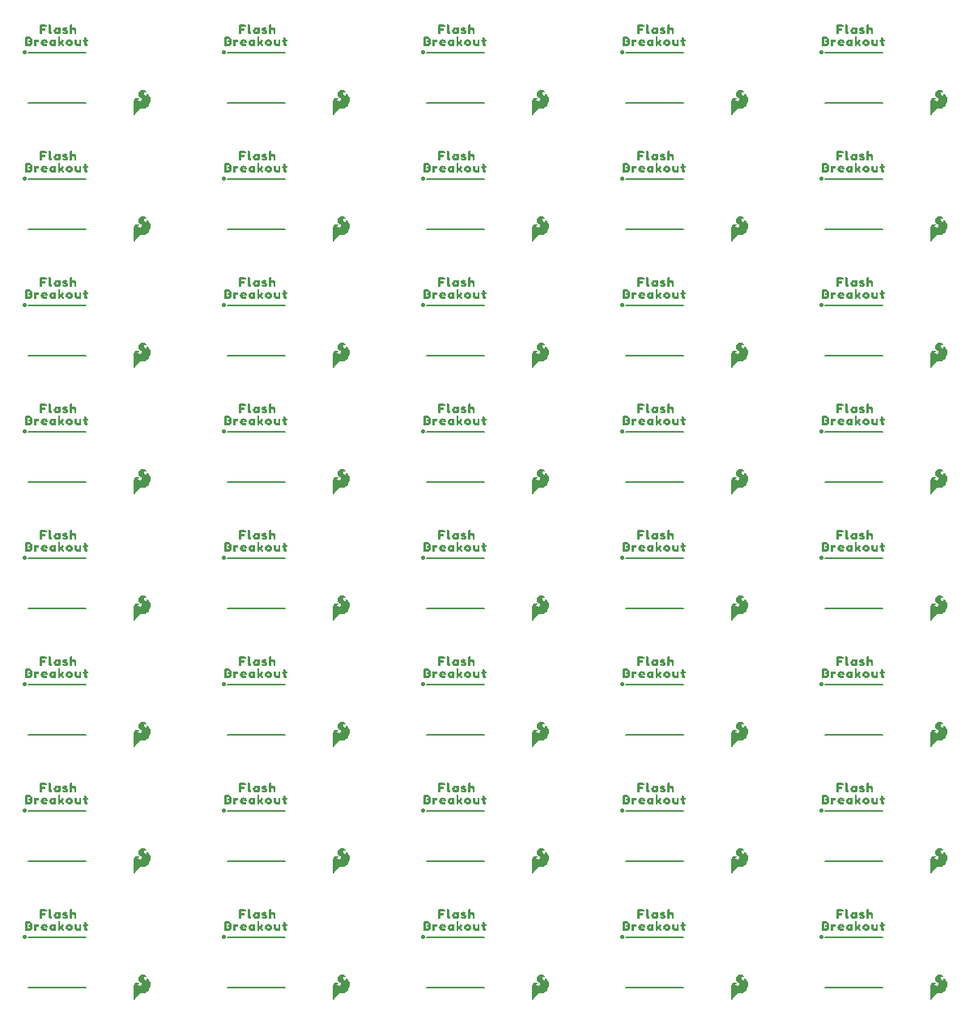
<source format=gto>
G04 EAGLE Gerber RS-274X export*
G75*
%MOMM*%
%FSLAX34Y34*%
%LPD*%
%INSilkscreen Top*%
%IPPOS*%
%AMOC8*
5,1,8,0,0,1.08239X$1,22.5*%
G01*
%ADD10C,0.300000*%
%ADD11C,0.152400*%

G36*
X807149Y553141D02*
X807149Y553141D01*
X807211Y553143D01*
X807233Y553156D01*
X807259Y553160D01*
X807330Y553208D01*
X807363Y553226D01*
X807369Y553234D01*
X807379Y553241D01*
X807879Y553741D01*
X807898Y553772D01*
X807936Y553814D01*
X808212Y554274D01*
X808679Y554741D01*
X808687Y554754D01*
X808702Y554767D01*
X809191Y555353D01*
X810379Y556541D01*
X810386Y556552D01*
X810399Y556563D01*
X811589Y557952D01*
X812546Y558908D01*
X813444Y559447D01*
X813941Y559530D01*
X815810Y559530D01*
X815836Y559536D01*
X815873Y559535D01*
X817073Y559735D01*
X817088Y559742D01*
X817110Y559743D01*
X818210Y560043D01*
X818227Y560052D01*
X818251Y560057D01*
X819251Y560457D01*
X819273Y560472D01*
X819306Y560484D01*
X820306Y561084D01*
X820326Y561104D01*
X820360Y561124D01*
X821160Y561824D01*
X821167Y561833D01*
X821179Y561841D01*
X821979Y562641D01*
X821990Y562659D01*
X822010Y562677D01*
X822710Y563577D01*
X822721Y563600D01*
X822742Y563625D01*
X823742Y565425D01*
X823753Y565461D01*
X823778Y565513D01*
X824278Y567413D01*
X824279Y567445D01*
X824290Y567488D01*
X824390Y569188D01*
X824383Y569224D01*
X824384Y569280D01*
X824084Y570880D01*
X824075Y570901D01*
X824071Y570930D01*
X823571Y572430D01*
X823552Y572461D01*
X823531Y572514D01*
X822831Y573614D01*
X822812Y573633D01*
X822794Y573663D01*
X822569Y573916D01*
X822231Y574296D01*
X821994Y574563D01*
X821962Y574585D01*
X821912Y574632D01*
X821112Y575132D01*
X821082Y575143D01*
X821062Y575157D01*
X821027Y575163D01*
X820982Y575183D01*
X820965Y575183D01*
X820948Y575188D01*
X820916Y575184D01*
X820910Y575184D01*
X820902Y575182D01*
X820879Y575179D01*
X820809Y575177D01*
X820794Y575168D01*
X820776Y575166D01*
X820746Y575146D01*
X820741Y575145D01*
X820727Y575133D01*
X820718Y575127D01*
X820657Y575094D01*
X820647Y575079D01*
X820632Y575069D01*
X820616Y575041D01*
X820608Y575035D01*
X820594Y575004D01*
X820557Y574952D01*
X820554Y574933D01*
X820546Y574919D01*
X820544Y574893D01*
X820537Y574876D01*
X820538Y574851D01*
X820530Y574810D01*
X820530Y573972D01*
X820458Y573756D01*
X820398Y573635D01*
X820205Y573442D01*
X820048Y573390D01*
X819857Y573390D01*
X819143Y573569D01*
X818801Y573740D01*
X818530Y573921D01*
X818160Y574198D01*
X817606Y574752D01*
X817263Y575266D01*
X817190Y575557D01*
X817190Y576048D01*
X817262Y576264D01*
X817340Y576419D01*
X817490Y576645D01*
X817811Y576885D01*
X818134Y577047D01*
X818585Y577137D01*
X818592Y577141D01*
X818602Y577141D01*
X818957Y577230D01*
X819420Y577230D01*
X819540Y577170D01*
X819555Y577166D01*
X819568Y577157D01*
X819702Y577131D01*
X819709Y577130D01*
X819710Y577130D01*
X819810Y577130D01*
X819835Y577136D01*
X819861Y577133D01*
X819919Y577155D01*
X819979Y577169D01*
X819999Y577186D01*
X820023Y577195D01*
X820065Y577240D01*
X820112Y577279D01*
X820123Y577303D01*
X820140Y577322D01*
X820158Y577381D01*
X820183Y577438D01*
X820182Y577463D01*
X820190Y577488D01*
X820179Y577549D01*
X820177Y577611D01*
X820164Y577633D01*
X820160Y577659D01*
X820112Y577730D01*
X820094Y577763D01*
X820086Y577769D01*
X820079Y577779D01*
X819979Y577879D01*
X819959Y577891D01*
X819938Y577914D01*
X819538Y578214D01*
X819512Y578226D01*
X819480Y578250D01*
X818080Y578950D01*
X818068Y578953D01*
X818059Y578959D01*
X818030Y578965D01*
X817993Y578981D01*
X817093Y579181D01*
X817059Y579181D01*
X817010Y579190D01*
X816010Y579190D01*
X815982Y579184D01*
X815942Y579184D01*
X814842Y578984D01*
X814807Y578969D01*
X814750Y578951D01*
X814735Y578947D01*
X814732Y578945D01*
X814728Y578944D01*
X813628Y578344D01*
X813608Y578326D01*
X813577Y578310D01*
X812677Y577610D01*
X812657Y577586D01*
X812588Y577512D01*
X812088Y576712D01*
X812076Y576678D01*
X812049Y576630D01*
X811749Y575730D01*
X811746Y575693D01*
X811730Y575610D01*
X811730Y574810D01*
X811737Y574777D01*
X811739Y574728D01*
X811939Y573828D01*
X811956Y573792D01*
X811978Y573725D01*
X812478Y572825D01*
X812500Y572801D01*
X812524Y572760D01*
X813224Y571960D01*
X813225Y571959D01*
X813226Y571957D01*
X814026Y571057D01*
X814034Y571052D01*
X814041Y571041D01*
X814683Y570399D01*
X814930Y569741D01*
X814930Y569172D01*
X814771Y568695D01*
X814450Y568294D01*
X813954Y567963D01*
X813263Y567790D01*
X812548Y567790D01*
X812119Y567876D01*
X811724Y568034D01*
X811206Y568552D01*
X811055Y568779D01*
X810990Y568972D01*
X810990Y569248D01*
X811042Y569405D01*
X811515Y569878D01*
X811730Y569949D01*
X811750Y569962D01*
X811780Y569970D01*
X812180Y570170D01*
X812209Y570194D01*
X812279Y570241D01*
X812379Y570341D01*
X812392Y570362D01*
X812411Y570378D01*
X812437Y570435D01*
X812470Y570488D01*
X812473Y570513D01*
X812483Y570536D01*
X812481Y570599D01*
X812487Y570661D01*
X812478Y570684D01*
X812477Y570709D01*
X812447Y570764D01*
X812425Y570823D01*
X812407Y570840D01*
X812395Y570862D01*
X812325Y570916D01*
X812298Y570940D01*
X812289Y570943D01*
X812280Y570950D01*
X811880Y571150D01*
X811865Y571154D01*
X811852Y571163D01*
X811718Y571189D01*
X811712Y571190D01*
X811711Y571190D01*
X811710Y571190D01*
X810510Y571190D01*
X810484Y571184D01*
X810448Y571185D01*
X809848Y571085D01*
X809842Y571083D01*
X809835Y571083D01*
X809335Y570983D01*
X809309Y570971D01*
X809269Y570963D01*
X808769Y570763D01*
X808738Y570741D01*
X808682Y570714D01*
X808282Y570414D01*
X808278Y570410D01*
X808272Y570407D01*
X807772Y570007D01*
X807755Y569984D01*
X807684Y569906D01*
X807084Y568906D01*
X807072Y568870D01*
X807044Y568814D01*
X806844Y568114D01*
X806843Y568089D01*
X806833Y568057D01*
X806733Y567257D01*
X806735Y567236D01*
X806730Y567210D01*
X806730Y553510D01*
X806736Y553485D01*
X806733Y553459D01*
X806755Y553402D01*
X806769Y553341D01*
X806786Y553321D01*
X806795Y553297D01*
X806840Y553255D01*
X806879Y553208D01*
X806903Y553197D01*
X806922Y553180D01*
X806981Y553162D01*
X807038Y553137D01*
X807063Y553138D01*
X807088Y553130D01*
X807149Y553141D01*
G37*
G36*
X598869Y949381D02*
X598869Y949381D01*
X598931Y949383D01*
X598953Y949396D01*
X598979Y949400D01*
X599050Y949448D01*
X599083Y949466D01*
X599089Y949474D01*
X599099Y949481D01*
X599599Y949981D01*
X599618Y950012D01*
X599656Y950054D01*
X599932Y950514D01*
X600399Y950981D01*
X600407Y950994D01*
X600422Y951007D01*
X600911Y951593D01*
X602099Y952781D01*
X602106Y952792D01*
X602119Y952803D01*
X603309Y954192D01*
X604266Y955148D01*
X605164Y955687D01*
X605661Y955770D01*
X607530Y955770D01*
X607556Y955776D01*
X607593Y955775D01*
X608793Y955975D01*
X608808Y955982D01*
X608830Y955983D01*
X609930Y956283D01*
X609947Y956292D01*
X609971Y956297D01*
X610971Y956697D01*
X610993Y956712D01*
X611026Y956724D01*
X612026Y957324D01*
X612046Y957344D01*
X612080Y957364D01*
X612880Y958064D01*
X612887Y958073D01*
X612899Y958081D01*
X613699Y958881D01*
X613710Y958899D01*
X613730Y958917D01*
X614430Y959817D01*
X614441Y959840D01*
X614462Y959865D01*
X615462Y961665D01*
X615473Y961701D01*
X615498Y961753D01*
X615998Y963653D01*
X615999Y963685D01*
X616010Y963728D01*
X616110Y965428D01*
X616103Y965464D01*
X616104Y965520D01*
X615804Y967120D01*
X615795Y967141D01*
X615791Y967170D01*
X615291Y968670D01*
X615272Y968701D01*
X615251Y968754D01*
X614551Y969854D01*
X614532Y969873D01*
X614514Y969903D01*
X614289Y970156D01*
X613951Y970536D01*
X613714Y970803D01*
X613682Y970825D01*
X613632Y970872D01*
X612832Y971372D01*
X612802Y971383D01*
X612782Y971397D01*
X612747Y971403D01*
X612702Y971423D01*
X612685Y971423D01*
X612668Y971428D01*
X612636Y971424D01*
X612630Y971424D01*
X612622Y971422D01*
X612599Y971419D01*
X612529Y971417D01*
X612514Y971408D01*
X612496Y971406D01*
X612466Y971386D01*
X612461Y971385D01*
X612447Y971373D01*
X612438Y971367D01*
X612377Y971334D01*
X612367Y971319D01*
X612352Y971309D01*
X612336Y971281D01*
X612328Y971275D01*
X612314Y971244D01*
X612277Y971192D01*
X612274Y971173D01*
X612266Y971159D01*
X612264Y971133D01*
X612257Y971116D01*
X612258Y971091D01*
X612250Y971050D01*
X612250Y970212D01*
X612178Y969996D01*
X612118Y969875D01*
X611925Y969682D01*
X611768Y969630D01*
X611577Y969630D01*
X610863Y969809D01*
X610521Y969980D01*
X610250Y970161D01*
X609880Y970438D01*
X609326Y970992D01*
X608983Y971506D01*
X608910Y971797D01*
X608910Y972288D01*
X608982Y972504D01*
X609060Y972659D01*
X609210Y972885D01*
X609531Y973125D01*
X609854Y973287D01*
X610305Y973377D01*
X610312Y973381D01*
X610322Y973381D01*
X610677Y973470D01*
X611140Y973470D01*
X611260Y973410D01*
X611275Y973406D01*
X611288Y973397D01*
X611422Y973371D01*
X611429Y973370D01*
X611430Y973370D01*
X611530Y973370D01*
X611555Y973376D01*
X611581Y973373D01*
X611639Y973395D01*
X611699Y973409D01*
X611719Y973426D01*
X611743Y973435D01*
X611785Y973480D01*
X611832Y973519D01*
X611843Y973543D01*
X611860Y973562D01*
X611878Y973621D01*
X611903Y973678D01*
X611902Y973703D01*
X611910Y973728D01*
X611899Y973789D01*
X611897Y973851D01*
X611884Y973873D01*
X611880Y973899D01*
X611832Y973970D01*
X611814Y974003D01*
X611806Y974009D01*
X611799Y974019D01*
X611699Y974119D01*
X611679Y974131D01*
X611658Y974154D01*
X611258Y974454D01*
X611232Y974466D01*
X611200Y974490D01*
X609800Y975190D01*
X609788Y975193D01*
X609779Y975199D01*
X609750Y975205D01*
X609713Y975221D01*
X608813Y975421D01*
X608779Y975421D01*
X608730Y975430D01*
X607730Y975430D01*
X607702Y975424D01*
X607662Y975424D01*
X606562Y975224D01*
X606527Y975209D01*
X606470Y975191D01*
X606455Y975187D01*
X606452Y975185D01*
X606448Y975184D01*
X605348Y974584D01*
X605328Y974566D01*
X605297Y974550D01*
X604397Y973850D01*
X604377Y973826D01*
X604308Y973752D01*
X603808Y972952D01*
X603796Y972918D01*
X603769Y972870D01*
X603469Y971970D01*
X603466Y971933D01*
X603450Y971850D01*
X603450Y971050D01*
X603457Y971017D01*
X603459Y970968D01*
X603659Y970068D01*
X603676Y970032D01*
X603698Y969965D01*
X604198Y969065D01*
X604220Y969041D01*
X604244Y969000D01*
X604944Y968200D01*
X604945Y968199D01*
X604946Y968197D01*
X605746Y967297D01*
X605754Y967292D01*
X605761Y967281D01*
X606403Y966639D01*
X606650Y965981D01*
X606650Y965412D01*
X606491Y964935D01*
X606170Y964534D01*
X605674Y964203D01*
X604983Y964030D01*
X604268Y964030D01*
X603839Y964116D01*
X603444Y964274D01*
X602926Y964792D01*
X602775Y965019D01*
X602710Y965212D01*
X602710Y965488D01*
X602762Y965645D01*
X603235Y966118D01*
X603450Y966189D01*
X603470Y966202D01*
X603500Y966210D01*
X603900Y966410D01*
X603929Y966434D01*
X603999Y966481D01*
X604099Y966581D01*
X604112Y966602D01*
X604131Y966618D01*
X604157Y966675D01*
X604190Y966728D01*
X604193Y966753D01*
X604203Y966776D01*
X604201Y966839D01*
X604207Y966901D01*
X604198Y966924D01*
X604197Y966949D01*
X604167Y967004D01*
X604145Y967063D01*
X604127Y967080D01*
X604115Y967102D01*
X604045Y967156D01*
X604018Y967180D01*
X604009Y967183D01*
X604000Y967190D01*
X603600Y967390D01*
X603585Y967394D01*
X603572Y967403D01*
X603438Y967429D01*
X603432Y967430D01*
X603431Y967430D01*
X603430Y967430D01*
X602230Y967430D01*
X602204Y967424D01*
X602168Y967425D01*
X601568Y967325D01*
X601562Y967323D01*
X601555Y967323D01*
X601055Y967223D01*
X601029Y967211D01*
X600989Y967203D01*
X600489Y967003D01*
X600458Y966981D01*
X600402Y966954D01*
X600002Y966654D01*
X599998Y966650D01*
X599992Y966647D01*
X599492Y966247D01*
X599475Y966224D01*
X599404Y966146D01*
X598804Y965146D01*
X598792Y965110D01*
X598764Y965054D01*
X598564Y964354D01*
X598563Y964329D01*
X598553Y964297D01*
X598453Y963497D01*
X598455Y963476D01*
X598450Y963450D01*
X598450Y949750D01*
X598456Y949725D01*
X598453Y949699D01*
X598475Y949642D01*
X598489Y949581D01*
X598506Y949561D01*
X598515Y949537D01*
X598560Y949495D01*
X598599Y949448D01*
X598623Y949437D01*
X598642Y949420D01*
X598701Y949402D01*
X598758Y949377D01*
X598783Y949378D01*
X598808Y949370D01*
X598869Y949381D01*
G37*
G36*
X1015429Y949381D02*
X1015429Y949381D01*
X1015491Y949383D01*
X1015513Y949396D01*
X1015539Y949400D01*
X1015610Y949448D01*
X1015643Y949466D01*
X1015649Y949474D01*
X1015659Y949481D01*
X1016159Y949981D01*
X1016178Y950012D01*
X1016216Y950054D01*
X1016492Y950514D01*
X1016959Y950981D01*
X1016967Y950994D01*
X1016982Y951007D01*
X1017471Y951593D01*
X1018659Y952781D01*
X1018666Y952792D01*
X1018679Y952803D01*
X1019869Y954192D01*
X1020826Y955148D01*
X1021724Y955687D01*
X1022221Y955770D01*
X1024090Y955770D01*
X1024116Y955776D01*
X1024153Y955775D01*
X1025353Y955975D01*
X1025368Y955982D01*
X1025390Y955983D01*
X1026490Y956283D01*
X1026507Y956292D01*
X1026531Y956297D01*
X1027531Y956697D01*
X1027553Y956712D01*
X1027586Y956724D01*
X1028586Y957324D01*
X1028606Y957344D01*
X1028640Y957364D01*
X1029440Y958064D01*
X1029447Y958073D01*
X1029459Y958081D01*
X1030259Y958881D01*
X1030270Y958899D01*
X1030290Y958917D01*
X1030990Y959817D01*
X1031001Y959840D01*
X1031022Y959865D01*
X1032022Y961665D01*
X1032033Y961701D01*
X1032058Y961753D01*
X1032558Y963653D01*
X1032559Y963685D01*
X1032570Y963728D01*
X1032670Y965428D01*
X1032663Y965464D01*
X1032664Y965520D01*
X1032364Y967120D01*
X1032355Y967141D01*
X1032351Y967170D01*
X1031851Y968670D01*
X1031832Y968701D01*
X1031811Y968754D01*
X1031111Y969854D01*
X1031092Y969873D01*
X1031074Y969903D01*
X1030849Y970156D01*
X1030511Y970536D01*
X1030274Y970803D01*
X1030242Y970825D01*
X1030192Y970872D01*
X1029392Y971372D01*
X1029362Y971383D01*
X1029342Y971397D01*
X1029307Y971403D01*
X1029262Y971423D01*
X1029245Y971423D01*
X1029228Y971428D01*
X1029196Y971424D01*
X1029190Y971424D01*
X1029182Y971422D01*
X1029159Y971419D01*
X1029089Y971417D01*
X1029074Y971408D01*
X1029056Y971406D01*
X1029026Y971386D01*
X1029021Y971385D01*
X1029007Y971373D01*
X1028998Y971367D01*
X1028937Y971334D01*
X1028927Y971319D01*
X1028912Y971309D01*
X1028896Y971281D01*
X1028888Y971275D01*
X1028874Y971244D01*
X1028837Y971192D01*
X1028834Y971173D01*
X1028826Y971159D01*
X1028824Y971133D01*
X1028817Y971116D01*
X1028818Y971091D01*
X1028810Y971050D01*
X1028810Y970212D01*
X1028738Y969996D01*
X1028678Y969875D01*
X1028485Y969682D01*
X1028328Y969630D01*
X1028137Y969630D01*
X1027423Y969809D01*
X1027081Y969980D01*
X1026810Y970161D01*
X1026440Y970438D01*
X1025886Y970992D01*
X1025543Y971506D01*
X1025470Y971797D01*
X1025470Y972288D01*
X1025542Y972504D01*
X1025620Y972659D01*
X1025770Y972885D01*
X1026091Y973125D01*
X1026414Y973287D01*
X1026865Y973377D01*
X1026872Y973381D01*
X1026882Y973381D01*
X1027237Y973470D01*
X1027700Y973470D01*
X1027820Y973410D01*
X1027835Y973406D01*
X1027848Y973397D01*
X1027982Y973371D01*
X1027989Y973370D01*
X1027990Y973370D01*
X1028090Y973370D01*
X1028115Y973376D01*
X1028141Y973373D01*
X1028199Y973395D01*
X1028259Y973409D01*
X1028279Y973426D01*
X1028303Y973435D01*
X1028345Y973480D01*
X1028392Y973519D01*
X1028403Y973543D01*
X1028420Y973562D01*
X1028438Y973621D01*
X1028463Y973678D01*
X1028462Y973703D01*
X1028470Y973728D01*
X1028459Y973789D01*
X1028457Y973851D01*
X1028444Y973873D01*
X1028440Y973899D01*
X1028392Y973970D01*
X1028374Y974003D01*
X1028366Y974009D01*
X1028359Y974019D01*
X1028259Y974119D01*
X1028239Y974131D01*
X1028218Y974154D01*
X1027818Y974454D01*
X1027792Y974466D01*
X1027760Y974490D01*
X1026360Y975190D01*
X1026348Y975193D01*
X1026339Y975199D01*
X1026310Y975205D01*
X1026273Y975221D01*
X1025373Y975421D01*
X1025339Y975421D01*
X1025290Y975430D01*
X1024290Y975430D01*
X1024262Y975424D01*
X1024222Y975424D01*
X1023122Y975224D01*
X1023087Y975209D01*
X1023030Y975191D01*
X1023015Y975187D01*
X1023012Y975185D01*
X1023008Y975184D01*
X1021908Y974584D01*
X1021888Y974566D01*
X1021857Y974550D01*
X1020957Y973850D01*
X1020937Y973826D01*
X1020868Y973752D01*
X1020368Y972952D01*
X1020356Y972918D01*
X1020329Y972870D01*
X1020029Y971970D01*
X1020026Y971933D01*
X1020010Y971850D01*
X1020010Y971050D01*
X1020017Y971017D01*
X1020019Y970968D01*
X1020219Y970068D01*
X1020236Y970032D01*
X1020258Y969965D01*
X1020758Y969065D01*
X1020780Y969041D01*
X1020804Y969000D01*
X1021504Y968200D01*
X1021505Y968199D01*
X1021506Y968197D01*
X1022306Y967297D01*
X1022314Y967292D01*
X1022321Y967281D01*
X1022963Y966639D01*
X1023210Y965981D01*
X1023210Y965412D01*
X1023051Y964935D01*
X1022730Y964534D01*
X1022234Y964203D01*
X1021543Y964030D01*
X1020828Y964030D01*
X1020399Y964116D01*
X1020004Y964274D01*
X1019486Y964792D01*
X1019335Y965019D01*
X1019270Y965212D01*
X1019270Y965488D01*
X1019322Y965645D01*
X1019795Y966118D01*
X1020010Y966189D01*
X1020030Y966202D01*
X1020060Y966210D01*
X1020460Y966410D01*
X1020489Y966434D01*
X1020559Y966481D01*
X1020659Y966581D01*
X1020672Y966602D01*
X1020691Y966618D01*
X1020717Y966675D01*
X1020750Y966728D01*
X1020753Y966753D01*
X1020763Y966776D01*
X1020761Y966839D01*
X1020767Y966901D01*
X1020758Y966924D01*
X1020757Y966949D01*
X1020727Y967004D01*
X1020705Y967063D01*
X1020687Y967080D01*
X1020675Y967102D01*
X1020605Y967156D01*
X1020578Y967180D01*
X1020569Y967183D01*
X1020560Y967190D01*
X1020160Y967390D01*
X1020145Y967394D01*
X1020132Y967403D01*
X1019998Y967429D01*
X1019992Y967430D01*
X1019991Y967430D01*
X1019990Y967430D01*
X1018790Y967430D01*
X1018764Y967424D01*
X1018728Y967425D01*
X1018128Y967325D01*
X1018122Y967323D01*
X1018115Y967323D01*
X1017615Y967223D01*
X1017589Y967211D01*
X1017549Y967203D01*
X1017049Y967003D01*
X1017018Y966981D01*
X1016962Y966954D01*
X1016562Y966654D01*
X1016558Y966650D01*
X1016552Y966647D01*
X1016052Y966247D01*
X1016035Y966224D01*
X1015964Y966146D01*
X1015364Y965146D01*
X1015352Y965110D01*
X1015324Y965054D01*
X1015124Y964354D01*
X1015123Y964329D01*
X1015113Y964297D01*
X1015013Y963497D01*
X1015015Y963476D01*
X1015010Y963450D01*
X1015010Y949750D01*
X1015016Y949725D01*
X1015013Y949699D01*
X1015035Y949642D01*
X1015049Y949581D01*
X1015066Y949561D01*
X1015075Y949537D01*
X1015120Y949495D01*
X1015159Y949448D01*
X1015183Y949437D01*
X1015202Y949420D01*
X1015261Y949402D01*
X1015318Y949377D01*
X1015343Y949378D01*
X1015368Y949370D01*
X1015429Y949381D01*
G37*
G36*
X390589Y156901D02*
X390589Y156901D01*
X390651Y156903D01*
X390673Y156916D01*
X390699Y156920D01*
X390770Y156968D01*
X390803Y156986D01*
X390809Y156994D01*
X390819Y157001D01*
X391319Y157501D01*
X391338Y157532D01*
X391376Y157574D01*
X391652Y158034D01*
X392119Y158501D01*
X392127Y158514D01*
X392142Y158527D01*
X392631Y159113D01*
X393819Y160301D01*
X393826Y160312D01*
X393839Y160323D01*
X395029Y161712D01*
X395986Y162668D01*
X396884Y163207D01*
X397381Y163290D01*
X399250Y163290D01*
X399276Y163296D01*
X399313Y163295D01*
X400513Y163495D01*
X400528Y163502D01*
X400550Y163503D01*
X401650Y163803D01*
X401667Y163812D01*
X401691Y163817D01*
X402691Y164217D01*
X402713Y164232D01*
X402746Y164244D01*
X403746Y164844D01*
X403766Y164864D01*
X403800Y164884D01*
X404600Y165584D01*
X404607Y165593D01*
X404619Y165601D01*
X405419Y166401D01*
X405430Y166419D01*
X405450Y166437D01*
X406150Y167337D01*
X406161Y167360D01*
X406182Y167385D01*
X407182Y169185D01*
X407193Y169221D01*
X407218Y169273D01*
X407718Y171173D01*
X407719Y171205D01*
X407730Y171248D01*
X407830Y172948D01*
X407823Y172984D01*
X407824Y173040D01*
X407524Y174640D01*
X407515Y174661D01*
X407511Y174690D01*
X407011Y176190D01*
X406992Y176221D01*
X406971Y176274D01*
X406271Y177374D01*
X406252Y177393D01*
X406234Y177423D01*
X406009Y177676D01*
X405671Y178056D01*
X405434Y178323D01*
X405402Y178345D01*
X405352Y178392D01*
X404552Y178892D01*
X404522Y178903D01*
X404502Y178917D01*
X404467Y178923D01*
X404422Y178943D01*
X404405Y178943D01*
X404388Y178948D01*
X404356Y178944D01*
X404350Y178944D01*
X404342Y178942D01*
X404319Y178939D01*
X404249Y178937D01*
X404234Y178928D01*
X404216Y178926D01*
X404186Y178906D01*
X404181Y178905D01*
X404167Y178893D01*
X404158Y178887D01*
X404097Y178854D01*
X404087Y178839D01*
X404072Y178829D01*
X404056Y178801D01*
X404048Y178795D01*
X404034Y178764D01*
X403997Y178712D01*
X403994Y178693D01*
X403986Y178679D01*
X403984Y178653D01*
X403977Y178636D01*
X403978Y178611D01*
X403970Y178570D01*
X403970Y177732D01*
X403898Y177516D01*
X403838Y177395D01*
X403645Y177202D01*
X403488Y177150D01*
X403297Y177150D01*
X402583Y177329D01*
X402241Y177500D01*
X401970Y177681D01*
X401600Y177958D01*
X401046Y178512D01*
X400703Y179026D01*
X400630Y179317D01*
X400630Y179808D01*
X400702Y180024D01*
X400780Y180179D01*
X400930Y180405D01*
X401251Y180645D01*
X401574Y180807D01*
X402025Y180897D01*
X402032Y180901D01*
X402042Y180901D01*
X402397Y180990D01*
X402860Y180990D01*
X402980Y180930D01*
X402995Y180926D01*
X403008Y180917D01*
X403142Y180891D01*
X403149Y180890D01*
X403150Y180890D01*
X403250Y180890D01*
X403275Y180896D01*
X403301Y180893D01*
X403359Y180915D01*
X403419Y180929D01*
X403439Y180946D01*
X403463Y180955D01*
X403505Y181000D01*
X403552Y181039D01*
X403563Y181063D01*
X403580Y181082D01*
X403598Y181141D01*
X403623Y181198D01*
X403622Y181223D01*
X403630Y181248D01*
X403619Y181309D01*
X403617Y181371D01*
X403604Y181393D01*
X403600Y181419D01*
X403552Y181490D01*
X403534Y181523D01*
X403526Y181529D01*
X403519Y181539D01*
X403419Y181639D01*
X403399Y181651D01*
X403378Y181674D01*
X402978Y181974D01*
X402952Y181986D01*
X402920Y182010D01*
X401520Y182710D01*
X401508Y182713D01*
X401499Y182719D01*
X401470Y182725D01*
X401433Y182741D01*
X400533Y182941D01*
X400499Y182941D01*
X400450Y182950D01*
X399450Y182950D01*
X399422Y182944D01*
X399382Y182944D01*
X398282Y182744D01*
X398247Y182729D01*
X398190Y182711D01*
X398175Y182707D01*
X398172Y182705D01*
X398168Y182704D01*
X397068Y182104D01*
X397048Y182086D01*
X397017Y182070D01*
X396117Y181370D01*
X396097Y181346D01*
X396028Y181272D01*
X395528Y180472D01*
X395516Y180438D01*
X395489Y180390D01*
X395189Y179490D01*
X395186Y179453D01*
X395170Y179370D01*
X395170Y178570D01*
X395177Y178537D01*
X395179Y178488D01*
X395379Y177588D01*
X395396Y177552D01*
X395418Y177485D01*
X395918Y176585D01*
X395940Y176561D01*
X395964Y176520D01*
X396664Y175720D01*
X396665Y175719D01*
X396666Y175717D01*
X397466Y174817D01*
X397474Y174812D01*
X397481Y174801D01*
X398123Y174159D01*
X398370Y173501D01*
X398370Y172932D01*
X398211Y172455D01*
X397890Y172054D01*
X397394Y171723D01*
X396703Y171550D01*
X395988Y171550D01*
X395559Y171636D01*
X395164Y171794D01*
X394646Y172312D01*
X394495Y172539D01*
X394430Y172732D01*
X394430Y173008D01*
X394482Y173165D01*
X394955Y173638D01*
X395170Y173709D01*
X395190Y173722D01*
X395220Y173730D01*
X395620Y173930D01*
X395649Y173954D01*
X395719Y174001D01*
X395819Y174101D01*
X395832Y174122D01*
X395851Y174138D01*
X395877Y174195D01*
X395910Y174248D01*
X395913Y174273D01*
X395923Y174296D01*
X395921Y174359D01*
X395927Y174421D01*
X395918Y174444D01*
X395917Y174469D01*
X395887Y174524D01*
X395865Y174583D01*
X395847Y174600D01*
X395835Y174622D01*
X395765Y174676D01*
X395738Y174700D01*
X395729Y174703D01*
X395720Y174710D01*
X395320Y174910D01*
X395305Y174914D01*
X395292Y174923D01*
X395158Y174949D01*
X395152Y174950D01*
X395151Y174950D01*
X395150Y174950D01*
X393950Y174950D01*
X393924Y174944D01*
X393888Y174945D01*
X393288Y174845D01*
X393282Y174843D01*
X393275Y174843D01*
X392775Y174743D01*
X392749Y174731D01*
X392709Y174723D01*
X392209Y174523D01*
X392178Y174501D01*
X392122Y174474D01*
X391722Y174174D01*
X391718Y174170D01*
X391712Y174167D01*
X391212Y173767D01*
X391195Y173744D01*
X391124Y173666D01*
X390524Y172666D01*
X390512Y172630D01*
X390484Y172574D01*
X390284Y171874D01*
X390283Y171849D01*
X390273Y171817D01*
X390173Y171017D01*
X390175Y170996D01*
X390170Y170970D01*
X390170Y157270D01*
X390176Y157245D01*
X390173Y157219D01*
X390195Y157162D01*
X390209Y157101D01*
X390226Y157081D01*
X390235Y157057D01*
X390280Y157015D01*
X390319Y156968D01*
X390343Y156957D01*
X390362Y156940D01*
X390421Y156922D01*
X390478Y156897D01*
X390503Y156898D01*
X390528Y156890D01*
X390589Y156901D01*
G37*
G36*
X1015429Y156901D02*
X1015429Y156901D01*
X1015491Y156903D01*
X1015513Y156916D01*
X1015539Y156920D01*
X1015610Y156968D01*
X1015643Y156986D01*
X1015649Y156994D01*
X1015659Y157001D01*
X1016159Y157501D01*
X1016178Y157532D01*
X1016216Y157574D01*
X1016492Y158034D01*
X1016959Y158501D01*
X1016967Y158514D01*
X1016982Y158527D01*
X1017471Y159113D01*
X1018659Y160301D01*
X1018666Y160312D01*
X1018679Y160323D01*
X1019869Y161712D01*
X1020826Y162668D01*
X1021724Y163207D01*
X1022221Y163290D01*
X1024090Y163290D01*
X1024116Y163296D01*
X1024153Y163295D01*
X1025353Y163495D01*
X1025368Y163502D01*
X1025390Y163503D01*
X1026490Y163803D01*
X1026507Y163812D01*
X1026531Y163817D01*
X1027531Y164217D01*
X1027553Y164232D01*
X1027586Y164244D01*
X1028586Y164844D01*
X1028606Y164864D01*
X1028640Y164884D01*
X1029440Y165584D01*
X1029447Y165593D01*
X1029459Y165601D01*
X1030259Y166401D01*
X1030270Y166419D01*
X1030290Y166437D01*
X1030990Y167337D01*
X1031001Y167360D01*
X1031022Y167385D01*
X1032022Y169185D01*
X1032033Y169221D01*
X1032058Y169273D01*
X1032558Y171173D01*
X1032559Y171205D01*
X1032570Y171248D01*
X1032670Y172948D01*
X1032663Y172984D01*
X1032664Y173040D01*
X1032364Y174640D01*
X1032355Y174661D01*
X1032351Y174690D01*
X1031851Y176190D01*
X1031832Y176221D01*
X1031811Y176274D01*
X1031111Y177374D01*
X1031092Y177393D01*
X1031074Y177423D01*
X1030849Y177676D01*
X1030511Y178056D01*
X1030274Y178323D01*
X1030242Y178345D01*
X1030192Y178392D01*
X1029392Y178892D01*
X1029362Y178903D01*
X1029342Y178917D01*
X1029307Y178923D01*
X1029262Y178943D01*
X1029245Y178943D01*
X1029228Y178948D01*
X1029196Y178944D01*
X1029190Y178944D01*
X1029182Y178942D01*
X1029159Y178939D01*
X1029089Y178937D01*
X1029074Y178928D01*
X1029056Y178926D01*
X1029026Y178906D01*
X1029021Y178905D01*
X1029007Y178893D01*
X1028998Y178887D01*
X1028937Y178854D01*
X1028927Y178839D01*
X1028912Y178829D01*
X1028896Y178801D01*
X1028888Y178795D01*
X1028874Y178764D01*
X1028837Y178712D01*
X1028834Y178693D01*
X1028826Y178679D01*
X1028824Y178653D01*
X1028817Y178636D01*
X1028818Y178611D01*
X1028810Y178570D01*
X1028810Y177732D01*
X1028738Y177516D01*
X1028678Y177395D01*
X1028485Y177202D01*
X1028328Y177150D01*
X1028137Y177150D01*
X1027423Y177329D01*
X1027081Y177500D01*
X1026810Y177681D01*
X1026440Y177958D01*
X1025886Y178512D01*
X1025543Y179026D01*
X1025470Y179317D01*
X1025470Y179808D01*
X1025542Y180024D01*
X1025620Y180179D01*
X1025770Y180405D01*
X1026091Y180645D01*
X1026414Y180807D01*
X1026865Y180897D01*
X1026872Y180901D01*
X1026882Y180901D01*
X1027237Y180990D01*
X1027700Y180990D01*
X1027820Y180930D01*
X1027835Y180926D01*
X1027848Y180917D01*
X1027982Y180891D01*
X1027989Y180890D01*
X1027990Y180890D01*
X1028090Y180890D01*
X1028115Y180896D01*
X1028141Y180893D01*
X1028199Y180915D01*
X1028259Y180929D01*
X1028279Y180946D01*
X1028303Y180955D01*
X1028345Y181000D01*
X1028392Y181039D01*
X1028403Y181063D01*
X1028420Y181082D01*
X1028438Y181141D01*
X1028463Y181198D01*
X1028462Y181223D01*
X1028470Y181248D01*
X1028459Y181309D01*
X1028457Y181371D01*
X1028444Y181393D01*
X1028440Y181419D01*
X1028392Y181490D01*
X1028374Y181523D01*
X1028366Y181529D01*
X1028359Y181539D01*
X1028259Y181639D01*
X1028239Y181651D01*
X1028218Y181674D01*
X1027818Y181974D01*
X1027792Y181986D01*
X1027760Y182010D01*
X1026360Y182710D01*
X1026348Y182713D01*
X1026339Y182719D01*
X1026310Y182725D01*
X1026273Y182741D01*
X1025373Y182941D01*
X1025339Y182941D01*
X1025290Y182950D01*
X1024290Y182950D01*
X1024262Y182944D01*
X1024222Y182944D01*
X1023122Y182744D01*
X1023087Y182729D01*
X1023030Y182711D01*
X1023015Y182707D01*
X1023012Y182705D01*
X1023008Y182704D01*
X1021908Y182104D01*
X1021888Y182086D01*
X1021857Y182070D01*
X1020957Y181370D01*
X1020937Y181346D01*
X1020868Y181272D01*
X1020368Y180472D01*
X1020356Y180438D01*
X1020329Y180390D01*
X1020029Y179490D01*
X1020026Y179453D01*
X1020010Y179370D01*
X1020010Y178570D01*
X1020017Y178537D01*
X1020019Y178488D01*
X1020219Y177588D01*
X1020236Y177552D01*
X1020258Y177485D01*
X1020758Y176585D01*
X1020780Y176561D01*
X1020804Y176520D01*
X1021504Y175720D01*
X1021505Y175719D01*
X1021506Y175717D01*
X1022306Y174817D01*
X1022314Y174812D01*
X1022321Y174801D01*
X1022963Y174159D01*
X1023210Y173501D01*
X1023210Y172932D01*
X1023051Y172455D01*
X1022730Y172054D01*
X1022234Y171723D01*
X1021543Y171550D01*
X1020828Y171550D01*
X1020399Y171636D01*
X1020004Y171794D01*
X1019486Y172312D01*
X1019335Y172539D01*
X1019270Y172732D01*
X1019270Y173008D01*
X1019322Y173165D01*
X1019795Y173638D01*
X1020010Y173709D01*
X1020030Y173722D01*
X1020060Y173730D01*
X1020460Y173930D01*
X1020489Y173954D01*
X1020559Y174001D01*
X1020659Y174101D01*
X1020672Y174122D01*
X1020691Y174138D01*
X1020717Y174195D01*
X1020750Y174248D01*
X1020753Y174273D01*
X1020763Y174296D01*
X1020761Y174359D01*
X1020767Y174421D01*
X1020758Y174444D01*
X1020757Y174469D01*
X1020727Y174524D01*
X1020705Y174583D01*
X1020687Y174600D01*
X1020675Y174622D01*
X1020605Y174676D01*
X1020578Y174700D01*
X1020569Y174703D01*
X1020560Y174710D01*
X1020160Y174910D01*
X1020145Y174914D01*
X1020132Y174923D01*
X1019998Y174949D01*
X1019992Y174950D01*
X1019991Y174950D01*
X1019990Y174950D01*
X1018790Y174950D01*
X1018764Y174944D01*
X1018728Y174945D01*
X1018128Y174845D01*
X1018122Y174843D01*
X1018115Y174843D01*
X1017615Y174743D01*
X1017589Y174731D01*
X1017549Y174723D01*
X1017049Y174523D01*
X1017018Y174501D01*
X1016962Y174474D01*
X1016562Y174174D01*
X1016558Y174170D01*
X1016552Y174167D01*
X1016052Y173767D01*
X1016035Y173744D01*
X1015964Y173666D01*
X1015364Y172666D01*
X1015352Y172630D01*
X1015324Y172574D01*
X1015124Y171874D01*
X1015123Y171849D01*
X1015113Y171817D01*
X1015013Y171017D01*
X1015015Y170996D01*
X1015010Y170970D01*
X1015010Y157270D01*
X1015016Y157245D01*
X1015013Y157219D01*
X1015035Y157162D01*
X1015049Y157101D01*
X1015066Y157081D01*
X1015075Y157057D01*
X1015120Y157015D01*
X1015159Y156968D01*
X1015183Y156957D01*
X1015202Y156940D01*
X1015261Y156922D01*
X1015318Y156897D01*
X1015343Y156898D01*
X1015368Y156890D01*
X1015429Y156901D01*
G37*
G36*
X1015429Y553141D02*
X1015429Y553141D01*
X1015491Y553143D01*
X1015513Y553156D01*
X1015539Y553160D01*
X1015610Y553208D01*
X1015643Y553226D01*
X1015649Y553234D01*
X1015659Y553241D01*
X1016159Y553741D01*
X1016178Y553772D01*
X1016216Y553814D01*
X1016492Y554274D01*
X1016959Y554741D01*
X1016967Y554754D01*
X1016982Y554767D01*
X1017471Y555353D01*
X1018659Y556541D01*
X1018666Y556552D01*
X1018679Y556563D01*
X1019869Y557952D01*
X1020826Y558908D01*
X1021724Y559447D01*
X1022221Y559530D01*
X1024090Y559530D01*
X1024116Y559536D01*
X1024153Y559535D01*
X1025353Y559735D01*
X1025368Y559742D01*
X1025390Y559743D01*
X1026490Y560043D01*
X1026507Y560052D01*
X1026531Y560057D01*
X1027531Y560457D01*
X1027553Y560472D01*
X1027586Y560484D01*
X1028586Y561084D01*
X1028606Y561104D01*
X1028640Y561124D01*
X1029440Y561824D01*
X1029447Y561833D01*
X1029459Y561841D01*
X1030259Y562641D01*
X1030270Y562659D01*
X1030290Y562677D01*
X1030990Y563577D01*
X1031001Y563600D01*
X1031022Y563625D01*
X1032022Y565425D01*
X1032033Y565461D01*
X1032058Y565513D01*
X1032558Y567413D01*
X1032559Y567445D01*
X1032570Y567488D01*
X1032670Y569188D01*
X1032663Y569224D01*
X1032664Y569280D01*
X1032364Y570880D01*
X1032355Y570901D01*
X1032351Y570930D01*
X1031851Y572430D01*
X1031832Y572461D01*
X1031811Y572514D01*
X1031111Y573614D01*
X1031092Y573633D01*
X1031074Y573663D01*
X1030849Y573916D01*
X1030511Y574296D01*
X1030274Y574563D01*
X1030242Y574585D01*
X1030192Y574632D01*
X1029392Y575132D01*
X1029362Y575143D01*
X1029342Y575157D01*
X1029307Y575163D01*
X1029262Y575183D01*
X1029245Y575183D01*
X1029228Y575188D01*
X1029196Y575184D01*
X1029190Y575184D01*
X1029182Y575182D01*
X1029159Y575179D01*
X1029089Y575177D01*
X1029074Y575168D01*
X1029056Y575166D01*
X1029026Y575146D01*
X1029021Y575145D01*
X1029007Y575133D01*
X1028998Y575127D01*
X1028937Y575094D01*
X1028927Y575079D01*
X1028912Y575069D01*
X1028896Y575041D01*
X1028888Y575035D01*
X1028874Y575004D01*
X1028837Y574952D01*
X1028834Y574933D01*
X1028826Y574919D01*
X1028824Y574893D01*
X1028817Y574876D01*
X1028818Y574851D01*
X1028810Y574810D01*
X1028810Y573972D01*
X1028738Y573756D01*
X1028678Y573635D01*
X1028485Y573442D01*
X1028328Y573390D01*
X1028137Y573390D01*
X1027423Y573569D01*
X1027081Y573740D01*
X1026810Y573921D01*
X1026440Y574198D01*
X1025886Y574752D01*
X1025543Y575266D01*
X1025470Y575557D01*
X1025470Y576048D01*
X1025542Y576264D01*
X1025620Y576419D01*
X1025770Y576645D01*
X1026091Y576885D01*
X1026414Y577047D01*
X1026865Y577137D01*
X1026872Y577141D01*
X1026882Y577141D01*
X1027237Y577230D01*
X1027700Y577230D01*
X1027820Y577170D01*
X1027835Y577166D01*
X1027848Y577157D01*
X1027982Y577131D01*
X1027989Y577130D01*
X1027990Y577130D01*
X1028090Y577130D01*
X1028115Y577136D01*
X1028141Y577133D01*
X1028199Y577155D01*
X1028259Y577169D01*
X1028279Y577186D01*
X1028303Y577195D01*
X1028345Y577240D01*
X1028392Y577279D01*
X1028403Y577303D01*
X1028420Y577322D01*
X1028438Y577381D01*
X1028463Y577438D01*
X1028462Y577463D01*
X1028470Y577488D01*
X1028459Y577549D01*
X1028457Y577611D01*
X1028444Y577633D01*
X1028440Y577659D01*
X1028392Y577730D01*
X1028374Y577763D01*
X1028366Y577769D01*
X1028359Y577779D01*
X1028259Y577879D01*
X1028239Y577891D01*
X1028218Y577914D01*
X1027818Y578214D01*
X1027792Y578226D01*
X1027760Y578250D01*
X1026360Y578950D01*
X1026348Y578953D01*
X1026339Y578959D01*
X1026310Y578965D01*
X1026273Y578981D01*
X1025373Y579181D01*
X1025339Y579181D01*
X1025290Y579190D01*
X1024290Y579190D01*
X1024262Y579184D01*
X1024222Y579184D01*
X1023122Y578984D01*
X1023087Y578969D01*
X1023030Y578951D01*
X1023015Y578947D01*
X1023012Y578945D01*
X1023008Y578944D01*
X1021908Y578344D01*
X1021888Y578326D01*
X1021857Y578310D01*
X1020957Y577610D01*
X1020937Y577586D01*
X1020868Y577512D01*
X1020368Y576712D01*
X1020356Y576678D01*
X1020329Y576630D01*
X1020029Y575730D01*
X1020026Y575693D01*
X1020010Y575610D01*
X1020010Y574810D01*
X1020017Y574777D01*
X1020019Y574728D01*
X1020219Y573828D01*
X1020236Y573792D01*
X1020258Y573725D01*
X1020758Y572825D01*
X1020780Y572801D01*
X1020804Y572760D01*
X1021504Y571960D01*
X1021505Y571959D01*
X1021506Y571957D01*
X1022306Y571057D01*
X1022314Y571052D01*
X1022321Y571041D01*
X1022963Y570399D01*
X1023210Y569741D01*
X1023210Y569172D01*
X1023051Y568695D01*
X1022730Y568294D01*
X1022234Y567963D01*
X1021543Y567790D01*
X1020828Y567790D01*
X1020399Y567876D01*
X1020004Y568034D01*
X1019486Y568552D01*
X1019335Y568779D01*
X1019270Y568972D01*
X1019270Y569248D01*
X1019322Y569405D01*
X1019795Y569878D01*
X1020010Y569949D01*
X1020030Y569962D01*
X1020060Y569970D01*
X1020460Y570170D01*
X1020489Y570194D01*
X1020559Y570241D01*
X1020659Y570341D01*
X1020672Y570362D01*
X1020691Y570378D01*
X1020717Y570435D01*
X1020750Y570488D01*
X1020753Y570513D01*
X1020763Y570536D01*
X1020761Y570599D01*
X1020767Y570661D01*
X1020758Y570684D01*
X1020757Y570709D01*
X1020727Y570764D01*
X1020705Y570823D01*
X1020687Y570840D01*
X1020675Y570862D01*
X1020605Y570916D01*
X1020578Y570940D01*
X1020569Y570943D01*
X1020560Y570950D01*
X1020160Y571150D01*
X1020145Y571154D01*
X1020132Y571163D01*
X1019998Y571189D01*
X1019992Y571190D01*
X1019991Y571190D01*
X1019990Y571190D01*
X1018790Y571190D01*
X1018764Y571184D01*
X1018728Y571185D01*
X1018128Y571085D01*
X1018122Y571083D01*
X1018115Y571083D01*
X1017615Y570983D01*
X1017589Y570971D01*
X1017549Y570963D01*
X1017049Y570763D01*
X1017018Y570741D01*
X1016962Y570714D01*
X1016562Y570414D01*
X1016558Y570410D01*
X1016552Y570407D01*
X1016052Y570007D01*
X1016035Y569984D01*
X1015964Y569906D01*
X1015364Y568906D01*
X1015352Y568870D01*
X1015324Y568814D01*
X1015124Y568114D01*
X1015123Y568089D01*
X1015113Y568057D01*
X1015013Y567257D01*
X1015015Y567236D01*
X1015010Y567210D01*
X1015010Y553510D01*
X1015016Y553485D01*
X1015013Y553459D01*
X1015035Y553402D01*
X1015049Y553341D01*
X1015066Y553321D01*
X1015075Y553297D01*
X1015120Y553255D01*
X1015159Y553208D01*
X1015183Y553197D01*
X1015202Y553180D01*
X1015261Y553162D01*
X1015318Y553137D01*
X1015343Y553138D01*
X1015368Y553130D01*
X1015429Y553141D01*
G37*
G36*
X390589Y553141D02*
X390589Y553141D01*
X390651Y553143D01*
X390673Y553156D01*
X390699Y553160D01*
X390770Y553208D01*
X390803Y553226D01*
X390809Y553234D01*
X390819Y553241D01*
X391319Y553741D01*
X391338Y553772D01*
X391376Y553814D01*
X391652Y554274D01*
X392119Y554741D01*
X392127Y554754D01*
X392142Y554767D01*
X392631Y555353D01*
X393819Y556541D01*
X393826Y556552D01*
X393839Y556563D01*
X395029Y557952D01*
X395986Y558908D01*
X396884Y559447D01*
X397381Y559530D01*
X399250Y559530D01*
X399276Y559536D01*
X399313Y559535D01*
X400513Y559735D01*
X400528Y559742D01*
X400550Y559743D01*
X401650Y560043D01*
X401667Y560052D01*
X401691Y560057D01*
X402691Y560457D01*
X402713Y560472D01*
X402746Y560484D01*
X403746Y561084D01*
X403766Y561104D01*
X403800Y561124D01*
X404600Y561824D01*
X404607Y561833D01*
X404619Y561841D01*
X405419Y562641D01*
X405430Y562659D01*
X405450Y562677D01*
X406150Y563577D01*
X406161Y563600D01*
X406182Y563625D01*
X407182Y565425D01*
X407193Y565461D01*
X407218Y565513D01*
X407718Y567413D01*
X407719Y567445D01*
X407730Y567488D01*
X407830Y569188D01*
X407823Y569224D01*
X407824Y569280D01*
X407524Y570880D01*
X407515Y570901D01*
X407511Y570930D01*
X407011Y572430D01*
X406992Y572461D01*
X406971Y572514D01*
X406271Y573614D01*
X406252Y573633D01*
X406234Y573663D01*
X406009Y573916D01*
X405671Y574296D01*
X405434Y574563D01*
X405402Y574585D01*
X405352Y574632D01*
X404552Y575132D01*
X404522Y575143D01*
X404502Y575157D01*
X404467Y575163D01*
X404422Y575183D01*
X404405Y575183D01*
X404388Y575188D01*
X404356Y575184D01*
X404350Y575184D01*
X404342Y575182D01*
X404319Y575179D01*
X404249Y575177D01*
X404234Y575168D01*
X404216Y575166D01*
X404186Y575146D01*
X404181Y575145D01*
X404167Y575133D01*
X404158Y575127D01*
X404097Y575094D01*
X404087Y575079D01*
X404072Y575069D01*
X404056Y575041D01*
X404048Y575035D01*
X404034Y575004D01*
X403997Y574952D01*
X403994Y574933D01*
X403986Y574919D01*
X403984Y574893D01*
X403977Y574876D01*
X403978Y574851D01*
X403970Y574810D01*
X403970Y573972D01*
X403898Y573756D01*
X403838Y573635D01*
X403645Y573442D01*
X403488Y573390D01*
X403297Y573390D01*
X402583Y573569D01*
X402241Y573740D01*
X401970Y573921D01*
X401600Y574198D01*
X401046Y574752D01*
X400703Y575266D01*
X400630Y575557D01*
X400630Y576048D01*
X400702Y576264D01*
X400780Y576419D01*
X400930Y576645D01*
X401251Y576885D01*
X401574Y577047D01*
X402025Y577137D01*
X402032Y577141D01*
X402042Y577141D01*
X402397Y577230D01*
X402860Y577230D01*
X402980Y577170D01*
X402995Y577166D01*
X403008Y577157D01*
X403142Y577131D01*
X403149Y577130D01*
X403150Y577130D01*
X403250Y577130D01*
X403275Y577136D01*
X403301Y577133D01*
X403359Y577155D01*
X403419Y577169D01*
X403439Y577186D01*
X403463Y577195D01*
X403505Y577240D01*
X403552Y577279D01*
X403563Y577303D01*
X403580Y577322D01*
X403598Y577381D01*
X403623Y577438D01*
X403622Y577463D01*
X403630Y577488D01*
X403619Y577549D01*
X403617Y577611D01*
X403604Y577633D01*
X403600Y577659D01*
X403552Y577730D01*
X403534Y577763D01*
X403526Y577769D01*
X403519Y577779D01*
X403419Y577879D01*
X403399Y577891D01*
X403378Y577914D01*
X402978Y578214D01*
X402952Y578226D01*
X402920Y578250D01*
X401520Y578950D01*
X401508Y578953D01*
X401499Y578959D01*
X401470Y578965D01*
X401433Y578981D01*
X400533Y579181D01*
X400499Y579181D01*
X400450Y579190D01*
X399450Y579190D01*
X399422Y579184D01*
X399382Y579184D01*
X398282Y578984D01*
X398247Y578969D01*
X398190Y578951D01*
X398175Y578947D01*
X398172Y578945D01*
X398168Y578944D01*
X397068Y578344D01*
X397048Y578326D01*
X397017Y578310D01*
X396117Y577610D01*
X396097Y577586D01*
X396028Y577512D01*
X395528Y576712D01*
X395516Y576678D01*
X395489Y576630D01*
X395189Y575730D01*
X395186Y575693D01*
X395170Y575610D01*
X395170Y574810D01*
X395177Y574777D01*
X395179Y574728D01*
X395379Y573828D01*
X395396Y573792D01*
X395418Y573725D01*
X395918Y572825D01*
X395940Y572801D01*
X395964Y572760D01*
X396664Y571960D01*
X396665Y571959D01*
X396666Y571957D01*
X397466Y571057D01*
X397474Y571052D01*
X397481Y571041D01*
X398123Y570399D01*
X398370Y569741D01*
X398370Y569172D01*
X398211Y568695D01*
X397890Y568294D01*
X397394Y567963D01*
X396703Y567790D01*
X395988Y567790D01*
X395559Y567876D01*
X395164Y568034D01*
X394646Y568552D01*
X394495Y568779D01*
X394430Y568972D01*
X394430Y569248D01*
X394482Y569405D01*
X394955Y569878D01*
X395170Y569949D01*
X395190Y569962D01*
X395220Y569970D01*
X395620Y570170D01*
X395649Y570194D01*
X395719Y570241D01*
X395819Y570341D01*
X395832Y570362D01*
X395851Y570378D01*
X395877Y570435D01*
X395910Y570488D01*
X395913Y570513D01*
X395923Y570536D01*
X395921Y570599D01*
X395927Y570661D01*
X395918Y570684D01*
X395917Y570709D01*
X395887Y570764D01*
X395865Y570823D01*
X395847Y570840D01*
X395835Y570862D01*
X395765Y570916D01*
X395738Y570940D01*
X395729Y570943D01*
X395720Y570950D01*
X395320Y571150D01*
X395305Y571154D01*
X395292Y571163D01*
X395158Y571189D01*
X395152Y571190D01*
X395151Y571190D01*
X395150Y571190D01*
X393950Y571190D01*
X393924Y571184D01*
X393888Y571185D01*
X393288Y571085D01*
X393282Y571083D01*
X393275Y571083D01*
X392775Y570983D01*
X392749Y570971D01*
X392709Y570963D01*
X392209Y570763D01*
X392178Y570741D01*
X392122Y570714D01*
X391722Y570414D01*
X391718Y570410D01*
X391712Y570407D01*
X391212Y570007D01*
X391195Y569984D01*
X391124Y569906D01*
X390524Y568906D01*
X390512Y568870D01*
X390484Y568814D01*
X390284Y568114D01*
X390283Y568089D01*
X390273Y568057D01*
X390173Y567257D01*
X390175Y567236D01*
X390170Y567210D01*
X390170Y553510D01*
X390176Y553485D01*
X390173Y553459D01*
X390195Y553402D01*
X390209Y553341D01*
X390226Y553321D01*
X390235Y553297D01*
X390280Y553255D01*
X390319Y553208D01*
X390343Y553197D01*
X390362Y553180D01*
X390421Y553162D01*
X390478Y553137D01*
X390503Y553138D01*
X390528Y553130D01*
X390589Y553141D01*
G37*
G36*
X182309Y553141D02*
X182309Y553141D01*
X182371Y553143D01*
X182393Y553156D01*
X182419Y553160D01*
X182490Y553208D01*
X182523Y553226D01*
X182529Y553234D01*
X182539Y553241D01*
X183039Y553741D01*
X183058Y553772D01*
X183096Y553814D01*
X183372Y554274D01*
X183839Y554741D01*
X183847Y554754D01*
X183862Y554767D01*
X184351Y555353D01*
X185539Y556541D01*
X185546Y556552D01*
X185559Y556563D01*
X186749Y557952D01*
X187706Y558908D01*
X188604Y559447D01*
X189101Y559530D01*
X190970Y559530D01*
X190996Y559536D01*
X191033Y559535D01*
X192233Y559735D01*
X192248Y559742D01*
X192270Y559743D01*
X193370Y560043D01*
X193387Y560052D01*
X193411Y560057D01*
X194411Y560457D01*
X194433Y560472D01*
X194466Y560484D01*
X195466Y561084D01*
X195486Y561104D01*
X195520Y561124D01*
X196320Y561824D01*
X196327Y561833D01*
X196339Y561841D01*
X197139Y562641D01*
X197150Y562659D01*
X197170Y562677D01*
X197870Y563577D01*
X197881Y563600D01*
X197902Y563625D01*
X198902Y565425D01*
X198913Y565461D01*
X198938Y565513D01*
X199438Y567413D01*
X199439Y567445D01*
X199450Y567488D01*
X199550Y569188D01*
X199543Y569224D01*
X199544Y569280D01*
X199244Y570880D01*
X199235Y570901D01*
X199231Y570930D01*
X198731Y572430D01*
X198712Y572461D01*
X198691Y572514D01*
X197991Y573614D01*
X197972Y573633D01*
X197954Y573663D01*
X197729Y573916D01*
X197391Y574296D01*
X197154Y574563D01*
X197122Y574585D01*
X197072Y574632D01*
X196272Y575132D01*
X196242Y575143D01*
X196222Y575157D01*
X196187Y575163D01*
X196142Y575183D01*
X196125Y575183D01*
X196108Y575188D01*
X196076Y575184D01*
X196070Y575184D01*
X196062Y575182D01*
X196039Y575179D01*
X195969Y575177D01*
X195954Y575168D01*
X195936Y575166D01*
X195906Y575146D01*
X195901Y575145D01*
X195887Y575133D01*
X195878Y575127D01*
X195817Y575094D01*
X195807Y575079D01*
X195792Y575069D01*
X195776Y575041D01*
X195768Y575035D01*
X195754Y575004D01*
X195717Y574952D01*
X195714Y574933D01*
X195706Y574919D01*
X195704Y574893D01*
X195697Y574876D01*
X195698Y574851D01*
X195690Y574810D01*
X195690Y573972D01*
X195618Y573756D01*
X195558Y573635D01*
X195365Y573442D01*
X195208Y573390D01*
X195017Y573390D01*
X194303Y573569D01*
X193961Y573740D01*
X193690Y573921D01*
X193320Y574198D01*
X192766Y574752D01*
X192423Y575266D01*
X192350Y575557D01*
X192350Y576048D01*
X192422Y576264D01*
X192500Y576419D01*
X192650Y576645D01*
X192971Y576885D01*
X193294Y577047D01*
X193745Y577137D01*
X193752Y577141D01*
X193762Y577141D01*
X194117Y577230D01*
X194580Y577230D01*
X194700Y577170D01*
X194715Y577166D01*
X194728Y577157D01*
X194862Y577131D01*
X194869Y577130D01*
X194870Y577130D01*
X194970Y577130D01*
X194995Y577136D01*
X195021Y577133D01*
X195079Y577155D01*
X195139Y577169D01*
X195159Y577186D01*
X195183Y577195D01*
X195225Y577240D01*
X195272Y577279D01*
X195283Y577303D01*
X195300Y577322D01*
X195318Y577381D01*
X195343Y577438D01*
X195342Y577463D01*
X195350Y577488D01*
X195339Y577549D01*
X195337Y577611D01*
X195324Y577633D01*
X195320Y577659D01*
X195272Y577730D01*
X195254Y577763D01*
X195246Y577769D01*
X195239Y577779D01*
X195139Y577879D01*
X195119Y577891D01*
X195098Y577914D01*
X194698Y578214D01*
X194672Y578226D01*
X194640Y578250D01*
X193240Y578950D01*
X193228Y578953D01*
X193219Y578959D01*
X193190Y578965D01*
X193153Y578981D01*
X192253Y579181D01*
X192219Y579181D01*
X192170Y579190D01*
X191170Y579190D01*
X191142Y579184D01*
X191102Y579184D01*
X190002Y578984D01*
X189967Y578969D01*
X189910Y578951D01*
X189895Y578947D01*
X189892Y578945D01*
X189888Y578944D01*
X188788Y578344D01*
X188768Y578326D01*
X188737Y578310D01*
X187837Y577610D01*
X187817Y577586D01*
X187748Y577512D01*
X187248Y576712D01*
X187236Y576678D01*
X187209Y576630D01*
X186909Y575730D01*
X186906Y575693D01*
X186890Y575610D01*
X186890Y574810D01*
X186897Y574777D01*
X186899Y574728D01*
X187099Y573828D01*
X187116Y573792D01*
X187138Y573725D01*
X187638Y572825D01*
X187660Y572801D01*
X187684Y572760D01*
X188384Y571960D01*
X188385Y571959D01*
X188386Y571957D01*
X189186Y571057D01*
X189194Y571052D01*
X189201Y571041D01*
X189843Y570399D01*
X190090Y569741D01*
X190090Y569172D01*
X189931Y568695D01*
X189610Y568294D01*
X189114Y567963D01*
X188423Y567790D01*
X187708Y567790D01*
X187279Y567876D01*
X186884Y568034D01*
X186366Y568552D01*
X186215Y568779D01*
X186150Y568972D01*
X186150Y569248D01*
X186202Y569405D01*
X186675Y569878D01*
X186890Y569949D01*
X186910Y569962D01*
X186940Y569970D01*
X187340Y570170D01*
X187369Y570194D01*
X187439Y570241D01*
X187539Y570341D01*
X187552Y570362D01*
X187571Y570378D01*
X187597Y570435D01*
X187630Y570488D01*
X187633Y570513D01*
X187643Y570536D01*
X187641Y570599D01*
X187647Y570661D01*
X187638Y570684D01*
X187637Y570709D01*
X187607Y570764D01*
X187585Y570823D01*
X187567Y570840D01*
X187555Y570862D01*
X187485Y570916D01*
X187458Y570940D01*
X187449Y570943D01*
X187440Y570950D01*
X187040Y571150D01*
X187025Y571154D01*
X187012Y571163D01*
X186878Y571189D01*
X186872Y571190D01*
X186871Y571190D01*
X186870Y571190D01*
X185670Y571190D01*
X185644Y571184D01*
X185608Y571185D01*
X185008Y571085D01*
X185002Y571083D01*
X184995Y571083D01*
X184495Y570983D01*
X184469Y570971D01*
X184429Y570963D01*
X183929Y570763D01*
X183898Y570741D01*
X183842Y570714D01*
X183442Y570414D01*
X183438Y570410D01*
X183432Y570407D01*
X182932Y570007D01*
X182915Y569984D01*
X182844Y569906D01*
X182244Y568906D01*
X182232Y568870D01*
X182204Y568814D01*
X182004Y568114D01*
X182003Y568089D01*
X181993Y568057D01*
X181893Y567257D01*
X181895Y567236D01*
X181890Y567210D01*
X181890Y553510D01*
X181896Y553485D01*
X181893Y553459D01*
X181915Y553402D01*
X181929Y553341D01*
X181946Y553321D01*
X181955Y553297D01*
X182000Y553255D01*
X182039Y553208D01*
X182063Y553197D01*
X182082Y553180D01*
X182141Y553162D01*
X182198Y553137D01*
X182223Y553138D01*
X182248Y553130D01*
X182309Y553141D01*
G37*
G36*
X598869Y553141D02*
X598869Y553141D01*
X598931Y553143D01*
X598953Y553156D01*
X598979Y553160D01*
X599050Y553208D01*
X599083Y553226D01*
X599089Y553234D01*
X599099Y553241D01*
X599599Y553741D01*
X599618Y553772D01*
X599656Y553814D01*
X599932Y554274D01*
X600399Y554741D01*
X600407Y554754D01*
X600422Y554767D01*
X600911Y555353D01*
X602099Y556541D01*
X602106Y556552D01*
X602119Y556563D01*
X603309Y557952D01*
X604266Y558908D01*
X605164Y559447D01*
X605661Y559530D01*
X607530Y559530D01*
X607556Y559536D01*
X607593Y559535D01*
X608793Y559735D01*
X608808Y559742D01*
X608830Y559743D01*
X609930Y560043D01*
X609947Y560052D01*
X609971Y560057D01*
X610971Y560457D01*
X610993Y560472D01*
X611026Y560484D01*
X612026Y561084D01*
X612046Y561104D01*
X612080Y561124D01*
X612880Y561824D01*
X612887Y561833D01*
X612899Y561841D01*
X613699Y562641D01*
X613710Y562659D01*
X613730Y562677D01*
X614430Y563577D01*
X614441Y563600D01*
X614462Y563625D01*
X615462Y565425D01*
X615473Y565461D01*
X615498Y565513D01*
X615998Y567413D01*
X615999Y567445D01*
X616010Y567488D01*
X616110Y569188D01*
X616103Y569224D01*
X616104Y569280D01*
X615804Y570880D01*
X615795Y570901D01*
X615791Y570930D01*
X615291Y572430D01*
X615272Y572461D01*
X615251Y572514D01*
X614551Y573614D01*
X614532Y573633D01*
X614514Y573663D01*
X614289Y573916D01*
X613951Y574296D01*
X613714Y574563D01*
X613682Y574585D01*
X613632Y574632D01*
X612832Y575132D01*
X612802Y575143D01*
X612782Y575157D01*
X612747Y575163D01*
X612702Y575183D01*
X612685Y575183D01*
X612668Y575188D01*
X612636Y575184D01*
X612630Y575184D01*
X612622Y575182D01*
X612599Y575179D01*
X612529Y575177D01*
X612514Y575168D01*
X612496Y575166D01*
X612466Y575146D01*
X612461Y575145D01*
X612447Y575133D01*
X612438Y575127D01*
X612377Y575094D01*
X612367Y575079D01*
X612352Y575069D01*
X612336Y575041D01*
X612328Y575035D01*
X612314Y575004D01*
X612277Y574952D01*
X612274Y574933D01*
X612266Y574919D01*
X612264Y574893D01*
X612257Y574876D01*
X612258Y574851D01*
X612250Y574810D01*
X612250Y573972D01*
X612178Y573756D01*
X612118Y573635D01*
X611925Y573442D01*
X611768Y573390D01*
X611577Y573390D01*
X610863Y573569D01*
X610521Y573740D01*
X610250Y573921D01*
X609880Y574198D01*
X609326Y574752D01*
X608983Y575266D01*
X608910Y575557D01*
X608910Y576048D01*
X608982Y576264D01*
X609060Y576419D01*
X609210Y576645D01*
X609531Y576885D01*
X609854Y577047D01*
X610305Y577137D01*
X610312Y577141D01*
X610322Y577141D01*
X610677Y577230D01*
X611140Y577230D01*
X611260Y577170D01*
X611275Y577166D01*
X611288Y577157D01*
X611422Y577131D01*
X611429Y577130D01*
X611430Y577130D01*
X611530Y577130D01*
X611555Y577136D01*
X611581Y577133D01*
X611639Y577155D01*
X611699Y577169D01*
X611719Y577186D01*
X611743Y577195D01*
X611785Y577240D01*
X611832Y577279D01*
X611843Y577303D01*
X611860Y577322D01*
X611878Y577381D01*
X611903Y577438D01*
X611902Y577463D01*
X611910Y577488D01*
X611899Y577549D01*
X611897Y577611D01*
X611884Y577633D01*
X611880Y577659D01*
X611832Y577730D01*
X611814Y577763D01*
X611806Y577769D01*
X611799Y577779D01*
X611699Y577879D01*
X611679Y577891D01*
X611658Y577914D01*
X611258Y578214D01*
X611232Y578226D01*
X611200Y578250D01*
X609800Y578950D01*
X609788Y578953D01*
X609779Y578959D01*
X609750Y578965D01*
X609713Y578981D01*
X608813Y579181D01*
X608779Y579181D01*
X608730Y579190D01*
X607730Y579190D01*
X607702Y579184D01*
X607662Y579184D01*
X606562Y578984D01*
X606527Y578969D01*
X606470Y578951D01*
X606455Y578947D01*
X606452Y578945D01*
X606448Y578944D01*
X605348Y578344D01*
X605328Y578326D01*
X605297Y578310D01*
X604397Y577610D01*
X604377Y577586D01*
X604308Y577512D01*
X603808Y576712D01*
X603796Y576678D01*
X603769Y576630D01*
X603469Y575730D01*
X603466Y575693D01*
X603450Y575610D01*
X603450Y574810D01*
X603457Y574777D01*
X603459Y574728D01*
X603659Y573828D01*
X603676Y573792D01*
X603698Y573725D01*
X604198Y572825D01*
X604220Y572801D01*
X604244Y572760D01*
X604944Y571960D01*
X604945Y571959D01*
X604946Y571957D01*
X605746Y571057D01*
X605754Y571052D01*
X605761Y571041D01*
X606403Y570399D01*
X606650Y569741D01*
X606650Y569172D01*
X606491Y568695D01*
X606170Y568294D01*
X605674Y567963D01*
X604983Y567790D01*
X604268Y567790D01*
X603839Y567876D01*
X603444Y568034D01*
X602926Y568552D01*
X602775Y568779D01*
X602710Y568972D01*
X602710Y569248D01*
X602762Y569405D01*
X603235Y569878D01*
X603450Y569949D01*
X603470Y569962D01*
X603500Y569970D01*
X603900Y570170D01*
X603929Y570194D01*
X603999Y570241D01*
X604099Y570341D01*
X604112Y570362D01*
X604131Y570378D01*
X604157Y570435D01*
X604190Y570488D01*
X604193Y570513D01*
X604203Y570536D01*
X604201Y570599D01*
X604207Y570661D01*
X604198Y570684D01*
X604197Y570709D01*
X604167Y570764D01*
X604145Y570823D01*
X604127Y570840D01*
X604115Y570862D01*
X604045Y570916D01*
X604018Y570940D01*
X604009Y570943D01*
X604000Y570950D01*
X603600Y571150D01*
X603585Y571154D01*
X603572Y571163D01*
X603438Y571189D01*
X603432Y571190D01*
X603431Y571190D01*
X603430Y571190D01*
X602230Y571190D01*
X602204Y571184D01*
X602168Y571185D01*
X601568Y571085D01*
X601562Y571083D01*
X601555Y571083D01*
X601055Y570983D01*
X601029Y570971D01*
X600989Y570963D01*
X600489Y570763D01*
X600458Y570741D01*
X600402Y570714D01*
X600002Y570414D01*
X599998Y570410D01*
X599992Y570407D01*
X599492Y570007D01*
X599475Y569984D01*
X599404Y569906D01*
X598804Y568906D01*
X598792Y568870D01*
X598764Y568814D01*
X598564Y568114D01*
X598563Y568089D01*
X598553Y568057D01*
X598453Y567257D01*
X598455Y567236D01*
X598450Y567210D01*
X598450Y553510D01*
X598456Y553485D01*
X598453Y553459D01*
X598475Y553402D01*
X598489Y553341D01*
X598506Y553321D01*
X598515Y553297D01*
X598560Y553255D01*
X598599Y553208D01*
X598623Y553197D01*
X598642Y553180D01*
X598701Y553162D01*
X598758Y553137D01*
X598783Y553138D01*
X598808Y553130D01*
X598869Y553141D01*
G37*
G36*
X182309Y156901D02*
X182309Y156901D01*
X182371Y156903D01*
X182393Y156916D01*
X182419Y156920D01*
X182490Y156968D01*
X182523Y156986D01*
X182529Y156994D01*
X182539Y157001D01*
X183039Y157501D01*
X183058Y157532D01*
X183096Y157574D01*
X183372Y158034D01*
X183839Y158501D01*
X183847Y158514D01*
X183862Y158527D01*
X184351Y159113D01*
X185539Y160301D01*
X185546Y160312D01*
X185559Y160323D01*
X186749Y161712D01*
X187706Y162668D01*
X188604Y163207D01*
X189101Y163290D01*
X190970Y163290D01*
X190996Y163296D01*
X191033Y163295D01*
X192233Y163495D01*
X192248Y163502D01*
X192270Y163503D01*
X193370Y163803D01*
X193387Y163812D01*
X193411Y163817D01*
X194411Y164217D01*
X194433Y164232D01*
X194466Y164244D01*
X195466Y164844D01*
X195486Y164864D01*
X195520Y164884D01*
X196320Y165584D01*
X196327Y165593D01*
X196339Y165601D01*
X197139Y166401D01*
X197150Y166419D01*
X197170Y166437D01*
X197870Y167337D01*
X197881Y167360D01*
X197902Y167385D01*
X198902Y169185D01*
X198913Y169221D01*
X198938Y169273D01*
X199438Y171173D01*
X199439Y171205D01*
X199450Y171248D01*
X199550Y172948D01*
X199543Y172984D01*
X199544Y173040D01*
X199244Y174640D01*
X199235Y174661D01*
X199231Y174690D01*
X198731Y176190D01*
X198712Y176221D01*
X198691Y176274D01*
X197991Y177374D01*
X197972Y177393D01*
X197954Y177423D01*
X197729Y177676D01*
X197391Y178056D01*
X197154Y178323D01*
X197122Y178345D01*
X197072Y178392D01*
X196272Y178892D01*
X196242Y178903D01*
X196222Y178917D01*
X196187Y178923D01*
X196142Y178943D01*
X196125Y178943D01*
X196108Y178948D01*
X196076Y178944D01*
X196070Y178944D01*
X196062Y178942D01*
X196039Y178939D01*
X195969Y178937D01*
X195954Y178928D01*
X195936Y178926D01*
X195906Y178906D01*
X195901Y178905D01*
X195887Y178893D01*
X195878Y178887D01*
X195817Y178854D01*
X195807Y178839D01*
X195792Y178829D01*
X195776Y178801D01*
X195768Y178795D01*
X195754Y178764D01*
X195717Y178712D01*
X195714Y178693D01*
X195706Y178679D01*
X195704Y178653D01*
X195697Y178636D01*
X195698Y178611D01*
X195690Y178570D01*
X195690Y177732D01*
X195618Y177516D01*
X195558Y177395D01*
X195365Y177202D01*
X195208Y177150D01*
X195017Y177150D01*
X194303Y177329D01*
X193961Y177500D01*
X193690Y177681D01*
X193320Y177958D01*
X192766Y178512D01*
X192423Y179026D01*
X192350Y179317D01*
X192350Y179808D01*
X192422Y180024D01*
X192500Y180179D01*
X192650Y180405D01*
X192971Y180645D01*
X193294Y180807D01*
X193745Y180897D01*
X193752Y180901D01*
X193762Y180901D01*
X194117Y180990D01*
X194580Y180990D01*
X194700Y180930D01*
X194715Y180926D01*
X194728Y180917D01*
X194862Y180891D01*
X194869Y180890D01*
X194870Y180890D01*
X194970Y180890D01*
X194995Y180896D01*
X195021Y180893D01*
X195079Y180915D01*
X195139Y180929D01*
X195159Y180946D01*
X195183Y180955D01*
X195225Y181000D01*
X195272Y181039D01*
X195283Y181063D01*
X195300Y181082D01*
X195318Y181141D01*
X195343Y181198D01*
X195342Y181223D01*
X195350Y181248D01*
X195339Y181309D01*
X195337Y181371D01*
X195324Y181393D01*
X195320Y181419D01*
X195272Y181490D01*
X195254Y181523D01*
X195246Y181529D01*
X195239Y181539D01*
X195139Y181639D01*
X195119Y181651D01*
X195098Y181674D01*
X194698Y181974D01*
X194672Y181986D01*
X194640Y182010D01*
X193240Y182710D01*
X193228Y182713D01*
X193219Y182719D01*
X193190Y182725D01*
X193153Y182741D01*
X192253Y182941D01*
X192219Y182941D01*
X192170Y182950D01*
X191170Y182950D01*
X191142Y182944D01*
X191102Y182944D01*
X190002Y182744D01*
X189967Y182729D01*
X189910Y182711D01*
X189895Y182707D01*
X189892Y182705D01*
X189888Y182704D01*
X188788Y182104D01*
X188768Y182086D01*
X188737Y182070D01*
X187837Y181370D01*
X187817Y181346D01*
X187748Y181272D01*
X187248Y180472D01*
X187236Y180438D01*
X187209Y180390D01*
X186909Y179490D01*
X186906Y179453D01*
X186890Y179370D01*
X186890Y178570D01*
X186897Y178537D01*
X186899Y178488D01*
X187099Y177588D01*
X187116Y177552D01*
X187138Y177485D01*
X187638Y176585D01*
X187660Y176561D01*
X187684Y176520D01*
X188384Y175720D01*
X188385Y175719D01*
X188386Y175717D01*
X189186Y174817D01*
X189194Y174812D01*
X189201Y174801D01*
X189843Y174159D01*
X190090Y173501D01*
X190090Y172932D01*
X189931Y172455D01*
X189610Y172054D01*
X189114Y171723D01*
X188423Y171550D01*
X187708Y171550D01*
X187279Y171636D01*
X186884Y171794D01*
X186366Y172312D01*
X186215Y172539D01*
X186150Y172732D01*
X186150Y173008D01*
X186202Y173165D01*
X186675Y173638D01*
X186890Y173709D01*
X186910Y173722D01*
X186940Y173730D01*
X187340Y173930D01*
X187369Y173954D01*
X187439Y174001D01*
X187539Y174101D01*
X187552Y174122D01*
X187571Y174138D01*
X187597Y174195D01*
X187630Y174248D01*
X187633Y174273D01*
X187643Y174296D01*
X187641Y174359D01*
X187647Y174421D01*
X187638Y174444D01*
X187637Y174469D01*
X187607Y174524D01*
X187585Y174583D01*
X187567Y174600D01*
X187555Y174622D01*
X187485Y174676D01*
X187458Y174700D01*
X187449Y174703D01*
X187440Y174710D01*
X187040Y174910D01*
X187025Y174914D01*
X187012Y174923D01*
X186878Y174949D01*
X186872Y174950D01*
X186871Y174950D01*
X186870Y174950D01*
X185670Y174950D01*
X185644Y174944D01*
X185608Y174945D01*
X185008Y174845D01*
X185002Y174843D01*
X184995Y174843D01*
X184495Y174743D01*
X184469Y174731D01*
X184429Y174723D01*
X183929Y174523D01*
X183898Y174501D01*
X183842Y174474D01*
X183442Y174174D01*
X183438Y174170D01*
X183432Y174167D01*
X182932Y173767D01*
X182915Y173744D01*
X182844Y173666D01*
X182244Y172666D01*
X182232Y172630D01*
X182204Y172574D01*
X182004Y171874D01*
X182003Y171849D01*
X181993Y171817D01*
X181893Y171017D01*
X181895Y170996D01*
X181890Y170970D01*
X181890Y157270D01*
X181896Y157245D01*
X181893Y157219D01*
X181915Y157162D01*
X181929Y157101D01*
X181946Y157081D01*
X181955Y157057D01*
X182000Y157015D01*
X182039Y156968D01*
X182063Y156957D01*
X182082Y156940D01*
X182141Y156922D01*
X182198Y156897D01*
X182223Y156898D01*
X182248Y156890D01*
X182309Y156901D01*
G37*
G36*
X390589Y949381D02*
X390589Y949381D01*
X390651Y949383D01*
X390673Y949396D01*
X390699Y949400D01*
X390770Y949448D01*
X390803Y949466D01*
X390809Y949474D01*
X390819Y949481D01*
X391319Y949981D01*
X391338Y950012D01*
X391376Y950054D01*
X391652Y950514D01*
X392119Y950981D01*
X392127Y950994D01*
X392142Y951007D01*
X392631Y951593D01*
X393819Y952781D01*
X393826Y952792D01*
X393839Y952803D01*
X395029Y954192D01*
X395986Y955148D01*
X396884Y955687D01*
X397381Y955770D01*
X399250Y955770D01*
X399276Y955776D01*
X399313Y955775D01*
X400513Y955975D01*
X400528Y955982D01*
X400550Y955983D01*
X401650Y956283D01*
X401667Y956292D01*
X401691Y956297D01*
X402691Y956697D01*
X402713Y956712D01*
X402746Y956724D01*
X403746Y957324D01*
X403766Y957344D01*
X403800Y957364D01*
X404600Y958064D01*
X404607Y958073D01*
X404619Y958081D01*
X405419Y958881D01*
X405430Y958899D01*
X405450Y958917D01*
X406150Y959817D01*
X406161Y959840D01*
X406182Y959865D01*
X407182Y961665D01*
X407193Y961701D01*
X407218Y961753D01*
X407718Y963653D01*
X407719Y963685D01*
X407730Y963728D01*
X407830Y965428D01*
X407823Y965464D01*
X407824Y965520D01*
X407524Y967120D01*
X407515Y967141D01*
X407511Y967170D01*
X407011Y968670D01*
X406992Y968701D01*
X406971Y968754D01*
X406271Y969854D01*
X406252Y969873D01*
X406234Y969903D01*
X406009Y970156D01*
X405671Y970536D01*
X405434Y970803D01*
X405402Y970825D01*
X405352Y970872D01*
X404552Y971372D01*
X404522Y971383D01*
X404502Y971397D01*
X404467Y971403D01*
X404422Y971423D01*
X404405Y971423D01*
X404388Y971428D01*
X404356Y971424D01*
X404350Y971424D01*
X404342Y971422D01*
X404319Y971419D01*
X404249Y971417D01*
X404234Y971408D01*
X404216Y971406D01*
X404186Y971386D01*
X404181Y971385D01*
X404167Y971373D01*
X404158Y971367D01*
X404097Y971334D01*
X404087Y971319D01*
X404072Y971309D01*
X404056Y971281D01*
X404048Y971275D01*
X404034Y971244D01*
X403997Y971192D01*
X403994Y971173D01*
X403986Y971159D01*
X403984Y971133D01*
X403977Y971116D01*
X403978Y971091D01*
X403970Y971050D01*
X403970Y970212D01*
X403898Y969996D01*
X403838Y969875D01*
X403645Y969682D01*
X403488Y969630D01*
X403297Y969630D01*
X402583Y969809D01*
X402241Y969980D01*
X401970Y970161D01*
X401600Y970438D01*
X401046Y970992D01*
X400703Y971506D01*
X400630Y971797D01*
X400630Y972288D01*
X400702Y972504D01*
X400780Y972659D01*
X400930Y972885D01*
X401251Y973125D01*
X401574Y973287D01*
X402025Y973377D01*
X402032Y973381D01*
X402042Y973381D01*
X402397Y973470D01*
X402860Y973470D01*
X402980Y973410D01*
X402995Y973406D01*
X403008Y973397D01*
X403142Y973371D01*
X403149Y973370D01*
X403150Y973370D01*
X403250Y973370D01*
X403275Y973376D01*
X403301Y973373D01*
X403359Y973395D01*
X403419Y973409D01*
X403439Y973426D01*
X403463Y973435D01*
X403505Y973480D01*
X403552Y973519D01*
X403563Y973543D01*
X403580Y973562D01*
X403598Y973621D01*
X403623Y973678D01*
X403622Y973703D01*
X403630Y973728D01*
X403619Y973789D01*
X403617Y973851D01*
X403604Y973873D01*
X403600Y973899D01*
X403552Y973970D01*
X403534Y974003D01*
X403526Y974009D01*
X403519Y974019D01*
X403419Y974119D01*
X403399Y974131D01*
X403378Y974154D01*
X402978Y974454D01*
X402952Y974466D01*
X402920Y974490D01*
X401520Y975190D01*
X401508Y975193D01*
X401499Y975199D01*
X401470Y975205D01*
X401433Y975221D01*
X400533Y975421D01*
X400499Y975421D01*
X400450Y975430D01*
X399450Y975430D01*
X399422Y975424D01*
X399382Y975424D01*
X398282Y975224D01*
X398247Y975209D01*
X398190Y975191D01*
X398175Y975187D01*
X398172Y975185D01*
X398168Y975184D01*
X397068Y974584D01*
X397048Y974566D01*
X397017Y974550D01*
X396117Y973850D01*
X396097Y973826D01*
X396028Y973752D01*
X395528Y972952D01*
X395516Y972918D01*
X395489Y972870D01*
X395189Y971970D01*
X395186Y971933D01*
X395170Y971850D01*
X395170Y971050D01*
X395177Y971017D01*
X395179Y970968D01*
X395379Y970068D01*
X395396Y970032D01*
X395418Y969965D01*
X395918Y969065D01*
X395940Y969041D01*
X395964Y969000D01*
X396664Y968200D01*
X396665Y968199D01*
X396666Y968197D01*
X397466Y967297D01*
X397474Y967292D01*
X397481Y967281D01*
X398123Y966639D01*
X398370Y965981D01*
X398370Y965412D01*
X398211Y964935D01*
X397890Y964534D01*
X397394Y964203D01*
X396703Y964030D01*
X395988Y964030D01*
X395559Y964116D01*
X395164Y964274D01*
X394646Y964792D01*
X394495Y965019D01*
X394430Y965212D01*
X394430Y965488D01*
X394482Y965645D01*
X394955Y966118D01*
X395170Y966189D01*
X395190Y966202D01*
X395220Y966210D01*
X395620Y966410D01*
X395649Y966434D01*
X395719Y966481D01*
X395819Y966581D01*
X395832Y966602D01*
X395851Y966618D01*
X395877Y966675D01*
X395910Y966728D01*
X395913Y966753D01*
X395923Y966776D01*
X395921Y966839D01*
X395927Y966901D01*
X395918Y966924D01*
X395917Y966949D01*
X395887Y967004D01*
X395865Y967063D01*
X395847Y967080D01*
X395835Y967102D01*
X395765Y967156D01*
X395738Y967180D01*
X395729Y967183D01*
X395720Y967190D01*
X395320Y967390D01*
X395305Y967394D01*
X395292Y967403D01*
X395158Y967429D01*
X395152Y967430D01*
X395151Y967430D01*
X395150Y967430D01*
X393950Y967430D01*
X393924Y967424D01*
X393888Y967425D01*
X393288Y967325D01*
X393282Y967323D01*
X393275Y967323D01*
X392775Y967223D01*
X392749Y967211D01*
X392709Y967203D01*
X392209Y967003D01*
X392178Y966981D01*
X392122Y966954D01*
X391722Y966654D01*
X391718Y966650D01*
X391712Y966647D01*
X391212Y966247D01*
X391195Y966224D01*
X391124Y966146D01*
X390524Y965146D01*
X390512Y965110D01*
X390484Y965054D01*
X390284Y964354D01*
X390283Y964329D01*
X390273Y964297D01*
X390173Y963497D01*
X390175Y963476D01*
X390170Y963450D01*
X390170Y949750D01*
X390176Y949725D01*
X390173Y949699D01*
X390195Y949642D01*
X390209Y949581D01*
X390226Y949561D01*
X390235Y949537D01*
X390280Y949495D01*
X390319Y949448D01*
X390343Y949437D01*
X390362Y949420D01*
X390421Y949402D01*
X390478Y949377D01*
X390503Y949378D01*
X390528Y949370D01*
X390589Y949381D01*
G37*
G36*
X182309Y949381D02*
X182309Y949381D01*
X182371Y949383D01*
X182393Y949396D01*
X182419Y949400D01*
X182490Y949448D01*
X182523Y949466D01*
X182529Y949474D01*
X182539Y949481D01*
X183039Y949981D01*
X183058Y950012D01*
X183096Y950054D01*
X183372Y950514D01*
X183839Y950981D01*
X183847Y950994D01*
X183862Y951007D01*
X184351Y951593D01*
X185539Y952781D01*
X185546Y952792D01*
X185559Y952803D01*
X186749Y954192D01*
X187706Y955148D01*
X188604Y955687D01*
X189101Y955770D01*
X190970Y955770D01*
X190996Y955776D01*
X191033Y955775D01*
X192233Y955975D01*
X192248Y955982D01*
X192270Y955983D01*
X193370Y956283D01*
X193387Y956292D01*
X193411Y956297D01*
X194411Y956697D01*
X194433Y956712D01*
X194466Y956724D01*
X195466Y957324D01*
X195486Y957344D01*
X195520Y957364D01*
X196320Y958064D01*
X196327Y958073D01*
X196339Y958081D01*
X197139Y958881D01*
X197150Y958899D01*
X197170Y958917D01*
X197870Y959817D01*
X197881Y959840D01*
X197902Y959865D01*
X198902Y961665D01*
X198913Y961701D01*
X198938Y961753D01*
X199438Y963653D01*
X199439Y963685D01*
X199450Y963728D01*
X199550Y965428D01*
X199543Y965464D01*
X199544Y965520D01*
X199244Y967120D01*
X199235Y967141D01*
X199231Y967170D01*
X198731Y968670D01*
X198712Y968701D01*
X198691Y968754D01*
X197991Y969854D01*
X197972Y969873D01*
X197954Y969903D01*
X197729Y970156D01*
X197391Y970536D01*
X197154Y970803D01*
X197122Y970825D01*
X197072Y970872D01*
X196272Y971372D01*
X196242Y971383D01*
X196222Y971397D01*
X196187Y971403D01*
X196142Y971423D01*
X196125Y971423D01*
X196108Y971428D01*
X196076Y971424D01*
X196070Y971424D01*
X196062Y971422D01*
X196039Y971419D01*
X195969Y971417D01*
X195954Y971408D01*
X195936Y971406D01*
X195906Y971386D01*
X195901Y971385D01*
X195887Y971373D01*
X195878Y971367D01*
X195817Y971334D01*
X195807Y971319D01*
X195792Y971309D01*
X195776Y971281D01*
X195768Y971275D01*
X195754Y971244D01*
X195717Y971192D01*
X195714Y971173D01*
X195706Y971159D01*
X195704Y971133D01*
X195697Y971116D01*
X195698Y971091D01*
X195690Y971050D01*
X195690Y970212D01*
X195618Y969996D01*
X195558Y969875D01*
X195365Y969682D01*
X195208Y969630D01*
X195017Y969630D01*
X194303Y969809D01*
X193961Y969980D01*
X193690Y970161D01*
X193320Y970438D01*
X192766Y970992D01*
X192423Y971506D01*
X192350Y971797D01*
X192350Y972288D01*
X192422Y972504D01*
X192500Y972659D01*
X192650Y972885D01*
X192971Y973125D01*
X193294Y973287D01*
X193745Y973377D01*
X193752Y973381D01*
X193762Y973381D01*
X194117Y973470D01*
X194580Y973470D01*
X194700Y973410D01*
X194715Y973406D01*
X194728Y973397D01*
X194862Y973371D01*
X194869Y973370D01*
X194870Y973370D01*
X194970Y973370D01*
X194995Y973376D01*
X195021Y973373D01*
X195079Y973395D01*
X195139Y973409D01*
X195159Y973426D01*
X195183Y973435D01*
X195225Y973480D01*
X195272Y973519D01*
X195283Y973543D01*
X195300Y973562D01*
X195318Y973621D01*
X195343Y973678D01*
X195342Y973703D01*
X195350Y973728D01*
X195339Y973789D01*
X195337Y973851D01*
X195324Y973873D01*
X195320Y973899D01*
X195272Y973970D01*
X195254Y974003D01*
X195246Y974009D01*
X195239Y974019D01*
X195139Y974119D01*
X195119Y974131D01*
X195098Y974154D01*
X194698Y974454D01*
X194672Y974466D01*
X194640Y974490D01*
X193240Y975190D01*
X193228Y975193D01*
X193219Y975199D01*
X193190Y975205D01*
X193153Y975221D01*
X192253Y975421D01*
X192219Y975421D01*
X192170Y975430D01*
X191170Y975430D01*
X191142Y975424D01*
X191102Y975424D01*
X190002Y975224D01*
X189967Y975209D01*
X189910Y975191D01*
X189895Y975187D01*
X189892Y975185D01*
X189888Y975184D01*
X188788Y974584D01*
X188768Y974566D01*
X188737Y974550D01*
X187837Y973850D01*
X187817Y973826D01*
X187748Y973752D01*
X187248Y972952D01*
X187236Y972918D01*
X187209Y972870D01*
X186909Y971970D01*
X186906Y971933D01*
X186890Y971850D01*
X186890Y971050D01*
X186897Y971017D01*
X186899Y970968D01*
X187099Y970068D01*
X187116Y970032D01*
X187138Y969965D01*
X187638Y969065D01*
X187660Y969041D01*
X187684Y969000D01*
X188384Y968200D01*
X188385Y968199D01*
X188386Y968197D01*
X189186Y967297D01*
X189194Y967292D01*
X189201Y967281D01*
X189843Y966639D01*
X190090Y965981D01*
X190090Y965412D01*
X189931Y964935D01*
X189610Y964534D01*
X189114Y964203D01*
X188423Y964030D01*
X187708Y964030D01*
X187279Y964116D01*
X186884Y964274D01*
X186366Y964792D01*
X186215Y965019D01*
X186150Y965212D01*
X186150Y965488D01*
X186202Y965645D01*
X186675Y966118D01*
X186890Y966189D01*
X186910Y966202D01*
X186940Y966210D01*
X187340Y966410D01*
X187369Y966434D01*
X187439Y966481D01*
X187539Y966581D01*
X187552Y966602D01*
X187571Y966618D01*
X187597Y966675D01*
X187630Y966728D01*
X187633Y966753D01*
X187643Y966776D01*
X187641Y966839D01*
X187647Y966901D01*
X187638Y966924D01*
X187637Y966949D01*
X187607Y967004D01*
X187585Y967063D01*
X187567Y967080D01*
X187555Y967102D01*
X187485Y967156D01*
X187458Y967180D01*
X187449Y967183D01*
X187440Y967190D01*
X187040Y967390D01*
X187025Y967394D01*
X187012Y967403D01*
X186878Y967429D01*
X186872Y967430D01*
X186871Y967430D01*
X186870Y967430D01*
X185670Y967430D01*
X185644Y967424D01*
X185608Y967425D01*
X185008Y967325D01*
X185002Y967323D01*
X184995Y967323D01*
X184495Y967223D01*
X184469Y967211D01*
X184429Y967203D01*
X183929Y967003D01*
X183898Y966981D01*
X183842Y966954D01*
X183442Y966654D01*
X183438Y966650D01*
X183432Y966647D01*
X182932Y966247D01*
X182915Y966224D01*
X182844Y966146D01*
X182244Y965146D01*
X182232Y965110D01*
X182204Y965054D01*
X182004Y964354D01*
X182003Y964329D01*
X181993Y964297D01*
X181893Y963497D01*
X181895Y963476D01*
X181890Y963450D01*
X181890Y949750D01*
X181896Y949725D01*
X181893Y949699D01*
X181915Y949642D01*
X181929Y949581D01*
X181946Y949561D01*
X181955Y949537D01*
X182000Y949495D01*
X182039Y949448D01*
X182063Y949437D01*
X182082Y949420D01*
X182141Y949402D01*
X182198Y949377D01*
X182223Y949378D01*
X182248Y949370D01*
X182309Y949381D01*
G37*
G36*
X598869Y156901D02*
X598869Y156901D01*
X598931Y156903D01*
X598953Y156916D01*
X598979Y156920D01*
X599050Y156968D01*
X599083Y156986D01*
X599089Y156994D01*
X599099Y157001D01*
X599599Y157501D01*
X599618Y157532D01*
X599656Y157574D01*
X599932Y158034D01*
X600399Y158501D01*
X600407Y158514D01*
X600422Y158527D01*
X600911Y159113D01*
X602099Y160301D01*
X602106Y160312D01*
X602119Y160323D01*
X603309Y161712D01*
X604266Y162668D01*
X605164Y163207D01*
X605661Y163290D01*
X607530Y163290D01*
X607556Y163296D01*
X607593Y163295D01*
X608793Y163495D01*
X608808Y163502D01*
X608830Y163503D01*
X609930Y163803D01*
X609947Y163812D01*
X609971Y163817D01*
X610971Y164217D01*
X610993Y164232D01*
X611026Y164244D01*
X612026Y164844D01*
X612046Y164864D01*
X612080Y164884D01*
X612880Y165584D01*
X612887Y165593D01*
X612899Y165601D01*
X613699Y166401D01*
X613710Y166419D01*
X613730Y166437D01*
X614430Y167337D01*
X614441Y167360D01*
X614462Y167385D01*
X615462Y169185D01*
X615473Y169221D01*
X615498Y169273D01*
X615998Y171173D01*
X615999Y171205D01*
X616010Y171248D01*
X616110Y172948D01*
X616103Y172984D01*
X616104Y173040D01*
X615804Y174640D01*
X615795Y174661D01*
X615791Y174690D01*
X615291Y176190D01*
X615272Y176221D01*
X615251Y176274D01*
X614551Y177374D01*
X614532Y177393D01*
X614514Y177423D01*
X614289Y177676D01*
X613951Y178056D01*
X613714Y178323D01*
X613682Y178345D01*
X613632Y178392D01*
X612832Y178892D01*
X612802Y178903D01*
X612782Y178917D01*
X612747Y178923D01*
X612702Y178943D01*
X612685Y178943D01*
X612668Y178948D01*
X612636Y178944D01*
X612630Y178944D01*
X612622Y178942D01*
X612599Y178939D01*
X612529Y178937D01*
X612514Y178928D01*
X612496Y178926D01*
X612466Y178906D01*
X612461Y178905D01*
X612447Y178893D01*
X612438Y178887D01*
X612377Y178854D01*
X612367Y178839D01*
X612352Y178829D01*
X612336Y178801D01*
X612328Y178795D01*
X612314Y178764D01*
X612277Y178712D01*
X612274Y178693D01*
X612266Y178679D01*
X612264Y178653D01*
X612257Y178636D01*
X612258Y178611D01*
X612250Y178570D01*
X612250Y177732D01*
X612178Y177516D01*
X612118Y177395D01*
X611925Y177202D01*
X611768Y177150D01*
X611577Y177150D01*
X610863Y177329D01*
X610521Y177500D01*
X610250Y177681D01*
X609880Y177958D01*
X609326Y178512D01*
X608983Y179026D01*
X608910Y179317D01*
X608910Y179808D01*
X608982Y180024D01*
X609060Y180179D01*
X609210Y180405D01*
X609531Y180645D01*
X609854Y180807D01*
X610305Y180897D01*
X610312Y180901D01*
X610322Y180901D01*
X610677Y180990D01*
X611140Y180990D01*
X611260Y180930D01*
X611275Y180926D01*
X611288Y180917D01*
X611422Y180891D01*
X611429Y180890D01*
X611430Y180890D01*
X611530Y180890D01*
X611555Y180896D01*
X611581Y180893D01*
X611639Y180915D01*
X611699Y180929D01*
X611719Y180946D01*
X611743Y180955D01*
X611785Y181000D01*
X611832Y181039D01*
X611843Y181063D01*
X611860Y181082D01*
X611878Y181141D01*
X611903Y181198D01*
X611902Y181223D01*
X611910Y181248D01*
X611899Y181309D01*
X611897Y181371D01*
X611884Y181393D01*
X611880Y181419D01*
X611832Y181490D01*
X611814Y181523D01*
X611806Y181529D01*
X611799Y181539D01*
X611699Y181639D01*
X611679Y181651D01*
X611658Y181674D01*
X611258Y181974D01*
X611232Y181986D01*
X611200Y182010D01*
X609800Y182710D01*
X609788Y182713D01*
X609779Y182719D01*
X609750Y182725D01*
X609713Y182741D01*
X608813Y182941D01*
X608779Y182941D01*
X608730Y182950D01*
X607730Y182950D01*
X607702Y182944D01*
X607662Y182944D01*
X606562Y182744D01*
X606527Y182729D01*
X606470Y182711D01*
X606455Y182707D01*
X606452Y182705D01*
X606448Y182704D01*
X605348Y182104D01*
X605328Y182086D01*
X605297Y182070D01*
X604397Y181370D01*
X604377Y181346D01*
X604308Y181272D01*
X603808Y180472D01*
X603796Y180438D01*
X603769Y180390D01*
X603469Y179490D01*
X603466Y179453D01*
X603450Y179370D01*
X603450Y178570D01*
X603457Y178537D01*
X603459Y178488D01*
X603659Y177588D01*
X603676Y177552D01*
X603698Y177485D01*
X604198Y176585D01*
X604220Y176561D01*
X604244Y176520D01*
X604944Y175720D01*
X604945Y175719D01*
X604946Y175717D01*
X605746Y174817D01*
X605754Y174812D01*
X605761Y174801D01*
X606403Y174159D01*
X606650Y173501D01*
X606650Y172932D01*
X606491Y172455D01*
X606170Y172054D01*
X605674Y171723D01*
X604983Y171550D01*
X604268Y171550D01*
X603839Y171636D01*
X603444Y171794D01*
X602926Y172312D01*
X602775Y172539D01*
X602710Y172732D01*
X602710Y173008D01*
X602762Y173165D01*
X603235Y173638D01*
X603450Y173709D01*
X603470Y173722D01*
X603500Y173730D01*
X603900Y173930D01*
X603929Y173954D01*
X603999Y174001D01*
X604099Y174101D01*
X604112Y174122D01*
X604131Y174138D01*
X604157Y174195D01*
X604190Y174248D01*
X604193Y174273D01*
X604203Y174296D01*
X604201Y174359D01*
X604207Y174421D01*
X604198Y174444D01*
X604197Y174469D01*
X604167Y174524D01*
X604145Y174583D01*
X604127Y174600D01*
X604115Y174622D01*
X604045Y174676D01*
X604018Y174700D01*
X604009Y174703D01*
X604000Y174710D01*
X603600Y174910D01*
X603585Y174914D01*
X603572Y174923D01*
X603438Y174949D01*
X603432Y174950D01*
X603431Y174950D01*
X603430Y174950D01*
X602230Y174950D01*
X602204Y174944D01*
X602168Y174945D01*
X601568Y174845D01*
X601562Y174843D01*
X601555Y174843D01*
X601055Y174743D01*
X601029Y174731D01*
X600989Y174723D01*
X600489Y174523D01*
X600458Y174501D01*
X600402Y174474D01*
X600002Y174174D01*
X599998Y174170D01*
X599992Y174167D01*
X599492Y173767D01*
X599475Y173744D01*
X599404Y173666D01*
X598804Y172666D01*
X598792Y172630D01*
X598764Y172574D01*
X598564Y171874D01*
X598563Y171849D01*
X598553Y171817D01*
X598453Y171017D01*
X598455Y170996D01*
X598450Y170970D01*
X598450Y157270D01*
X598456Y157245D01*
X598453Y157219D01*
X598475Y157162D01*
X598489Y157101D01*
X598506Y157081D01*
X598515Y157057D01*
X598560Y157015D01*
X598599Y156968D01*
X598623Y156957D01*
X598642Y156940D01*
X598701Y156922D01*
X598758Y156897D01*
X598783Y156898D01*
X598808Y156890D01*
X598869Y156901D01*
G37*
G36*
X807149Y949381D02*
X807149Y949381D01*
X807211Y949383D01*
X807233Y949396D01*
X807259Y949400D01*
X807330Y949448D01*
X807363Y949466D01*
X807369Y949474D01*
X807379Y949481D01*
X807879Y949981D01*
X807898Y950012D01*
X807936Y950054D01*
X808212Y950514D01*
X808679Y950981D01*
X808687Y950994D01*
X808702Y951007D01*
X809191Y951593D01*
X810379Y952781D01*
X810386Y952792D01*
X810399Y952803D01*
X811589Y954192D01*
X812546Y955148D01*
X813444Y955687D01*
X813941Y955770D01*
X815810Y955770D01*
X815836Y955776D01*
X815873Y955775D01*
X817073Y955975D01*
X817088Y955982D01*
X817110Y955983D01*
X818210Y956283D01*
X818227Y956292D01*
X818251Y956297D01*
X819251Y956697D01*
X819273Y956712D01*
X819306Y956724D01*
X820306Y957324D01*
X820326Y957344D01*
X820360Y957364D01*
X821160Y958064D01*
X821167Y958073D01*
X821179Y958081D01*
X821979Y958881D01*
X821990Y958899D01*
X822010Y958917D01*
X822710Y959817D01*
X822721Y959840D01*
X822742Y959865D01*
X823742Y961665D01*
X823753Y961701D01*
X823778Y961753D01*
X824278Y963653D01*
X824279Y963685D01*
X824290Y963728D01*
X824390Y965428D01*
X824383Y965464D01*
X824384Y965520D01*
X824084Y967120D01*
X824075Y967141D01*
X824071Y967170D01*
X823571Y968670D01*
X823552Y968701D01*
X823531Y968754D01*
X822831Y969854D01*
X822812Y969873D01*
X822794Y969903D01*
X822569Y970156D01*
X822231Y970536D01*
X821994Y970803D01*
X821962Y970825D01*
X821912Y970872D01*
X821112Y971372D01*
X821082Y971383D01*
X821062Y971397D01*
X821027Y971403D01*
X820982Y971423D01*
X820965Y971423D01*
X820948Y971428D01*
X820916Y971424D01*
X820910Y971424D01*
X820902Y971422D01*
X820879Y971419D01*
X820809Y971417D01*
X820794Y971408D01*
X820776Y971406D01*
X820746Y971386D01*
X820741Y971385D01*
X820727Y971373D01*
X820718Y971367D01*
X820657Y971334D01*
X820647Y971319D01*
X820632Y971309D01*
X820616Y971281D01*
X820608Y971275D01*
X820594Y971244D01*
X820557Y971192D01*
X820554Y971173D01*
X820546Y971159D01*
X820544Y971133D01*
X820537Y971116D01*
X820538Y971091D01*
X820530Y971050D01*
X820530Y970212D01*
X820458Y969996D01*
X820398Y969875D01*
X820205Y969682D01*
X820048Y969630D01*
X819857Y969630D01*
X819143Y969809D01*
X818801Y969980D01*
X818530Y970161D01*
X818160Y970438D01*
X817606Y970992D01*
X817263Y971506D01*
X817190Y971797D01*
X817190Y972288D01*
X817262Y972504D01*
X817340Y972659D01*
X817490Y972885D01*
X817811Y973125D01*
X818134Y973287D01*
X818585Y973377D01*
X818592Y973381D01*
X818602Y973381D01*
X818957Y973470D01*
X819420Y973470D01*
X819540Y973410D01*
X819555Y973406D01*
X819568Y973397D01*
X819702Y973371D01*
X819709Y973370D01*
X819710Y973370D01*
X819810Y973370D01*
X819835Y973376D01*
X819861Y973373D01*
X819919Y973395D01*
X819979Y973409D01*
X819999Y973426D01*
X820023Y973435D01*
X820065Y973480D01*
X820112Y973519D01*
X820123Y973543D01*
X820140Y973562D01*
X820158Y973621D01*
X820183Y973678D01*
X820182Y973703D01*
X820190Y973728D01*
X820179Y973789D01*
X820177Y973851D01*
X820164Y973873D01*
X820160Y973899D01*
X820112Y973970D01*
X820094Y974003D01*
X820086Y974009D01*
X820079Y974019D01*
X819979Y974119D01*
X819959Y974131D01*
X819938Y974154D01*
X819538Y974454D01*
X819512Y974466D01*
X819480Y974490D01*
X818080Y975190D01*
X818068Y975193D01*
X818059Y975199D01*
X818030Y975205D01*
X817993Y975221D01*
X817093Y975421D01*
X817059Y975421D01*
X817010Y975430D01*
X816010Y975430D01*
X815982Y975424D01*
X815942Y975424D01*
X814842Y975224D01*
X814807Y975209D01*
X814750Y975191D01*
X814735Y975187D01*
X814732Y975185D01*
X814728Y975184D01*
X813628Y974584D01*
X813608Y974566D01*
X813577Y974550D01*
X812677Y973850D01*
X812657Y973826D01*
X812588Y973752D01*
X812088Y972952D01*
X812076Y972918D01*
X812049Y972870D01*
X811749Y971970D01*
X811746Y971933D01*
X811730Y971850D01*
X811730Y971050D01*
X811737Y971017D01*
X811739Y970968D01*
X811939Y970068D01*
X811956Y970032D01*
X811978Y969965D01*
X812478Y969065D01*
X812500Y969041D01*
X812524Y969000D01*
X813224Y968200D01*
X813225Y968199D01*
X813226Y968197D01*
X814026Y967297D01*
X814034Y967292D01*
X814041Y967281D01*
X814683Y966639D01*
X814930Y965981D01*
X814930Y965412D01*
X814771Y964935D01*
X814450Y964534D01*
X813954Y964203D01*
X813263Y964030D01*
X812548Y964030D01*
X812119Y964116D01*
X811724Y964274D01*
X811206Y964792D01*
X811055Y965019D01*
X810990Y965212D01*
X810990Y965488D01*
X811042Y965645D01*
X811515Y966118D01*
X811730Y966189D01*
X811750Y966202D01*
X811780Y966210D01*
X812180Y966410D01*
X812209Y966434D01*
X812279Y966481D01*
X812379Y966581D01*
X812392Y966602D01*
X812411Y966618D01*
X812437Y966675D01*
X812470Y966728D01*
X812473Y966753D01*
X812483Y966776D01*
X812481Y966839D01*
X812487Y966901D01*
X812478Y966924D01*
X812477Y966949D01*
X812447Y967004D01*
X812425Y967063D01*
X812407Y967080D01*
X812395Y967102D01*
X812325Y967156D01*
X812298Y967180D01*
X812289Y967183D01*
X812280Y967190D01*
X811880Y967390D01*
X811865Y967394D01*
X811852Y967403D01*
X811718Y967429D01*
X811712Y967430D01*
X811711Y967430D01*
X811710Y967430D01*
X810510Y967430D01*
X810484Y967424D01*
X810448Y967425D01*
X809848Y967325D01*
X809842Y967323D01*
X809835Y967323D01*
X809335Y967223D01*
X809309Y967211D01*
X809269Y967203D01*
X808769Y967003D01*
X808738Y966981D01*
X808682Y966954D01*
X808282Y966654D01*
X808278Y966650D01*
X808272Y966647D01*
X807772Y966247D01*
X807755Y966224D01*
X807684Y966146D01*
X807084Y965146D01*
X807072Y965110D01*
X807044Y965054D01*
X806844Y964354D01*
X806843Y964329D01*
X806833Y964297D01*
X806733Y963497D01*
X806735Y963476D01*
X806730Y963450D01*
X806730Y949750D01*
X806736Y949725D01*
X806733Y949699D01*
X806755Y949642D01*
X806769Y949581D01*
X806786Y949561D01*
X806795Y949537D01*
X806840Y949495D01*
X806879Y949448D01*
X806903Y949437D01*
X806922Y949420D01*
X806981Y949402D01*
X807038Y949377D01*
X807063Y949378D01*
X807088Y949370D01*
X807149Y949381D01*
G37*
G36*
X807149Y156901D02*
X807149Y156901D01*
X807211Y156903D01*
X807233Y156916D01*
X807259Y156920D01*
X807330Y156968D01*
X807363Y156986D01*
X807369Y156994D01*
X807379Y157001D01*
X807879Y157501D01*
X807898Y157532D01*
X807936Y157574D01*
X808212Y158034D01*
X808679Y158501D01*
X808687Y158514D01*
X808702Y158527D01*
X809191Y159113D01*
X810379Y160301D01*
X810386Y160312D01*
X810399Y160323D01*
X811589Y161712D01*
X812546Y162668D01*
X813444Y163207D01*
X813941Y163290D01*
X815810Y163290D01*
X815836Y163296D01*
X815873Y163295D01*
X817073Y163495D01*
X817088Y163502D01*
X817110Y163503D01*
X818210Y163803D01*
X818227Y163812D01*
X818251Y163817D01*
X819251Y164217D01*
X819273Y164232D01*
X819306Y164244D01*
X820306Y164844D01*
X820326Y164864D01*
X820360Y164884D01*
X821160Y165584D01*
X821167Y165593D01*
X821179Y165601D01*
X821979Y166401D01*
X821990Y166419D01*
X822010Y166437D01*
X822710Y167337D01*
X822721Y167360D01*
X822742Y167385D01*
X823742Y169185D01*
X823753Y169221D01*
X823778Y169273D01*
X824278Y171173D01*
X824279Y171205D01*
X824290Y171248D01*
X824390Y172948D01*
X824383Y172984D01*
X824384Y173040D01*
X824084Y174640D01*
X824075Y174661D01*
X824071Y174690D01*
X823571Y176190D01*
X823552Y176221D01*
X823531Y176274D01*
X822831Y177374D01*
X822812Y177393D01*
X822794Y177423D01*
X822569Y177676D01*
X822231Y178056D01*
X821994Y178323D01*
X821962Y178345D01*
X821912Y178392D01*
X821112Y178892D01*
X821082Y178903D01*
X821062Y178917D01*
X821027Y178923D01*
X820982Y178943D01*
X820965Y178943D01*
X820948Y178948D01*
X820916Y178944D01*
X820910Y178944D01*
X820902Y178942D01*
X820879Y178939D01*
X820809Y178937D01*
X820794Y178928D01*
X820776Y178926D01*
X820746Y178906D01*
X820741Y178905D01*
X820727Y178893D01*
X820718Y178887D01*
X820657Y178854D01*
X820647Y178839D01*
X820632Y178829D01*
X820616Y178801D01*
X820608Y178795D01*
X820594Y178764D01*
X820557Y178712D01*
X820554Y178693D01*
X820546Y178679D01*
X820544Y178653D01*
X820537Y178636D01*
X820538Y178611D01*
X820530Y178570D01*
X820530Y177732D01*
X820458Y177516D01*
X820398Y177395D01*
X820205Y177202D01*
X820048Y177150D01*
X819857Y177150D01*
X819143Y177329D01*
X818801Y177500D01*
X818530Y177681D01*
X818160Y177958D01*
X817606Y178512D01*
X817263Y179026D01*
X817190Y179317D01*
X817190Y179808D01*
X817262Y180024D01*
X817340Y180179D01*
X817490Y180405D01*
X817811Y180645D01*
X818134Y180807D01*
X818585Y180897D01*
X818592Y180901D01*
X818602Y180901D01*
X818957Y180990D01*
X819420Y180990D01*
X819540Y180930D01*
X819555Y180926D01*
X819568Y180917D01*
X819702Y180891D01*
X819709Y180890D01*
X819710Y180890D01*
X819810Y180890D01*
X819835Y180896D01*
X819861Y180893D01*
X819919Y180915D01*
X819979Y180929D01*
X819999Y180946D01*
X820023Y180955D01*
X820065Y181000D01*
X820112Y181039D01*
X820123Y181063D01*
X820140Y181082D01*
X820158Y181141D01*
X820183Y181198D01*
X820182Y181223D01*
X820190Y181248D01*
X820179Y181309D01*
X820177Y181371D01*
X820164Y181393D01*
X820160Y181419D01*
X820112Y181490D01*
X820094Y181523D01*
X820086Y181529D01*
X820079Y181539D01*
X819979Y181639D01*
X819959Y181651D01*
X819938Y181674D01*
X819538Y181974D01*
X819512Y181986D01*
X819480Y182010D01*
X818080Y182710D01*
X818068Y182713D01*
X818059Y182719D01*
X818030Y182725D01*
X817993Y182741D01*
X817093Y182941D01*
X817059Y182941D01*
X817010Y182950D01*
X816010Y182950D01*
X815982Y182944D01*
X815942Y182944D01*
X814842Y182744D01*
X814807Y182729D01*
X814750Y182711D01*
X814735Y182707D01*
X814732Y182705D01*
X814728Y182704D01*
X813628Y182104D01*
X813608Y182086D01*
X813577Y182070D01*
X812677Y181370D01*
X812657Y181346D01*
X812588Y181272D01*
X812088Y180472D01*
X812076Y180438D01*
X812049Y180390D01*
X811749Y179490D01*
X811746Y179453D01*
X811730Y179370D01*
X811730Y178570D01*
X811737Y178537D01*
X811739Y178488D01*
X811939Y177588D01*
X811956Y177552D01*
X811978Y177485D01*
X812478Y176585D01*
X812500Y176561D01*
X812524Y176520D01*
X813224Y175720D01*
X813225Y175719D01*
X813226Y175717D01*
X814026Y174817D01*
X814034Y174812D01*
X814041Y174801D01*
X814683Y174159D01*
X814930Y173501D01*
X814930Y172932D01*
X814771Y172455D01*
X814450Y172054D01*
X813954Y171723D01*
X813263Y171550D01*
X812548Y171550D01*
X812119Y171636D01*
X811724Y171794D01*
X811206Y172312D01*
X811055Y172539D01*
X810990Y172732D01*
X810990Y173008D01*
X811042Y173165D01*
X811515Y173638D01*
X811730Y173709D01*
X811750Y173722D01*
X811780Y173730D01*
X812180Y173930D01*
X812209Y173954D01*
X812279Y174001D01*
X812379Y174101D01*
X812392Y174122D01*
X812411Y174138D01*
X812437Y174195D01*
X812470Y174248D01*
X812473Y174273D01*
X812483Y174296D01*
X812481Y174359D01*
X812487Y174421D01*
X812478Y174444D01*
X812477Y174469D01*
X812447Y174524D01*
X812425Y174583D01*
X812407Y174600D01*
X812395Y174622D01*
X812325Y174676D01*
X812298Y174700D01*
X812289Y174703D01*
X812280Y174710D01*
X811880Y174910D01*
X811865Y174914D01*
X811852Y174923D01*
X811718Y174949D01*
X811712Y174950D01*
X811711Y174950D01*
X811710Y174950D01*
X810510Y174950D01*
X810484Y174944D01*
X810448Y174945D01*
X809848Y174845D01*
X809842Y174843D01*
X809835Y174843D01*
X809335Y174743D01*
X809309Y174731D01*
X809269Y174723D01*
X808769Y174523D01*
X808738Y174501D01*
X808682Y174474D01*
X808282Y174174D01*
X808278Y174170D01*
X808272Y174167D01*
X807772Y173767D01*
X807755Y173744D01*
X807684Y173666D01*
X807084Y172666D01*
X807072Y172630D01*
X807044Y172574D01*
X806844Y171874D01*
X806843Y171849D01*
X806833Y171817D01*
X806733Y171017D01*
X806735Y170996D01*
X806730Y170970D01*
X806730Y157270D01*
X806736Y157245D01*
X806733Y157219D01*
X806755Y157162D01*
X806769Y157101D01*
X806786Y157081D01*
X806795Y157057D01*
X806840Y157015D01*
X806879Y156968D01*
X806903Y156957D01*
X806922Y156940D01*
X806981Y156922D01*
X807038Y156897D01*
X807063Y156898D01*
X807088Y156890D01*
X807149Y156901D01*
G37*
G36*
X390589Y288981D02*
X390589Y288981D01*
X390651Y288983D01*
X390673Y288996D01*
X390699Y289000D01*
X390770Y289048D01*
X390803Y289066D01*
X390809Y289074D01*
X390819Y289081D01*
X391319Y289581D01*
X391338Y289612D01*
X391376Y289654D01*
X391652Y290114D01*
X392119Y290581D01*
X392127Y290594D01*
X392142Y290607D01*
X392631Y291193D01*
X393819Y292381D01*
X393826Y292392D01*
X393839Y292403D01*
X395029Y293792D01*
X395986Y294748D01*
X396884Y295287D01*
X397381Y295370D01*
X399250Y295370D01*
X399276Y295376D01*
X399313Y295375D01*
X400513Y295575D01*
X400528Y295582D01*
X400550Y295583D01*
X401650Y295883D01*
X401667Y295892D01*
X401691Y295897D01*
X402691Y296297D01*
X402713Y296312D01*
X402746Y296324D01*
X403746Y296924D01*
X403766Y296944D01*
X403800Y296964D01*
X404600Y297664D01*
X404607Y297673D01*
X404619Y297681D01*
X405419Y298481D01*
X405430Y298499D01*
X405450Y298517D01*
X406150Y299417D01*
X406161Y299440D01*
X406182Y299465D01*
X407182Y301265D01*
X407193Y301301D01*
X407218Y301353D01*
X407718Y303253D01*
X407719Y303285D01*
X407730Y303328D01*
X407830Y305028D01*
X407823Y305064D01*
X407824Y305120D01*
X407524Y306720D01*
X407515Y306741D01*
X407511Y306770D01*
X407011Y308270D01*
X406992Y308301D01*
X406971Y308354D01*
X406271Y309454D01*
X406252Y309473D01*
X406234Y309503D01*
X406009Y309756D01*
X405671Y310136D01*
X405434Y310403D01*
X405402Y310425D01*
X405352Y310472D01*
X404552Y310972D01*
X404522Y310983D01*
X404502Y310997D01*
X404467Y311003D01*
X404422Y311023D01*
X404405Y311023D01*
X404388Y311028D01*
X404356Y311024D01*
X404350Y311024D01*
X404342Y311022D01*
X404319Y311019D01*
X404249Y311017D01*
X404234Y311008D01*
X404216Y311006D01*
X404186Y310986D01*
X404181Y310985D01*
X404167Y310973D01*
X404158Y310967D01*
X404097Y310934D01*
X404087Y310919D01*
X404072Y310909D01*
X404056Y310881D01*
X404048Y310875D01*
X404034Y310844D01*
X403997Y310792D01*
X403994Y310773D01*
X403986Y310759D01*
X403984Y310733D01*
X403977Y310716D01*
X403978Y310691D01*
X403970Y310650D01*
X403970Y309812D01*
X403898Y309596D01*
X403838Y309475D01*
X403645Y309282D01*
X403488Y309230D01*
X403297Y309230D01*
X402583Y309409D01*
X402241Y309580D01*
X401970Y309761D01*
X401600Y310038D01*
X401046Y310592D01*
X400703Y311106D01*
X400630Y311397D01*
X400630Y311888D01*
X400702Y312104D01*
X400780Y312259D01*
X400930Y312485D01*
X401251Y312725D01*
X401574Y312887D01*
X402025Y312977D01*
X402032Y312981D01*
X402042Y312981D01*
X402397Y313070D01*
X402860Y313070D01*
X402980Y313010D01*
X402995Y313006D01*
X403008Y312997D01*
X403142Y312971D01*
X403149Y312970D01*
X403150Y312970D01*
X403250Y312970D01*
X403275Y312976D01*
X403301Y312973D01*
X403359Y312995D01*
X403419Y313009D01*
X403439Y313026D01*
X403463Y313035D01*
X403505Y313080D01*
X403552Y313119D01*
X403563Y313143D01*
X403580Y313162D01*
X403598Y313221D01*
X403623Y313278D01*
X403622Y313303D01*
X403630Y313328D01*
X403619Y313389D01*
X403617Y313451D01*
X403604Y313473D01*
X403600Y313499D01*
X403552Y313570D01*
X403534Y313603D01*
X403526Y313609D01*
X403519Y313619D01*
X403419Y313719D01*
X403399Y313731D01*
X403378Y313754D01*
X402978Y314054D01*
X402952Y314066D01*
X402920Y314090D01*
X401520Y314790D01*
X401508Y314793D01*
X401499Y314799D01*
X401470Y314805D01*
X401433Y314821D01*
X400533Y315021D01*
X400499Y315021D01*
X400450Y315030D01*
X399450Y315030D01*
X399422Y315024D01*
X399382Y315024D01*
X398282Y314824D01*
X398247Y314809D01*
X398190Y314791D01*
X398175Y314787D01*
X398172Y314785D01*
X398168Y314784D01*
X397068Y314184D01*
X397048Y314166D01*
X397017Y314150D01*
X396117Y313450D01*
X396097Y313426D01*
X396028Y313352D01*
X395528Y312552D01*
X395516Y312518D01*
X395489Y312470D01*
X395189Y311570D01*
X395186Y311533D01*
X395170Y311450D01*
X395170Y310650D01*
X395177Y310617D01*
X395179Y310568D01*
X395379Y309668D01*
X395396Y309632D01*
X395418Y309565D01*
X395918Y308665D01*
X395940Y308641D01*
X395964Y308600D01*
X396664Y307800D01*
X396665Y307799D01*
X396666Y307797D01*
X397466Y306897D01*
X397474Y306892D01*
X397481Y306881D01*
X398123Y306239D01*
X398370Y305581D01*
X398370Y305012D01*
X398211Y304535D01*
X397890Y304134D01*
X397394Y303803D01*
X396703Y303630D01*
X395988Y303630D01*
X395559Y303716D01*
X395164Y303874D01*
X394646Y304392D01*
X394495Y304619D01*
X394430Y304812D01*
X394430Y305088D01*
X394482Y305245D01*
X394955Y305718D01*
X395170Y305789D01*
X395190Y305802D01*
X395220Y305810D01*
X395620Y306010D01*
X395649Y306034D01*
X395719Y306081D01*
X395819Y306181D01*
X395832Y306202D01*
X395851Y306218D01*
X395877Y306275D01*
X395910Y306328D01*
X395913Y306353D01*
X395923Y306376D01*
X395921Y306439D01*
X395927Y306501D01*
X395918Y306524D01*
X395917Y306549D01*
X395887Y306604D01*
X395865Y306663D01*
X395847Y306680D01*
X395835Y306702D01*
X395765Y306756D01*
X395738Y306780D01*
X395729Y306783D01*
X395720Y306790D01*
X395320Y306990D01*
X395305Y306994D01*
X395292Y307003D01*
X395158Y307029D01*
X395152Y307030D01*
X395151Y307030D01*
X395150Y307030D01*
X393950Y307030D01*
X393924Y307024D01*
X393888Y307025D01*
X393288Y306925D01*
X393282Y306923D01*
X393275Y306923D01*
X392775Y306823D01*
X392749Y306811D01*
X392709Y306803D01*
X392209Y306603D01*
X392178Y306581D01*
X392122Y306554D01*
X391722Y306254D01*
X391718Y306250D01*
X391712Y306247D01*
X391212Y305847D01*
X391195Y305824D01*
X391124Y305746D01*
X390524Y304746D01*
X390512Y304710D01*
X390484Y304654D01*
X390284Y303954D01*
X390283Y303929D01*
X390273Y303897D01*
X390173Y303097D01*
X390175Y303076D01*
X390170Y303050D01*
X390170Y289350D01*
X390176Y289325D01*
X390173Y289299D01*
X390195Y289242D01*
X390209Y289181D01*
X390226Y289161D01*
X390235Y289137D01*
X390280Y289095D01*
X390319Y289048D01*
X390343Y289037D01*
X390362Y289020D01*
X390421Y289002D01*
X390478Y288977D01*
X390503Y288978D01*
X390528Y288970D01*
X390589Y288981D01*
G37*
G36*
X390589Y421061D02*
X390589Y421061D01*
X390651Y421063D01*
X390673Y421076D01*
X390699Y421080D01*
X390770Y421128D01*
X390803Y421146D01*
X390809Y421154D01*
X390819Y421161D01*
X391319Y421661D01*
X391338Y421692D01*
X391376Y421734D01*
X391652Y422194D01*
X392119Y422661D01*
X392127Y422674D01*
X392142Y422687D01*
X392631Y423273D01*
X393819Y424461D01*
X393826Y424472D01*
X393839Y424483D01*
X395029Y425872D01*
X395986Y426828D01*
X396884Y427367D01*
X397381Y427450D01*
X399250Y427450D01*
X399276Y427456D01*
X399313Y427455D01*
X400513Y427655D01*
X400528Y427662D01*
X400550Y427663D01*
X401650Y427963D01*
X401667Y427972D01*
X401691Y427977D01*
X402691Y428377D01*
X402713Y428392D01*
X402746Y428404D01*
X403746Y429004D01*
X403766Y429024D01*
X403800Y429044D01*
X404600Y429744D01*
X404607Y429753D01*
X404619Y429761D01*
X405419Y430561D01*
X405430Y430579D01*
X405450Y430597D01*
X406150Y431497D01*
X406161Y431520D01*
X406182Y431545D01*
X407182Y433345D01*
X407193Y433381D01*
X407218Y433433D01*
X407718Y435333D01*
X407719Y435365D01*
X407730Y435408D01*
X407830Y437108D01*
X407823Y437144D01*
X407824Y437200D01*
X407524Y438800D01*
X407515Y438821D01*
X407511Y438850D01*
X407011Y440350D01*
X406992Y440381D01*
X406971Y440434D01*
X406271Y441534D01*
X406252Y441553D01*
X406234Y441583D01*
X406009Y441836D01*
X405671Y442216D01*
X405434Y442483D01*
X405402Y442505D01*
X405352Y442552D01*
X404552Y443052D01*
X404522Y443063D01*
X404502Y443077D01*
X404467Y443083D01*
X404422Y443103D01*
X404405Y443103D01*
X404388Y443108D01*
X404356Y443104D01*
X404350Y443104D01*
X404342Y443102D01*
X404319Y443099D01*
X404249Y443097D01*
X404234Y443088D01*
X404216Y443086D01*
X404186Y443066D01*
X404181Y443065D01*
X404167Y443053D01*
X404158Y443047D01*
X404097Y443014D01*
X404087Y442999D01*
X404072Y442989D01*
X404056Y442961D01*
X404048Y442955D01*
X404034Y442924D01*
X403997Y442872D01*
X403994Y442853D01*
X403986Y442839D01*
X403984Y442813D01*
X403977Y442796D01*
X403978Y442771D01*
X403970Y442730D01*
X403970Y441892D01*
X403898Y441676D01*
X403838Y441555D01*
X403645Y441362D01*
X403488Y441310D01*
X403297Y441310D01*
X402583Y441489D01*
X402241Y441660D01*
X401970Y441841D01*
X401600Y442118D01*
X401046Y442672D01*
X400703Y443186D01*
X400630Y443477D01*
X400630Y443968D01*
X400702Y444184D01*
X400780Y444339D01*
X400930Y444565D01*
X401251Y444805D01*
X401574Y444967D01*
X402025Y445057D01*
X402032Y445061D01*
X402042Y445061D01*
X402397Y445150D01*
X402860Y445150D01*
X402980Y445090D01*
X402995Y445086D01*
X403008Y445077D01*
X403142Y445051D01*
X403149Y445050D01*
X403150Y445050D01*
X403250Y445050D01*
X403275Y445056D01*
X403301Y445053D01*
X403359Y445075D01*
X403419Y445089D01*
X403439Y445106D01*
X403463Y445115D01*
X403505Y445160D01*
X403552Y445199D01*
X403563Y445223D01*
X403580Y445242D01*
X403598Y445301D01*
X403623Y445358D01*
X403622Y445383D01*
X403630Y445408D01*
X403619Y445469D01*
X403617Y445531D01*
X403604Y445553D01*
X403600Y445579D01*
X403552Y445650D01*
X403534Y445683D01*
X403526Y445689D01*
X403519Y445699D01*
X403419Y445799D01*
X403399Y445811D01*
X403378Y445834D01*
X402978Y446134D01*
X402952Y446146D01*
X402920Y446170D01*
X401520Y446870D01*
X401508Y446873D01*
X401499Y446879D01*
X401470Y446885D01*
X401433Y446901D01*
X400533Y447101D01*
X400499Y447101D01*
X400450Y447110D01*
X399450Y447110D01*
X399422Y447104D01*
X399382Y447104D01*
X398282Y446904D01*
X398247Y446889D01*
X398190Y446871D01*
X398175Y446867D01*
X398172Y446865D01*
X398168Y446864D01*
X397068Y446264D01*
X397048Y446246D01*
X397017Y446230D01*
X396117Y445530D01*
X396097Y445506D01*
X396028Y445432D01*
X395528Y444632D01*
X395516Y444598D01*
X395489Y444550D01*
X395189Y443650D01*
X395186Y443613D01*
X395170Y443530D01*
X395170Y442730D01*
X395177Y442697D01*
X395179Y442648D01*
X395379Y441748D01*
X395396Y441712D01*
X395418Y441645D01*
X395918Y440745D01*
X395940Y440721D01*
X395964Y440680D01*
X396664Y439880D01*
X396665Y439879D01*
X396666Y439877D01*
X397466Y438977D01*
X397474Y438972D01*
X397481Y438961D01*
X398123Y438319D01*
X398370Y437661D01*
X398370Y437092D01*
X398211Y436615D01*
X397890Y436214D01*
X397394Y435883D01*
X396703Y435710D01*
X395988Y435710D01*
X395559Y435796D01*
X395164Y435954D01*
X394646Y436472D01*
X394495Y436699D01*
X394430Y436892D01*
X394430Y437168D01*
X394482Y437325D01*
X394955Y437798D01*
X395170Y437869D01*
X395190Y437882D01*
X395220Y437890D01*
X395620Y438090D01*
X395649Y438114D01*
X395719Y438161D01*
X395819Y438261D01*
X395832Y438282D01*
X395851Y438298D01*
X395877Y438355D01*
X395910Y438408D01*
X395913Y438433D01*
X395923Y438456D01*
X395921Y438519D01*
X395927Y438581D01*
X395918Y438604D01*
X395917Y438629D01*
X395887Y438684D01*
X395865Y438743D01*
X395847Y438760D01*
X395835Y438782D01*
X395765Y438836D01*
X395738Y438860D01*
X395729Y438863D01*
X395720Y438870D01*
X395320Y439070D01*
X395305Y439074D01*
X395292Y439083D01*
X395158Y439109D01*
X395152Y439110D01*
X395151Y439110D01*
X395150Y439110D01*
X393950Y439110D01*
X393924Y439104D01*
X393888Y439105D01*
X393288Y439005D01*
X393282Y439003D01*
X393275Y439003D01*
X392775Y438903D01*
X392749Y438891D01*
X392709Y438883D01*
X392209Y438683D01*
X392178Y438661D01*
X392122Y438634D01*
X391722Y438334D01*
X391718Y438330D01*
X391712Y438327D01*
X391212Y437927D01*
X391195Y437904D01*
X391124Y437826D01*
X390524Y436826D01*
X390512Y436790D01*
X390484Y436734D01*
X390284Y436034D01*
X390283Y436009D01*
X390273Y435977D01*
X390173Y435177D01*
X390175Y435156D01*
X390170Y435130D01*
X390170Y421430D01*
X390176Y421405D01*
X390173Y421379D01*
X390195Y421322D01*
X390209Y421261D01*
X390226Y421241D01*
X390235Y421217D01*
X390280Y421175D01*
X390319Y421128D01*
X390343Y421117D01*
X390362Y421100D01*
X390421Y421082D01*
X390478Y421057D01*
X390503Y421058D01*
X390528Y421050D01*
X390589Y421061D01*
G37*
G36*
X598869Y421061D02*
X598869Y421061D01*
X598931Y421063D01*
X598953Y421076D01*
X598979Y421080D01*
X599050Y421128D01*
X599083Y421146D01*
X599089Y421154D01*
X599099Y421161D01*
X599599Y421661D01*
X599618Y421692D01*
X599656Y421734D01*
X599932Y422194D01*
X600399Y422661D01*
X600407Y422674D01*
X600422Y422687D01*
X600911Y423273D01*
X602099Y424461D01*
X602106Y424472D01*
X602119Y424483D01*
X603309Y425872D01*
X604266Y426828D01*
X605164Y427367D01*
X605661Y427450D01*
X607530Y427450D01*
X607556Y427456D01*
X607593Y427455D01*
X608793Y427655D01*
X608808Y427662D01*
X608830Y427663D01*
X609930Y427963D01*
X609947Y427972D01*
X609971Y427977D01*
X610971Y428377D01*
X610993Y428392D01*
X611026Y428404D01*
X612026Y429004D01*
X612046Y429024D01*
X612080Y429044D01*
X612880Y429744D01*
X612887Y429753D01*
X612899Y429761D01*
X613699Y430561D01*
X613710Y430579D01*
X613730Y430597D01*
X614430Y431497D01*
X614441Y431520D01*
X614462Y431545D01*
X615462Y433345D01*
X615473Y433381D01*
X615498Y433433D01*
X615998Y435333D01*
X615999Y435365D01*
X616010Y435408D01*
X616110Y437108D01*
X616103Y437144D01*
X616104Y437200D01*
X615804Y438800D01*
X615795Y438821D01*
X615791Y438850D01*
X615291Y440350D01*
X615272Y440381D01*
X615251Y440434D01*
X614551Y441534D01*
X614532Y441553D01*
X614514Y441583D01*
X614289Y441836D01*
X613951Y442216D01*
X613714Y442483D01*
X613682Y442505D01*
X613632Y442552D01*
X612832Y443052D01*
X612802Y443063D01*
X612782Y443077D01*
X612747Y443083D01*
X612702Y443103D01*
X612685Y443103D01*
X612668Y443108D01*
X612636Y443104D01*
X612630Y443104D01*
X612622Y443102D01*
X612599Y443099D01*
X612529Y443097D01*
X612514Y443088D01*
X612496Y443086D01*
X612466Y443066D01*
X612461Y443065D01*
X612447Y443053D01*
X612438Y443047D01*
X612377Y443014D01*
X612367Y442999D01*
X612352Y442989D01*
X612336Y442961D01*
X612328Y442955D01*
X612314Y442924D01*
X612277Y442872D01*
X612274Y442853D01*
X612266Y442839D01*
X612264Y442813D01*
X612257Y442796D01*
X612258Y442771D01*
X612250Y442730D01*
X612250Y441892D01*
X612178Y441676D01*
X612118Y441555D01*
X611925Y441362D01*
X611768Y441310D01*
X611577Y441310D01*
X610863Y441489D01*
X610521Y441660D01*
X610250Y441841D01*
X609880Y442118D01*
X609326Y442672D01*
X608983Y443186D01*
X608910Y443477D01*
X608910Y443968D01*
X608982Y444184D01*
X609060Y444339D01*
X609210Y444565D01*
X609531Y444805D01*
X609854Y444967D01*
X610305Y445057D01*
X610312Y445061D01*
X610322Y445061D01*
X610677Y445150D01*
X611140Y445150D01*
X611260Y445090D01*
X611275Y445086D01*
X611288Y445077D01*
X611422Y445051D01*
X611429Y445050D01*
X611430Y445050D01*
X611530Y445050D01*
X611555Y445056D01*
X611581Y445053D01*
X611639Y445075D01*
X611699Y445089D01*
X611719Y445106D01*
X611743Y445115D01*
X611785Y445160D01*
X611832Y445199D01*
X611843Y445223D01*
X611860Y445242D01*
X611878Y445301D01*
X611903Y445358D01*
X611902Y445383D01*
X611910Y445408D01*
X611899Y445469D01*
X611897Y445531D01*
X611884Y445553D01*
X611880Y445579D01*
X611832Y445650D01*
X611814Y445683D01*
X611806Y445689D01*
X611799Y445699D01*
X611699Y445799D01*
X611679Y445811D01*
X611658Y445834D01*
X611258Y446134D01*
X611232Y446146D01*
X611200Y446170D01*
X609800Y446870D01*
X609788Y446873D01*
X609779Y446879D01*
X609750Y446885D01*
X609713Y446901D01*
X608813Y447101D01*
X608779Y447101D01*
X608730Y447110D01*
X607730Y447110D01*
X607702Y447104D01*
X607662Y447104D01*
X606562Y446904D01*
X606527Y446889D01*
X606470Y446871D01*
X606455Y446867D01*
X606452Y446865D01*
X606448Y446864D01*
X605348Y446264D01*
X605328Y446246D01*
X605297Y446230D01*
X604397Y445530D01*
X604377Y445506D01*
X604308Y445432D01*
X603808Y444632D01*
X603796Y444598D01*
X603769Y444550D01*
X603469Y443650D01*
X603466Y443613D01*
X603450Y443530D01*
X603450Y442730D01*
X603457Y442697D01*
X603459Y442648D01*
X603659Y441748D01*
X603676Y441712D01*
X603698Y441645D01*
X604198Y440745D01*
X604220Y440721D01*
X604244Y440680D01*
X604944Y439880D01*
X604945Y439879D01*
X604946Y439877D01*
X605746Y438977D01*
X605754Y438972D01*
X605761Y438961D01*
X606403Y438319D01*
X606650Y437661D01*
X606650Y437092D01*
X606491Y436615D01*
X606170Y436214D01*
X605674Y435883D01*
X604983Y435710D01*
X604268Y435710D01*
X603839Y435796D01*
X603444Y435954D01*
X602926Y436472D01*
X602775Y436699D01*
X602710Y436892D01*
X602710Y437168D01*
X602762Y437325D01*
X603235Y437798D01*
X603450Y437869D01*
X603470Y437882D01*
X603500Y437890D01*
X603900Y438090D01*
X603929Y438114D01*
X603999Y438161D01*
X604099Y438261D01*
X604112Y438282D01*
X604131Y438298D01*
X604157Y438355D01*
X604190Y438408D01*
X604193Y438433D01*
X604203Y438456D01*
X604201Y438519D01*
X604207Y438581D01*
X604198Y438604D01*
X604197Y438629D01*
X604167Y438684D01*
X604145Y438743D01*
X604127Y438760D01*
X604115Y438782D01*
X604045Y438836D01*
X604018Y438860D01*
X604009Y438863D01*
X604000Y438870D01*
X603600Y439070D01*
X603585Y439074D01*
X603572Y439083D01*
X603438Y439109D01*
X603432Y439110D01*
X603431Y439110D01*
X603430Y439110D01*
X602230Y439110D01*
X602204Y439104D01*
X602168Y439105D01*
X601568Y439005D01*
X601562Y439003D01*
X601555Y439003D01*
X601055Y438903D01*
X601029Y438891D01*
X600989Y438883D01*
X600489Y438683D01*
X600458Y438661D01*
X600402Y438634D01*
X600002Y438334D01*
X599998Y438330D01*
X599992Y438327D01*
X599492Y437927D01*
X599475Y437904D01*
X599404Y437826D01*
X598804Y436826D01*
X598792Y436790D01*
X598764Y436734D01*
X598564Y436034D01*
X598563Y436009D01*
X598553Y435977D01*
X598453Y435177D01*
X598455Y435156D01*
X598450Y435130D01*
X598450Y421430D01*
X598456Y421405D01*
X598453Y421379D01*
X598475Y421322D01*
X598489Y421261D01*
X598506Y421241D01*
X598515Y421217D01*
X598560Y421175D01*
X598599Y421128D01*
X598623Y421117D01*
X598642Y421100D01*
X598701Y421082D01*
X598758Y421057D01*
X598783Y421058D01*
X598808Y421050D01*
X598869Y421061D01*
G37*
G36*
X182309Y288981D02*
X182309Y288981D01*
X182371Y288983D01*
X182393Y288996D01*
X182419Y289000D01*
X182490Y289048D01*
X182523Y289066D01*
X182529Y289074D01*
X182539Y289081D01*
X183039Y289581D01*
X183058Y289612D01*
X183096Y289654D01*
X183372Y290114D01*
X183839Y290581D01*
X183847Y290594D01*
X183862Y290607D01*
X184351Y291193D01*
X185539Y292381D01*
X185546Y292392D01*
X185559Y292403D01*
X186749Y293792D01*
X187706Y294748D01*
X188604Y295287D01*
X189101Y295370D01*
X190970Y295370D01*
X190996Y295376D01*
X191033Y295375D01*
X192233Y295575D01*
X192248Y295582D01*
X192270Y295583D01*
X193370Y295883D01*
X193387Y295892D01*
X193411Y295897D01*
X194411Y296297D01*
X194433Y296312D01*
X194466Y296324D01*
X195466Y296924D01*
X195486Y296944D01*
X195520Y296964D01*
X196320Y297664D01*
X196327Y297673D01*
X196339Y297681D01*
X197139Y298481D01*
X197150Y298499D01*
X197170Y298517D01*
X197870Y299417D01*
X197881Y299440D01*
X197902Y299465D01*
X198902Y301265D01*
X198913Y301301D01*
X198938Y301353D01*
X199438Y303253D01*
X199439Y303285D01*
X199450Y303328D01*
X199550Y305028D01*
X199543Y305064D01*
X199544Y305120D01*
X199244Y306720D01*
X199235Y306741D01*
X199231Y306770D01*
X198731Y308270D01*
X198712Y308301D01*
X198691Y308354D01*
X197991Y309454D01*
X197972Y309473D01*
X197954Y309503D01*
X197729Y309756D01*
X197391Y310136D01*
X197154Y310403D01*
X197122Y310425D01*
X197072Y310472D01*
X196272Y310972D01*
X196242Y310983D01*
X196222Y310997D01*
X196187Y311003D01*
X196142Y311023D01*
X196125Y311023D01*
X196108Y311028D01*
X196076Y311024D01*
X196070Y311024D01*
X196062Y311022D01*
X196039Y311019D01*
X195969Y311017D01*
X195954Y311008D01*
X195936Y311006D01*
X195906Y310986D01*
X195901Y310985D01*
X195887Y310973D01*
X195878Y310967D01*
X195817Y310934D01*
X195807Y310919D01*
X195792Y310909D01*
X195776Y310881D01*
X195768Y310875D01*
X195754Y310844D01*
X195717Y310792D01*
X195714Y310773D01*
X195706Y310759D01*
X195704Y310733D01*
X195697Y310716D01*
X195698Y310691D01*
X195690Y310650D01*
X195690Y309812D01*
X195618Y309596D01*
X195558Y309475D01*
X195365Y309282D01*
X195208Y309230D01*
X195017Y309230D01*
X194303Y309409D01*
X193961Y309580D01*
X193690Y309761D01*
X193320Y310038D01*
X192766Y310592D01*
X192423Y311106D01*
X192350Y311397D01*
X192350Y311888D01*
X192422Y312104D01*
X192500Y312259D01*
X192650Y312485D01*
X192971Y312725D01*
X193294Y312887D01*
X193745Y312977D01*
X193752Y312981D01*
X193762Y312981D01*
X194117Y313070D01*
X194580Y313070D01*
X194700Y313010D01*
X194715Y313006D01*
X194728Y312997D01*
X194862Y312971D01*
X194869Y312970D01*
X194870Y312970D01*
X194970Y312970D01*
X194995Y312976D01*
X195021Y312973D01*
X195079Y312995D01*
X195139Y313009D01*
X195159Y313026D01*
X195183Y313035D01*
X195225Y313080D01*
X195272Y313119D01*
X195283Y313143D01*
X195300Y313162D01*
X195318Y313221D01*
X195343Y313278D01*
X195342Y313303D01*
X195350Y313328D01*
X195339Y313389D01*
X195337Y313451D01*
X195324Y313473D01*
X195320Y313499D01*
X195272Y313570D01*
X195254Y313603D01*
X195246Y313609D01*
X195239Y313619D01*
X195139Y313719D01*
X195119Y313731D01*
X195098Y313754D01*
X194698Y314054D01*
X194672Y314066D01*
X194640Y314090D01*
X193240Y314790D01*
X193228Y314793D01*
X193219Y314799D01*
X193190Y314805D01*
X193153Y314821D01*
X192253Y315021D01*
X192219Y315021D01*
X192170Y315030D01*
X191170Y315030D01*
X191142Y315024D01*
X191102Y315024D01*
X190002Y314824D01*
X189967Y314809D01*
X189910Y314791D01*
X189895Y314787D01*
X189892Y314785D01*
X189888Y314784D01*
X188788Y314184D01*
X188768Y314166D01*
X188737Y314150D01*
X187837Y313450D01*
X187817Y313426D01*
X187748Y313352D01*
X187248Y312552D01*
X187236Y312518D01*
X187209Y312470D01*
X186909Y311570D01*
X186906Y311533D01*
X186890Y311450D01*
X186890Y310650D01*
X186897Y310617D01*
X186899Y310568D01*
X187099Y309668D01*
X187116Y309632D01*
X187138Y309565D01*
X187638Y308665D01*
X187660Y308641D01*
X187684Y308600D01*
X188384Y307800D01*
X188385Y307799D01*
X188386Y307797D01*
X189186Y306897D01*
X189194Y306892D01*
X189201Y306881D01*
X189843Y306239D01*
X190090Y305581D01*
X190090Y305012D01*
X189931Y304535D01*
X189610Y304134D01*
X189114Y303803D01*
X188423Y303630D01*
X187708Y303630D01*
X187279Y303716D01*
X186884Y303874D01*
X186366Y304392D01*
X186215Y304619D01*
X186150Y304812D01*
X186150Y305088D01*
X186202Y305245D01*
X186675Y305718D01*
X186890Y305789D01*
X186910Y305802D01*
X186940Y305810D01*
X187340Y306010D01*
X187369Y306034D01*
X187439Y306081D01*
X187539Y306181D01*
X187552Y306202D01*
X187571Y306218D01*
X187597Y306275D01*
X187630Y306328D01*
X187633Y306353D01*
X187643Y306376D01*
X187641Y306439D01*
X187647Y306501D01*
X187638Y306524D01*
X187637Y306549D01*
X187607Y306604D01*
X187585Y306663D01*
X187567Y306680D01*
X187555Y306702D01*
X187485Y306756D01*
X187458Y306780D01*
X187449Y306783D01*
X187440Y306790D01*
X187040Y306990D01*
X187025Y306994D01*
X187012Y307003D01*
X186878Y307029D01*
X186872Y307030D01*
X186871Y307030D01*
X186870Y307030D01*
X185670Y307030D01*
X185644Y307024D01*
X185608Y307025D01*
X185008Y306925D01*
X185002Y306923D01*
X184995Y306923D01*
X184495Y306823D01*
X184469Y306811D01*
X184429Y306803D01*
X183929Y306603D01*
X183898Y306581D01*
X183842Y306554D01*
X183442Y306254D01*
X183438Y306250D01*
X183432Y306247D01*
X182932Y305847D01*
X182915Y305824D01*
X182844Y305746D01*
X182244Y304746D01*
X182232Y304710D01*
X182204Y304654D01*
X182004Y303954D01*
X182003Y303929D01*
X181993Y303897D01*
X181893Y303097D01*
X181895Y303076D01*
X181890Y303050D01*
X181890Y289350D01*
X181896Y289325D01*
X181893Y289299D01*
X181915Y289242D01*
X181929Y289181D01*
X181946Y289161D01*
X181955Y289137D01*
X182000Y289095D01*
X182039Y289048D01*
X182063Y289037D01*
X182082Y289020D01*
X182141Y289002D01*
X182198Y288977D01*
X182223Y288978D01*
X182248Y288970D01*
X182309Y288981D01*
G37*
G36*
X1015429Y288981D02*
X1015429Y288981D01*
X1015491Y288983D01*
X1015513Y288996D01*
X1015539Y289000D01*
X1015610Y289048D01*
X1015643Y289066D01*
X1015649Y289074D01*
X1015659Y289081D01*
X1016159Y289581D01*
X1016178Y289612D01*
X1016216Y289654D01*
X1016492Y290114D01*
X1016959Y290581D01*
X1016967Y290594D01*
X1016982Y290607D01*
X1017471Y291193D01*
X1018659Y292381D01*
X1018666Y292392D01*
X1018679Y292403D01*
X1019869Y293792D01*
X1020826Y294748D01*
X1021724Y295287D01*
X1022221Y295370D01*
X1024090Y295370D01*
X1024116Y295376D01*
X1024153Y295375D01*
X1025353Y295575D01*
X1025368Y295582D01*
X1025390Y295583D01*
X1026490Y295883D01*
X1026507Y295892D01*
X1026531Y295897D01*
X1027531Y296297D01*
X1027553Y296312D01*
X1027586Y296324D01*
X1028586Y296924D01*
X1028606Y296944D01*
X1028640Y296964D01*
X1029440Y297664D01*
X1029447Y297673D01*
X1029459Y297681D01*
X1030259Y298481D01*
X1030270Y298499D01*
X1030290Y298517D01*
X1030990Y299417D01*
X1031001Y299440D01*
X1031022Y299465D01*
X1032022Y301265D01*
X1032033Y301301D01*
X1032058Y301353D01*
X1032558Y303253D01*
X1032559Y303285D01*
X1032570Y303328D01*
X1032670Y305028D01*
X1032663Y305064D01*
X1032664Y305120D01*
X1032364Y306720D01*
X1032355Y306741D01*
X1032351Y306770D01*
X1031851Y308270D01*
X1031832Y308301D01*
X1031811Y308354D01*
X1031111Y309454D01*
X1031092Y309473D01*
X1031074Y309503D01*
X1030849Y309756D01*
X1030511Y310136D01*
X1030274Y310403D01*
X1030242Y310425D01*
X1030192Y310472D01*
X1029392Y310972D01*
X1029362Y310983D01*
X1029342Y310997D01*
X1029307Y311003D01*
X1029262Y311023D01*
X1029245Y311023D01*
X1029228Y311028D01*
X1029196Y311024D01*
X1029190Y311024D01*
X1029182Y311022D01*
X1029159Y311019D01*
X1029089Y311017D01*
X1029074Y311008D01*
X1029056Y311006D01*
X1029026Y310986D01*
X1029021Y310985D01*
X1029007Y310973D01*
X1028998Y310967D01*
X1028937Y310934D01*
X1028927Y310919D01*
X1028912Y310909D01*
X1028896Y310881D01*
X1028888Y310875D01*
X1028874Y310844D01*
X1028837Y310792D01*
X1028834Y310773D01*
X1028826Y310759D01*
X1028824Y310733D01*
X1028817Y310716D01*
X1028818Y310691D01*
X1028810Y310650D01*
X1028810Y309812D01*
X1028738Y309596D01*
X1028678Y309475D01*
X1028485Y309282D01*
X1028328Y309230D01*
X1028137Y309230D01*
X1027423Y309409D01*
X1027081Y309580D01*
X1026810Y309761D01*
X1026440Y310038D01*
X1025886Y310592D01*
X1025543Y311106D01*
X1025470Y311397D01*
X1025470Y311888D01*
X1025542Y312104D01*
X1025620Y312259D01*
X1025770Y312485D01*
X1026091Y312725D01*
X1026414Y312887D01*
X1026865Y312977D01*
X1026872Y312981D01*
X1026882Y312981D01*
X1027237Y313070D01*
X1027700Y313070D01*
X1027820Y313010D01*
X1027835Y313006D01*
X1027848Y312997D01*
X1027982Y312971D01*
X1027989Y312970D01*
X1027990Y312970D01*
X1028090Y312970D01*
X1028115Y312976D01*
X1028141Y312973D01*
X1028199Y312995D01*
X1028259Y313009D01*
X1028279Y313026D01*
X1028303Y313035D01*
X1028345Y313080D01*
X1028392Y313119D01*
X1028403Y313143D01*
X1028420Y313162D01*
X1028438Y313221D01*
X1028463Y313278D01*
X1028462Y313303D01*
X1028470Y313328D01*
X1028459Y313389D01*
X1028457Y313451D01*
X1028444Y313473D01*
X1028440Y313499D01*
X1028392Y313570D01*
X1028374Y313603D01*
X1028366Y313609D01*
X1028359Y313619D01*
X1028259Y313719D01*
X1028239Y313731D01*
X1028218Y313754D01*
X1027818Y314054D01*
X1027792Y314066D01*
X1027760Y314090D01*
X1026360Y314790D01*
X1026348Y314793D01*
X1026339Y314799D01*
X1026310Y314805D01*
X1026273Y314821D01*
X1025373Y315021D01*
X1025339Y315021D01*
X1025290Y315030D01*
X1024290Y315030D01*
X1024262Y315024D01*
X1024222Y315024D01*
X1023122Y314824D01*
X1023087Y314809D01*
X1023030Y314791D01*
X1023015Y314787D01*
X1023012Y314785D01*
X1023008Y314784D01*
X1021908Y314184D01*
X1021888Y314166D01*
X1021857Y314150D01*
X1020957Y313450D01*
X1020937Y313426D01*
X1020868Y313352D01*
X1020368Y312552D01*
X1020356Y312518D01*
X1020329Y312470D01*
X1020029Y311570D01*
X1020026Y311533D01*
X1020010Y311450D01*
X1020010Y310650D01*
X1020017Y310617D01*
X1020019Y310568D01*
X1020219Y309668D01*
X1020236Y309632D01*
X1020258Y309565D01*
X1020758Y308665D01*
X1020780Y308641D01*
X1020804Y308600D01*
X1021504Y307800D01*
X1021505Y307799D01*
X1021506Y307797D01*
X1022306Y306897D01*
X1022314Y306892D01*
X1022321Y306881D01*
X1022963Y306239D01*
X1023210Y305581D01*
X1023210Y305012D01*
X1023051Y304535D01*
X1022730Y304134D01*
X1022234Y303803D01*
X1021543Y303630D01*
X1020828Y303630D01*
X1020399Y303716D01*
X1020004Y303874D01*
X1019486Y304392D01*
X1019335Y304619D01*
X1019270Y304812D01*
X1019270Y305088D01*
X1019322Y305245D01*
X1019795Y305718D01*
X1020010Y305789D01*
X1020030Y305802D01*
X1020060Y305810D01*
X1020460Y306010D01*
X1020489Y306034D01*
X1020559Y306081D01*
X1020659Y306181D01*
X1020672Y306202D01*
X1020691Y306218D01*
X1020717Y306275D01*
X1020750Y306328D01*
X1020753Y306353D01*
X1020763Y306376D01*
X1020761Y306439D01*
X1020767Y306501D01*
X1020758Y306524D01*
X1020757Y306549D01*
X1020727Y306604D01*
X1020705Y306663D01*
X1020687Y306680D01*
X1020675Y306702D01*
X1020605Y306756D01*
X1020578Y306780D01*
X1020569Y306783D01*
X1020560Y306790D01*
X1020160Y306990D01*
X1020145Y306994D01*
X1020132Y307003D01*
X1019998Y307029D01*
X1019992Y307030D01*
X1019991Y307030D01*
X1019990Y307030D01*
X1018790Y307030D01*
X1018764Y307024D01*
X1018728Y307025D01*
X1018128Y306925D01*
X1018122Y306923D01*
X1018115Y306923D01*
X1017615Y306823D01*
X1017589Y306811D01*
X1017549Y306803D01*
X1017049Y306603D01*
X1017018Y306581D01*
X1016962Y306554D01*
X1016562Y306254D01*
X1016558Y306250D01*
X1016552Y306247D01*
X1016052Y305847D01*
X1016035Y305824D01*
X1015964Y305746D01*
X1015364Y304746D01*
X1015352Y304710D01*
X1015324Y304654D01*
X1015124Y303954D01*
X1015123Y303929D01*
X1015113Y303897D01*
X1015013Y303097D01*
X1015015Y303076D01*
X1015010Y303050D01*
X1015010Y289350D01*
X1015016Y289325D01*
X1015013Y289299D01*
X1015035Y289242D01*
X1015049Y289181D01*
X1015066Y289161D01*
X1015075Y289137D01*
X1015120Y289095D01*
X1015159Y289048D01*
X1015183Y289037D01*
X1015202Y289020D01*
X1015261Y289002D01*
X1015318Y288977D01*
X1015343Y288978D01*
X1015368Y288970D01*
X1015429Y288981D01*
G37*
G36*
X598869Y288981D02*
X598869Y288981D01*
X598931Y288983D01*
X598953Y288996D01*
X598979Y289000D01*
X599050Y289048D01*
X599083Y289066D01*
X599089Y289074D01*
X599099Y289081D01*
X599599Y289581D01*
X599618Y289612D01*
X599656Y289654D01*
X599932Y290114D01*
X600399Y290581D01*
X600407Y290594D01*
X600422Y290607D01*
X600911Y291193D01*
X602099Y292381D01*
X602106Y292392D01*
X602119Y292403D01*
X603309Y293792D01*
X604266Y294748D01*
X605164Y295287D01*
X605661Y295370D01*
X607530Y295370D01*
X607556Y295376D01*
X607593Y295375D01*
X608793Y295575D01*
X608808Y295582D01*
X608830Y295583D01*
X609930Y295883D01*
X609947Y295892D01*
X609971Y295897D01*
X610971Y296297D01*
X610993Y296312D01*
X611026Y296324D01*
X612026Y296924D01*
X612046Y296944D01*
X612080Y296964D01*
X612880Y297664D01*
X612887Y297673D01*
X612899Y297681D01*
X613699Y298481D01*
X613710Y298499D01*
X613730Y298517D01*
X614430Y299417D01*
X614441Y299440D01*
X614462Y299465D01*
X615462Y301265D01*
X615473Y301301D01*
X615498Y301353D01*
X615998Y303253D01*
X615999Y303285D01*
X616010Y303328D01*
X616110Y305028D01*
X616103Y305064D01*
X616104Y305120D01*
X615804Y306720D01*
X615795Y306741D01*
X615791Y306770D01*
X615291Y308270D01*
X615272Y308301D01*
X615251Y308354D01*
X614551Y309454D01*
X614532Y309473D01*
X614514Y309503D01*
X614289Y309756D01*
X613951Y310136D01*
X613714Y310403D01*
X613682Y310425D01*
X613632Y310472D01*
X612832Y310972D01*
X612802Y310983D01*
X612782Y310997D01*
X612747Y311003D01*
X612702Y311023D01*
X612685Y311023D01*
X612668Y311028D01*
X612636Y311024D01*
X612630Y311024D01*
X612622Y311022D01*
X612599Y311019D01*
X612529Y311017D01*
X612514Y311008D01*
X612496Y311006D01*
X612466Y310986D01*
X612461Y310985D01*
X612447Y310973D01*
X612438Y310967D01*
X612377Y310934D01*
X612367Y310919D01*
X612352Y310909D01*
X612336Y310881D01*
X612328Y310875D01*
X612314Y310844D01*
X612277Y310792D01*
X612274Y310773D01*
X612266Y310759D01*
X612264Y310733D01*
X612257Y310716D01*
X612258Y310691D01*
X612250Y310650D01*
X612250Y309812D01*
X612178Y309596D01*
X612118Y309475D01*
X611925Y309282D01*
X611768Y309230D01*
X611577Y309230D01*
X610863Y309409D01*
X610521Y309580D01*
X610250Y309761D01*
X609880Y310038D01*
X609326Y310592D01*
X608983Y311106D01*
X608910Y311397D01*
X608910Y311888D01*
X608982Y312104D01*
X609060Y312259D01*
X609210Y312485D01*
X609531Y312725D01*
X609854Y312887D01*
X610305Y312977D01*
X610312Y312981D01*
X610322Y312981D01*
X610677Y313070D01*
X611140Y313070D01*
X611260Y313010D01*
X611275Y313006D01*
X611288Y312997D01*
X611422Y312971D01*
X611429Y312970D01*
X611430Y312970D01*
X611530Y312970D01*
X611555Y312976D01*
X611581Y312973D01*
X611639Y312995D01*
X611699Y313009D01*
X611719Y313026D01*
X611743Y313035D01*
X611785Y313080D01*
X611832Y313119D01*
X611843Y313143D01*
X611860Y313162D01*
X611878Y313221D01*
X611903Y313278D01*
X611902Y313303D01*
X611910Y313328D01*
X611899Y313389D01*
X611897Y313451D01*
X611884Y313473D01*
X611880Y313499D01*
X611832Y313570D01*
X611814Y313603D01*
X611806Y313609D01*
X611799Y313619D01*
X611699Y313719D01*
X611679Y313731D01*
X611658Y313754D01*
X611258Y314054D01*
X611232Y314066D01*
X611200Y314090D01*
X609800Y314790D01*
X609788Y314793D01*
X609779Y314799D01*
X609750Y314805D01*
X609713Y314821D01*
X608813Y315021D01*
X608779Y315021D01*
X608730Y315030D01*
X607730Y315030D01*
X607702Y315024D01*
X607662Y315024D01*
X606562Y314824D01*
X606527Y314809D01*
X606470Y314791D01*
X606455Y314787D01*
X606452Y314785D01*
X606448Y314784D01*
X605348Y314184D01*
X605328Y314166D01*
X605297Y314150D01*
X604397Y313450D01*
X604377Y313426D01*
X604308Y313352D01*
X603808Y312552D01*
X603796Y312518D01*
X603769Y312470D01*
X603469Y311570D01*
X603466Y311533D01*
X603450Y311450D01*
X603450Y310650D01*
X603457Y310617D01*
X603459Y310568D01*
X603659Y309668D01*
X603676Y309632D01*
X603698Y309565D01*
X604198Y308665D01*
X604220Y308641D01*
X604244Y308600D01*
X604944Y307800D01*
X604945Y307799D01*
X604946Y307797D01*
X605746Y306897D01*
X605754Y306892D01*
X605761Y306881D01*
X606403Y306239D01*
X606650Y305581D01*
X606650Y305012D01*
X606491Y304535D01*
X606170Y304134D01*
X605674Y303803D01*
X604983Y303630D01*
X604268Y303630D01*
X603839Y303716D01*
X603444Y303874D01*
X602926Y304392D01*
X602775Y304619D01*
X602710Y304812D01*
X602710Y305088D01*
X602762Y305245D01*
X603235Y305718D01*
X603450Y305789D01*
X603470Y305802D01*
X603500Y305810D01*
X603900Y306010D01*
X603929Y306034D01*
X603999Y306081D01*
X604099Y306181D01*
X604112Y306202D01*
X604131Y306218D01*
X604157Y306275D01*
X604190Y306328D01*
X604193Y306353D01*
X604203Y306376D01*
X604201Y306439D01*
X604207Y306501D01*
X604198Y306524D01*
X604197Y306549D01*
X604167Y306604D01*
X604145Y306663D01*
X604127Y306680D01*
X604115Y306702D01*
X604045Y306756D01*
X604018Y306780D01*
X604009Y306783D01*
X604000Y306790D01*
X603600Y306990D01*
X603585Y306994D01*
X603572Y307003D01*
X603438Y307029D01*
X603432Y307030D01*
X603431Y307030D01*
X603430Y307030D01*
X602230Y307030D01*
X602204Y307024D01*
X602168Y307025D01*
X601568Y306925D01*
X601562Y306923D01*
X601555Y306923D01*
X601055Y306823D01*
X601029Y306811D01*
X600989Y306803D01*
X600489Y306603D01*
X600458Y306581D01*
X600402Y306554D01*
X600002Y306254D01*
X599998Y306250D01*
X599992Y306247D01*
X599492Y305847D01*
X599475Y305824D01*
X599404Y305746D01*
X598804Y304746D01*
X598792Y304710D01*
X598764Y304654D01*
X598564Y303954D01*
X598563Y303929D01*
X598553Y303897D01*
X598453Y303097D01*
X598455Y303076D01*
X598450Y303050D01*
X598450Y289350D01*
X598456Y289325D01*
X598453Y289299D01*
X598475Y289242D01*
X598489Y289181D01*
X598506Y289161D01*
X598515Y289137D01*
X598560Y289095D01*
X598599Y289048D01*
X598623Y289037D01*
X598642Y289020D01*
X598701Y289002D01*
X598758Y288977D01*
X598783Y288978D01*
X598808Y288970D01*
X598869Y288981D01*
G37*
G36*
X807149Y288981D02*
X807149Y288981D01*
X807211Y288983D01*
X807233Y288996D01*
X807259Y289000D01*
X807330Y289048D01*
X807363Y289066D01*
X807369Y289074D01*
X807379Y289081D01*
X807879Y289581D01*
X807898Y289612D01*
X807936Y289654D01*
X808212Y290114D01*
X808679Y290581D01*
X808687Y290594D01*
X808702Y290607D01*
X809191Y291193D01*
X810379Y292381D01*
X810386Y292392D01*
X810399Y292403D01*
X811589Y293792D01*
X812546Y294748D01*
X813444Y295287D01*
X813941Y295370D01*
X815810Y295370D01*
X815836Y295376D01*
X815873Y295375D01*
X817073Y295575D01*
X817088Y295582D01*
X817110Y295583D01*
X818210Y295883D01*
X818227Y295892D01*
X818251Y295897D01*
X819251Y296297D01*
X819273Y296312D01*
X819306Y296324D01*
X820306Y296924D01*
X820326Y296944D01*
X820360Y296964D01*
X821160Y297664D01*
X821167Y297673D01*
X821179Y297681D01*
X821979Y298481D01*
X821990Y298499D01*
X822010Y298517D01*
X822710Y299417D01*
X822721Y299440D01*
X822742Y299465D01*
X823742Y301265D01*
X823753Y301301D01*
X823778Y301353D01*
X824278Y303253D01*
X824279Y303285D01*
X824290Y303328D01*
X824390Y305028D01*
X824383Y305064D01*
X824384Y305120D01*
X824084Y306720D01*
X824075Y306741D01*
X824071Y306770D01*
X823571Y308270D01*
X823552Y308301D01*
X823531Y308354D01*
X822831Y309454D01*
X822812Y309473D01*
X822794Y309503D01*
X822569Y309756D01*
X822231Y310136D01*
X821994Y310403D01*
X821962Y310425D01*
X821912Y310472D01*
X821112Y310972D01*
X821082Y310983D01*
X821062Y310997D01*
X821027Y311003D01*
X820982Y311023D01*
X820965Y311023D01*
X820948Y311028D01*
X820916Y311024D01*
X820910Y311024D01*
X820902Y311022D01*
X820879Y311019D01*
X820809Y311017D01*
X820794Y311008D01*
X820776Y311006D01*
X820746Y310986D01*
X820741Y310985D01*
X820727Y310973D01*
X820718Y310967D01*
X820657Y310934D01*
X820647Y310919D01*
X820632Y310909D01*
X820616Y310881D01*
X820608Y310875D01*
X820594Y310844D01*
X820557Y310792D01*
X820554Y310773D01*
X820546Y310759D01*
X820544Y310733D01*
X820537Y310716D01*
X820538Y310691D01*
X820530Y310650D01*
X820530Y309812D01*
X820458Y309596D01*
X820398Y309475D01*
X820205Y309282D01*
X820048Y309230D01*
X819857Y309230D01*
X819143Y309409D01*
X818801Y309580D01*
X818530Y309761D01*
X818160Y310038D01*
X817606Y310592D01*
X817263Y311106D01*
X817190Y311397D01*
X817190Y311888D01*
X817262Y312104D01*
X817340Y312259D01*
X817490Y312485D01*
X817811Y312725D01*
X818134Y312887D01*
X818585Y312977D01*
X818592Y312981D01*
X818602Y312981D01*
X818957Y313070D01*
X819420Y313070D01*
X819540Y313010D01*
X819555Y313006D01*
X819568Y312997D01*
X819702Y312971D01*
X819709Y312970D01*
X819710Y312970D01*
X819810Y312970D01*
X819835Y312976D01*
X819861Y312973D01*
X819919Y312995D01*
X819979Y313009D01*
X819999Y313026D01*
X820023Y313035D01*
X820065Y313080D01*
X820112Y313119D01*
X820123Y313143D01*
X820140Y313162D01*
X820158Y313221D01*
X820183Y313278D01*
X820182Y313303D01*
X820190Y313328D01*
X820179Y313389D01*
X820177Y313451D01*
X820164Y313473D01*
X820160Y313499D01*
X820112Y313570D01*
X820094Y313603D01*
X820086Y313609D01*
X820079Y313619D01*
X819979Y313719D01*
X819959Y313731D01*
X819938Y313754D01*
X819538Y314054D01*
X819512Y314066D01*
X819480Y314090D01*
X818080Y314790D01*
X818068Y314793D01*
X818059Y314799D01*
X818030Y314805D01*
X817993Y314821D01*
X817093Y315021D01*
X817059Y315021D01*
X817010Y315030D01*
X816010Y315030D01*
X815982Y315024D01*
X815942Y315024D01*
X814842Y314824D01*
X814807Y314809D01*
X814750Y314791D01*
X814735Y314787D01*
X814732Y314785D01*
X814728Y314784D01*
X813628Y314184D01*
X813608Y314166D01*
X813577Y314150D01*
X812677Y313450D01*
X812657Y313426D01*
X812588Y313352D01*
X812088Y312552D01*
X812076Y312518D01*
X812049Y312470D01*
X811749Y311570D01*
X811746Y311533D01*
X811730Y311450D01*
X811730Y310650D01*
X811737Y310617D01*
X811739Y310568D01*
X811939Y309668D01*
X811956Y309632D01*
X811978Y309565D01*
X812478Y308665D01*
X812500Y308641D01*
X812524Y308600D01*
X813224Y307800D01*
X813225Y307799D01*
X813226Y307797D01*
X814026Y306897D01*
X814034Y306892D01*
X814041Y306881D01*
X814683Y306239D01*
X814930Y305581D01*
X814930Y305012D01*
X814771Y304535D01*
X814450Y304134D01*
X813954Y303803D01*
X813263Y303630D01*
X812548Y303630D01*
X812119Y303716D01*
X811724Y303874D01*
X811206Y304392D01*
X811055Y304619D01*
X810990Y304812D01*
X810990Y305088D01*
X811042Y305245D01*
X811515Y305718D01*
X811730Y305789D01*
X811750Y305802D01*
X811780Y305810D01*
X812180Y306010D01*
X812209Y306034D01*
X812279Y306081D01*
X812379Y306181D01*
X812392Y306202D01*
X812411Y306218D01*
X812437Y306275D01*
X812470Y306328D01*
X812473Y306353D01*
X812483Y306376D01*
X812481Y306439D01*
X812487Y306501D01*
X812478Y306524D01*
X812477Y306549D01*
X812447Y306604D01*
X812425Y306663D01*
X812407Y306680D01*
X812395Y306702D01*
X812325Y306756D01*
X812298Y306780D01*
X812289Y306783D01*
X812280Y306790D01*
X811880Y306990D01*
X811865Y306994D01*
X811852Y307003D01*
X811718Y307029D01*
X811712Y307030D01*
X811711Y307030D01*
X811710Y307030D01*
X810510Y307030D01*
X810484Y307024D01*
X810448Y307025D01*
X809848Y306925D01*
X809842Y306923D01*
X809835Y306923D01*
X809335Y306823D01*
X809309Y306811D01*
X809269Y306803D01*
X808769Y306603D01*
X808738Y306581D01*
X808682Y306554D01*
X808282Y306254D01*
X808278Y306250D01*
X808272Y306247D01*
X807772Y305847D01*
X807755Y305824D01*
X807684Y305746D01*
X807084Y304746D01*
X807072Y304710D01*
X807044Y304654D01*
X806844Y303954D01*
X806843Y303929D01*
X806833Y303897D01*
X806733Y303097D01*
X806735Y303076D01*
X806730Y303050D01*
X806730Y289350D01*
X806736Y289325D01*
X806733Y289299D01*
X806755Y289242D01*
X806769Y289181D01*
X806786Y289161D01*
X806795Y289137D01*
X806840Y289095D01*
X806879Y289048D01*
X806903Y289037D01*
X806922Y289020D01*
X806981Y289002D01*
X807038Y288977D01*
X807063Y288978D01*
X807088Y288970D01*
X807149Y288981D01*
G37*
G36*
X182309Y421061D02*
X182309Y421061D01*
X182371Y421063D01*
X182393Y421076D01*
X182419Y421080D01*
X182490Y421128D01*
X182523Y421146D01*
X182529Y421154D01*
X182539Y421161D01*
X183039Y421661D01*
X183058Y421692D01*
X183096Y421734D01*
X183372Y422194D01*
X183839Y422661D01*
X183847Y422674D01*
X183862Y422687D01*
X184351Y423273D01*
X185539Y424461D01*
X185546Y424472D01*
X185559Y424483D01*
X186749Y425872D01*
X187706Y426828D01*
X188604Y427367D01*
X189101Y427450D01*
X190970Y427450D01*
X190996Y427456D01*
X191033Y427455D01*
X192233Y427655D01*
X192248Y427662D01*
X192270Y427663D01*
X193370Y427963D01*
X193387Y427972D01*
X193411Y427977D01*
X194411Y428377D01*
X194433Y428392D01*
X194466Y428404D01*
X195466Y429004D01*
X195486Y429024D01*
X195520Y429044D01*
X196320Y429744D01*
X196327Y429753D01*
X196339Y429761D01*
X197139Y430561D01*
X197150Y430579D01*
X197170Y430597D01*
X197870Y431497D01*
X197881Y431520D01*
X197902Y431545D01*
X198902Y433345D01*
X198913Y433381D01*
X198938Y433433D01*
X199438Y435333D01*
X199439Y435365D01*
X199450Y435408D01*
X199550Y437108D01*
X199543Y437144D01*
X199544Y437200D01*
X199244Y438800D01*
X199235Y438821D01*
X199231Y438850D01*
X198731Y440350D01*
X198712Y440381D01*
X198691Y440434D01*
X197991Y441534D01*
X197972Y441553D01*
X197954Y441583D01*
X197729Y441836D01*
X197391Y442216D01*
X197154Y442483D01*
X197122Y442505D01*
X197072Y442552D01*
X196272Y443052D01*
X196242Y443063D01*
X196222Y443077D01*
X196187Y443083D01*
X196142Y443103D01*
X196125Y443103D01*
X196108Y443108D01*
X196076Y443104D01*
X196070Y443104D01*
X196062Y443102D01*
X196039Y443099D01*
X195969Y443097D01*
X195954Y443088D01*
X195936Y443086D01*
X195906Y443066D01*
X195901Y443065D01*
X195887Y443053D01*
X195878Y443047D01*
X195817Y443014D01*
X195807Y442999D01*
X195792Y442989D01*
X195776Y442961D01*
X195768Y442955D01*
X195754Y442924D01*
X195717Y442872D01*
X195714Y442853D01*
X195706Y442839D01*
X195704Y442813D01*
X195697Y442796D01*
X195698Y442771D01*
X195690Y442730D01*
X195690Y441892D01*
X195618Y441676D01*
X195558Y441555D01*
X195365Y441362D01*
X195208Y441310D01*
X195017Y441310D01*
X194303Y441489D01*
X193961Y441660D01*
X193690Y441841D01*
X193320Y442118D01*
X192766Y442672D01*
X192423Y443186D01*
X192350Y443477D01*
X192350Y443968D01*
X192422Y444184D01*
X192500Y444339D01*
X192650Y444565D01*
X192971Y444805D01*
X193294Y444967D01*
X193745Y445057D01*
X193752Y445061D01*
X193762Y445061D01*
X194117Y445150D01*
X194580Y445150D01*
X194700Y445090D01*
X194715Y445086D01*
X194728Y445077D01*
X194862Y445051D01*
X194869Y445050D01*
X194870Y445050D01*
X194970Y445050D01*
X194995Y445056D01*
X195021Y445053D01*
X195079Y445075D01*
X195139Y445089D01*
X195159Y445106D01*
X195183Y445115D01*
X195225Y445160D01*
X195272Y445199D01*
X195283Y445223D01*
X195300Y445242D01*
X195318Y445301D01*
X195343Y445358D01*
X195342Y445383D01*
X195350Y445408D01*
X195339Y445469D01*
X195337Y445531D01*
X195324Y445553D01*
X195320Y445579D01*
X195272Y445650D01*
X195254Y445683D01*
X195246Y445689D01*
X195239Y445699D01*
X195139Y445799D01*
X195119Y445811D01*
X195098Y445834D01*
X194698Y446134D01*
X194672Y446146D01*
X194640Y446170D01*
X193240Y446870D01*
X193228Y446873D01*
X193219Y446879D01*
X193190Y446885D01*
X193153Y446901D01*
X192253Y447101D01*
X192219Y447101D01*
X192170Y447110D01*
X191170Y447110D01*
X191142Y447104D01*
X191102Y447104D01*
X190002Y446904D01*
X189967Y446889D01*
X189910Y446871D01*
X189895Y446867D01*
X189892Y446865D01*
X189888Y446864D01*
X188788Y446264D01*
X188768Y446246D01*
X188737Y446230D01*
X187837Y445530D01*
X187817Y445506D01*
X187748Y445432D01*
X187248Y444632D01*
X187236Y444598D01*
X187209Y444550D01*
X186909Y443650D01*
X186906Y443613D01*
X186890Y443530D01*
X186890Y442730D01*
X186897Y442697D01*
X186899Y442648D01*
X187099Y441748D01*
X187116Y441712D01*
X187138Y441645D01*
X187638Y440745D01*
X187660Y440721D01*
X187684Y440680D01*
X188384Y439880D01*
X188385Y439879D01*
X188386Y439877D01*
X189186Y438977D01*
X189194Y438972D01*
X189201Y438961D01*
X189843Y438319D01*
X190090Y437661D01*
X190090Y437092D01*
X189931Y436615D01*
X189610Y436214D01*
X189114Y435883D01*
X188423Y435710D01*
X187708Y435710D01*
X187279Y435796D01*
X186884Y435954D01*
X186366Y436472D01*
X186215Y436699D01*
X186150Y436892D01*
X186150Y437168D01*
X186202Y437325D01*
X186675Y437798D01*
X186890Y437869D01*
X186910Y437882D01*
X186940Y437890D01*
X187340Y438090D01*
X187369Y438114D01*
X187439Y438161D01*
X187539Y438261D01*
X187552Y438282D01*
X187571Y438298D01*
X187597Y438355D01*
X187630Y438408D01*
X187633Y438433D01*
X187643Y438456D01*
X187641Y438519D01*
X187647Y438581D01*
X187638Y438604D01*
X187637Y438629D01*
X187607Y438684D01*
X187585Y438743D01*
X187567Y438760D01*
X187555Y438782D01*
X187485Y438836D01*
X187458Y438860D01*
X187449Y438863D01*
X187440Y438870D01*
X187040Y439070D01*
X187025Y439074D01*
X187012Y439083D01*
X186878Y439109D01*
X186872Y439110D01*
X186871Y439110D01*
X186870Y439110D01*
X185670Y439110D01*
X185644Y439104D01*
X185608Y439105D01*
X185008Y439005D01*
X185002Y439003D01*
X184995Y439003D01*
X184495Y438903D01*
X184469Y438891D01*
X184429Y438883D01*
X183929Y438683D01*
X183898Y438661D01*
X183842Y438634D01*
X183442Y438334D01*
X183438Y438330D01*
X183432Y438327D01*
X182932Y437927D01*
X182915Y437904D01*
X182844Y437826D01*
X182244Y436826D01*
X182232Y436790D01*
X182204Y436734D01*
X182004Y436034D01*
X182003Y436009D01*
X181993Y435977D01*
X181893Y435177D01*
X181895Y435156D01*
X181890Y435130D01*
X181890Y421430D01*
X181896Y421405D01*
X181893Y421379D01*
X181915Y421322D01*
X181929Y421261D01*
X181946Y421241D01*
X181955Y421217D01*
X182000Y421175D01*
X182039Y421128D01*
X182063Y421117D01*
X182082Y421100D01*
X182141Y421082D01*
X182198Y421057D01*
X182223Y421058D01*
X182248Y421050D01*
X182309Y421061D01*
G37*
G36*
X807149Y421061D02*
X807149Y421061D01*
X807211Y421063D01*
X807233Y421076D01*
X807259Y421080D01*
X807330Y421128D01*
X807363Y421146D01*
X807369Y421154D01*
X807379Y421161D01*
X807879Y421661D01*
X807898Y421692D01*
X807936Y421734D01*
X808212Y422194D01*
X808679Y422661D01*
X808687Y422674D01*
X808702Y422687D01*
X809191Y423273D01*
X810379Y424461D01*
X810386Y424472D01*
X810399Y424483D01*
X811589Y425872D01*
X812546Y426828D01*
X813444Y427367D01*
X813941Y427450D01*
X815810Y427450D01*
X815836Y427456D01*
X815873Y427455D01*
X817073Y427655D01*
X817088Y427662D01*
X817110Y427663D01*
X818210Y427963D01*
X818227Y427972D01*
X818251Y427977D01*
X819251Y428377D01*
X819273Y428392D01*
X819306Y428404D01*
X820306Y429004D01*
X820326Y429024D01*
X820360Y429044D01*
X821160Y429744D01*
X821167Y429753D01*
X821179Y429761D01*
X821979Y430561D01*
X821990Y430579D01*
X822010Y430597D01*
X822710Y431497D01*
X822721Y431520D01*
X822742Y431545D01*
X823742Y433345D01*
X823753Y433381D01*
X823778Y433433D01*
X824278Y435333D01*
X824279Y435365D01*
X824290Y435408D01*
X824390Y437108D01*
X824383Y437144D01*
X824384Y437200D01*
X824084Y438800D01*
X824075Y438821D01*
X824071Y438850D01*
X823571Y440350D01*
X823552Y440381D01*
X823531Y440434D01*
X822831Y441534D01*
X822812Y441553D01*
X822794Y441583D01*
X822569Y441836D01*
X822231Y442216D01*
X821994Y442483D01*
X821962Y442505D01*
X821912Y442552D01*
X821112Y443052D01*
X821082Y443063D01*
X821062Y443077D01*
X821027Y443083D01*
X820982Y443103D01*
X820965Y443103D01*
X820948Y443108D01*
X820916Y443104D01*
X820910Y443104D01*
X820902Y443102D01*
X820879Y443099D01*
X820809Y443097D01*
X820794Y443088D01*
X820776Y443086D01*
X820746Y443066D01*
X820741Y443065D01*
X820727Y443053D01*
X820718Y443047D01*
X820657Y443014D01*
X820647Y442999D01*
X820632Y442989D01*
X820616Y442961D01*
X820608Y442955D01*
X820594Y442924D01*
X820557Y442872D01*
X820554Y442853D01*
X820546Y442839D01*
X820544Y442813D01*
X820537Y442796D01*
X820538Y442771D01*
X820530Y442730D01*
X820530Y441892D01*
X820458Y441676D01*
X820398Y441555D01*
X820205Y441362D01*
X820048Y441310D01*
X819857Y441310D01*
X819143Y441489D01*
X818801Y441660D01*
X818530Y441841D01*
X818160Y442118D01*
X817606Y442672D01*
X817263Y443186D01*
X817190Y443477D01*
X817190Y443968D01*
X817262Y444184D01*
X817340Y444339D01*
X817490Y444565D01*
X817811Y444805D01*
X818134Y444967D01*
X818585Y445057D01*
X818592Y445061D01*
X818602Y445061D01*
X818957Y445150D01*
X819420Y445150D01*
X819540Y445090D01*
X819555Y445086D01*
X819568Y445077D01*
X819702Y445051D01*
X819709Y445050D01*
X819710Y445050D01*
X819810Y445050D01*
X819835Y445056D01*
X819861Y445053D01*
X819919Y445075D01*
X819979Y445089D01*
X819999Y445106D01*
X820023Y445115D01*
X820065Y445160D01*
X820112Y445199D01*
X820123Y445223D01*
X820140Y445242D01*
X820158Y445301D01*
X820183Y445358D01*
X820182Y445383D01*
X820190Y445408D01*
X820179Y445469D01*
X820177Y445531D01*
X820164Y445553D01*
X820160Y445579D01*
X820112Y445650D01*
X820094Y445683D01*
X820086Y445689D01*
X820079Y445699D01*
X819979Y445799D01*
X819959Y445811D01*
X819938Y445834D01*
X819538Y446134D01*
X819512Y446146D01*
X819480Y446170D01*
X818080Y446870D01*
X818068Y446873D01*
X818059Y446879D01*
X818030Y446885D01*
X817993Y446901D01*
X817093Y447101D01*
X817059Y447101D01*
X817010Y447110D01*
X816010Y447110D01*
X815982Y447104D01*
X815942Y447104D01*
X814842Y446904D01*
X814807Y446889D01*
X814750Y446871D01*
X814735Y446867D01*
X814732Y446865D01*
X814728Y446864D01*
X813628Y446264D01*
X813608Y446246D01*
X813577Y446230D01*
X812677Y445530D01*
X812657Y445506D01*
X812588Y445432D01*
X812088Y444632D01*
X812076Y444598D01*
X812049Y444550D01*
X811749Y443650D01*
X811746Y443613D01*
X811730Y443530D01*
X811730Y442730D01*
X811737Y442697D01*
X811739Y442648D01*
X811939Y441748D01*
X811956Y441712D01*
X811978Y441645D01*
X812478Y440745D01*
X812500Y440721D01*
X812524Y440680D01*
X813224Y439880D01*
X813225Y439879D01*
X813226Y439877D01*
X814026Y438977D01*
X814034Y438972D01*
X814041Y438961D01*
X814683Y438319D01*
X814930Y437661D01*
X814930Y437092D01*
X814771Y436615D01*
X814450Y436214D01*
X813954Y435883D01*
X813263Y435710D01*
X812548Y435710D01*
X812119Y435796D01*
X811724Y435954D01*
X811206Y436472D01*
X811055Y436699D01*
X810990Y436892D01*
X810990Y437168D01*
X811042Y437325D01*
X811515Y437798D01*
X811730Y437869D01*
X811750Y437882D01*
X811780Y437890D01*
X812180Y438090D01*
X812209Y438114D01*
X812279Y438161D01*
X812379Y438261D01*
X812392Y438282D01*
X812411Y438298D01*
X812437Y438355D01*
X812470Y438408D01*
X812473Y438433D01*
X812483Y438456D01*
X812481Y438519D01*
X812487Y438581D01*
X812478Y438604D01*
X812477Y438629D01*
X812447Y438684D01*
X812425Y438743D01*
X812407Y438760D01*
X812395Y438782D01*
X812325Y438836D01*
X812298Y438860D01*
X812289Y438863D01*
X812280Y438870D01*
X811880Y439070D01*
X811865Y439074D01*
X811852Y439083D01*
X811718Y439109D01*
X811712Y439110D01*
X811711Y439110D01*
X811710Y439110D01*
X810510Y439110D01*
X810484Y439104D01*
X810448Y439105D01*
X809848Y439005D01*
X809842Y439003D01*
X809835Y439003D01*
X809335Y438903D01*
X809309Y438891D01*
X809269Y438883D01*
X808769Y438683D01*
X808738Y438661D01*
X808682Y438634D01*
X808282Y438334D01*
X808278Y438330D01*
X808272Y438327D01*
X807772Y437927D01*
X807755Y437904D01*
X807684Y437826D01*
X807084Y436826D01*
X807072Y436790D01*
X807044Y436734D01*
X806844Y436034D01*
X806843Y436009D01*
X806833Y435977D01*
X806733Y435177D01*
X806735Y435156D01*
X806730Y435130D01*
X806730Y421430D01*
X806736Y421405D01*
X806733Y421379D01*
X806755Y421322D01*
X806769Y421261D01*
X806786Y421241D01*
X806795Y421217D01*
X806840Y421175D01*
X806879Y421128D01*
X806903Y421117D01*
X806922Y421100D01*
X806981Y421082D01*
X807038Y421057D01*
X807063Y421058D01*
X807088Y421050D01*
X807149Y421061D01*
G37*
G36*
X182309Y817301D02*
X182309Y817301D01*
X182371Y817303D01*
X182393Y817316D01*
X182419Y817320D01*
X182490Y817368D01*
X182523Y817386D01*
X182529Y817394D01*
X182539Y817401D01*
X183039Y817901D01*
X183058Y817932D01*
X183096Y817974D01*
X183372Y818434D01*
X183839Y818901D01*
X183847Y818914D01*
X183862Y818927D01*
X184351Y819513D01*
X185539Y820701D01*
X185546Y820712D01*
X185559Y820723D01*
X186749Y822112D01*
X187706Y823068D01*
X188604Y823607D01*
X189101Y823690D01*
X190970Y823690D01*
X190996Y823696D01*
X191033Y823695D01*
X192233Y823895D01*
X192248Y823902D01*
X192270Y823903D01*
X193370Y824203D01*
X193387Y824212D01*
X193411Y824217D01*
X194411Y824617D01*
X194433Y824632D01*
X194466Y824644D01*
X195466Y825244D01*
X195486Y825264D01*
X195520Y825284D01*
X196320Y825984D01*
X196327Y825993D01*
X196339Y826001D01*
X197139Y826801D01*
X197150Y826819D01*
X197170Y826837D01*
X197870Y827737D01*
X197881Y827760D01*
X197902Y827785D01*
X198902Y829585D01*
X198913Y829621D01*
X198938Y829673D01*
X199438Y831573D01*
X199439Y831605D01*
X199450Y831648D01*
X199550Y833348D01*
X199543Y833384D01*
X199544Y833440D01*
X199244Y835040D01*
X199235Y835061D01*
X199231Y835090D01*
X198731Y836590D01*
X198712Y836621D01*
X198691Y836674D01*
X197991Y837774D01*
X197972Y837793D01*
X197954Y837823D01*
X197729Y838076D01*
X197391Y838456D01*
X197154Y838723D01*
X197122Y838745D01*
X197072Y838792D01*
X196272Y839292D01*
X196242Y839303D01*
X196222Y839317D01*
X196187Y839323D01*
X196142Y839343D01*
X196125Y839343D01*
X196108Y839348D01*
X196076Y839344D01*
X196070Y839344D01*
X196062Y839342D01*
X196039Y839339D01*
X195969Y839337D01*
X195954Y839328D01*
X195936Y839326D01*
X195906Y839306D01*
X195901Y839305D01*
X195887Y839293D01*
X195878Y839287D01*
X195817Y839254D01*
X195807Y839239D01*
X195792Y839229D01*
X195776Y839201D01*
X195768Y839195D01*
X195754Y839164D01*
X195717Y839112D01*
X195714Y839093D01*
X195706Y839079D01*
X195704Y839053D01*
X195697Y839036D01*
X195698Y839011D01*
X195690Y838970D01*
X195690Y838132D01*
X195618Y837916D01*
X195558Y837795D01*
X195365Y837602D01*
X195208Y837550D01*
X195017Y837550D01*
X194303Y837729D01*
X193961Y837900D01*
X193690Y838081D01*
X193320Y838358D01*
X192766Y838912D01*
X192423Y839426D01*
X192350Y839717D01*
X192350Y840208D01*
X192422Y840424D01*
X192500Y840579D01*
X192650Y840805D01*
X192971Y841045D01*
X193294Y841207D01*
X193745Y841297D01*
X193752Y841301D01*
X193762Y841301D01*
X194117Y841390D01*
X194580Y841390D01*
X194700Y841330D01*
X194715Y841326D01*
X194728Y841317D01*
X194862Y841291D01*
X194869Y841290D01*
X194870Y841290D01*
X194970Y841290D01*
X194995Y841296D01*
X195021Y841293D01*
X195079Y841315D01*
X195139Y841329D01*
X195159Y841346D01*
X195183Y841355D01*
X195225Y841400D01*
X195272Y841439D01*
X195283Y841463D01*
X195300Y841482D01*
X195318Y841541D01*
X195343Y841598D01*
X195342Y841623D01*
X195350Y841648D01*
X195339Y841709D01*
X195337Y841771D01*
X195324Y841793D01*
X195320Y841819D01*
X195272Y841890D01*
X195254Y841923D01*
X195246Y841929D01*
X195239Y841939D01*
X195139Y842039D01*
X195119Y842051D01*
X195098Y842074D01*
X194698Y842374D01*
X194672Y842386D01*
X194640Y842410D01*
X193240Y843110D01*
X193228Y843113D01*
X193219Y843119D01*
X193190Y843125D01*
X193153Y843141D01*
X192253Y843341D01*
X192219Y843341D01*
X192170Y843350D01*
X191170Y843350D01*
X191142Y843344D01*
X191102Y843344D01*
X190002Y843144D01*
X189967Y843129D01*
X189910Y843111D01*
X189895Y843107D01*
X189892Y843105D01*
X189888Y843104D01*
X188788Y842504D01*
X188768Y842486D01*
X188737Y842470D01*
X187837Y841770D01*
X187817Y841746D01*
X187748Y841672D01*
X187248Y840872D01*
X187236Y840838D01*
X187209Y840790D01*
X186909Y839890D01*
X186906Y839853D01*
X186890Y839770D01*
X186890Y838970D01*
X186897Y838937D01*
X186899Y838888D01*
X187099Y837988D01*
X187116Y837952D01*
X187138Y837885D01*
X187638Y836985D01*
X187660Y836961D01*
X187684Y836920D01*
X188384Y836120D01*
X188385Y836119D01*
X188386Y836117D01*
X189186Y835217D01*
X189194Y835212D01*
X189201Y835201D01*
X189843Y834559D01*
X190090Y833901D01*
X190090Y833332D01*
X189931Y832855D01*
X189610Y832454D01*
X189114Y832123D01*
X188423Y831950D01*
X187708Y831950D01*
X187279Y832036D01*
X186884Y832194D01*
X186366Y832712D01*
X186215Y832939D01*
X186150Y833132D01*
X186150Y833408D01*
X186202Y833565D01*
X186675Y834038D01*
X186890Y834109D01*
X186910Y834122D01*
X186940Y834130D01*
X187340Y834330D01*
X187369Y834354D01*
X187439Y834401D01*
X187539Y834501D01*
X187552Y834522D01*
X187571Y834538D01*
X187597Y834595D01*
X187630Y834648D01*
X187633Y834673D01*
X187643Y834696D01*
X187641Y834759D01*
X187647Y834821D01*
X187638Y834844D01*
X187637Y834869D01*
X187607Y834924D01*
X187585Y834983D01*
X187567Y835000D01*
X187555Y835022D01*
X187485Y835076D01*
X187458Y835100D01*
X187449Y835103D01*
X187440Y835110D01*
X187040Y835310D01*
X187025Y835314D01*
X187012Y835323D01*
X186878Y835349D01*
X186872Y835350D01*
X186871Y835350D01*
X186870Y835350D01*
X185670Y835350D01*
X185644Y835344D01*
X185608Y835345D01*
X185008Y835245D01*
X185002Y835243D01*
X184995Y835243D01*
X184495Y835143D01*
X184469Y835131D01*
X184429Y835123D01*
X183929Y834923D01*
X183898Y834901D01*
X183842Y834874D01*
X183442Y834574D01*
X183438Y834570D01*
X183432Y834567D01*
X182932Y834167D01*
X182915Y834144D01*
X182844Y834066D01*
X182244Y833066D01*
X182232Y833030D01*
X182204Y832974D01*
X182004Y832274D01*
X182003Y832249D01*
X181993Y832217D01*
X181893Y831417D01*
X181895Y831396D01*
X181890Y831370D01*
X181890Y817670D01*
X181896Y817645D01*
X181893Y817619D01*
X181915Y817562D01*
X181929Y817501D01*
X181946Y817481D01*
X181955Y817457D01*
X182000Y817415D01*
X182039Y817368D01*
X182063Y817357D01*
X182082Y817340D01*
X182141Y817322D01*
X182198Y817297D01*
X182223Y817298D01*
X182248Y817290D01*
X182309Y817301D01*
G37*
G36*
X807149Y817301D02*
X807149Y817301D01*
X807211Y817303D01*
X807233Y817316D01*
X807259Y817320D01*
X807330Y817368D01*
X807363Y817386D01*
X807369Y817394D01*
X807379Y817401D01*
X807879Y817901D01*
X807898Y817932D01*
X807936Y817974D01*
X808212Y818434D01*
X808679Y818901D01*
X808687Y818914D01*
X808702Y818927D01*
X809191Y819513D01*
X810379Y820701D01*
X810386Y820712D01*
X810399Y820723D01*
X811589Y822112D01*
X812546Y823068D01*
X813444Y823607D01*
X813941Y823690D01*
X815810Y823690D01*
X815836Y823696D01*
X815873Y823695D01*
X817073Y823895D01*
X817088Y823902D01*
X817110Y823903D01*
X818210Y824203D01*
X818227Y824212D01*
X818251Y824217D01*
X819251Y824617D01*
X819273Y824632D01*
X819306Y824644D01*
X820306Y825244D01*
X820326Y825264D01*
X820360Y825284D01*
X821160Y825984D01*
X821167Y825993D01*
X821179Y826001D01*
X821979Y826801D01*
X821990Y826819D01*
X822010Y826837D01*
X822710Y827737D01*
X822721Y827760D01*
X822742Y827785D01*
X823742Y829585D01*
X823753Y829621D01*
X823778Y829673D01*
X824278Y831573D01*
X824279Y831605D01*
X824290Y831648D01*
X824390Y833348D01*
X824383Y833384D01*
X824384Y833440D01*
X824084Y835040D01*
X824075Y835061D01*
X824071Y835090D01*
X823571Y836590D01*
X823552Y836621D01*
X823531Y836674D01*
X822831Y837774D01*
X822812Y837793D01*
X822794Y837823D01*
X822569Y838076D01*
X822231Y838456D01*
X821994Y838723D01*
X821962Y838745D01*
X821912Y838792D01*
X821112Y839292D01*
X821082Y839303D01*
X821062Y839317D01*
X821027Y839323D01*
X820982Y839343D01*
X820965Y839343D01*
X820948Y839348D01*
X820916Y839344D01*
X820910Y839344D01*
X820902Y839342D01*
X820879Y839339D01*
X820809Y839337D01*
X820794Y839328D01*
X820776Y839326D01*
X820746Y839306D01*
X820741Y839305D01*
X820727Y839293D01*
X820718Y839287D01*
X820657Y839254D01*
X820647Y839239D01*
X820632Y839229D01*
X820616Y839201D01*
X820608Y839195D01*
X820594Y839164D01*
X820557Y839112D01*
X820554Y839093D01*
X820546Y839079D01*
X820544Y839053D01*
X820537Y839036D01*
X820538Y839011D01*
X820530Y838970D01*
X820530Y838132D01*
X820458Y837916D01*
X820398Y837795D01*
X820205Y837602D01*
X820048Y837550D01*
X819857Y837550D01*
X819143Y837729D01*
X818801Y837900D01*
X818530Y838081D01*
X818160Y838358D01*
X817606Y838912D01*
X817263Y839426D01*
X817190Y839717D01*
X817190Y840208D01*
X817262Y840424D01*
X817340Y840579D01*
X817490Y840805D01*
X817811Y841045D01*
X818134Y841207D01*
X818585Y841297D01*
X818592Y841301D01*
X818602Y841301D01*
X818957Y841390D01*
X819420Y841390D01*
X819540Y841330D01*
X819555Y841326D01*
X819568Y841317D01*
X819702Y841291D01*
X819709Y841290D01*
X819710Y841290D01*
X819810Y841290D01*
X819835Y841296D01*
X819861Y841293D01*
X819919Y841315D01*
X819979Y841329D01*
X819999Y841346D01*
X820023Y841355D01*
X820065Y841400D01*
X820112Y841439D01*
X820123Y841463D01*
X820140Y841482D01*
X820158Y841541D01*
X820183Y841598D01*
X820182Y841623D01*
X820190Y841648D01*
X820179Y841709D01*
X820177Y841771D01*
X820164Y841793D01*
X820160Y841819D01*
X820112Y841890D01*
X820094Y841923D01*
X820086Y841929D01*
X820079Y841939D01*
X819979Y842039D01*
X819959Y842051D01*
X819938Y842074D01*
X819538Y842374D01*
X819512Y842386D01*
X819480Y842410D01*
X818080Y843110D01*
X818068Y843113D01*
X818059Y843119D01*
X818030Y843125D01*
X817993Y843141D01*
X817093Y843341D01*
X817059Y843341D01*
X817010Y843350D01*
X816010Y843350D01*
X815982Y843344D01*
X815942Y843344D01*
X814842Y843144D01*
X814807Y843129D01*
X814750Y843111D01*
X814735Y843107D01*
X814732Y843105D01*
X814728Y843104D01*
X813628Y842504D01*
X813608Y842486D01*
X813577Y842470D01*
X812677Y841770D01*
X812657Y841746D01*
X812588Y841672D01*
X812088Y840872D01*
X812076Y840838D01*
X812049Y840790D01*
X811749Y839890D01*
X811746Y839853D01*
X811730Y839770D01*
X811730Y838970D01*
X811737Y838937D01*
X811739Y838888D01*
X811939Y837988D01*
X811956Y837952D01*
X811978Y837885D01*
X812478Y836985D01*
X812500Y836961D01*
X812524Y836920D01*
X813224Y836120D01*
X813225Y836119D01*
X813226Y836117D01*
X814026Y835217D01*
X814034Y835212D01*
X814041Y835201D01*
X814683Y834559D01*
X814930Y833901D01*
X814930Y833332D01*
X814771Y832855D01*
X814450Y832454D01*
X813954Y832123D01*
X813263Y831950D01*
X812548Y831950D01*
X812119Y832036D01*
X811724Y832194D01*
X811206Y832712D01*
X811055Y832939D01*
X810990Y833132D01*
X810990Y833408D01*
X811042Y833565D01*
X811515Y834038D01*
X811730Y834109D01*
X811750Y834122D01*
X811780Y834130D01*
X812180Y834330D01*
X812209Y834354D01*
X812279Y834401D01*
X812379Y834501D01*
X812392Y834522D01*
X812411Y834538D01*
X812437Y834595D01*
X812470Y834648D01*
X812473Y834673D01*
X812483Y834696D01*
X812481Y834759D01*
X812487Y834821D01*
X812478Y834844D01*
X812477Y834869D01*
X812447Y834924D01*
X812425Y834983D01*
X812407Y835000D01*
X812395Y835022D01*
X812325Y835076D01*
X812298Y835100D01*
X812289Y835103D01*
X812280Y835110D01*
X811880Y835310D01*
X811865Y835314D01*
X811852Y835323D01*
X811718Y835349D01*
X811712Y835350D01*
X811711Y835350D01*
X811710Y835350D01*
X810510Y835350D01*
X810484Y835344D01*
X810448Y835345D01*
X809848Y835245D01*
X809842Y835243D01*
X809835Y835243D01*
X809335Y835143D01*
X809309Y835131D01*
X809269Y835123D01*
X808769Y834923D01*
X808738Y834901D01*
X808682Y834874D01*
X808282Y834574D01*
X808278Y834570D01*
X808272Y834567D01*
X807772Y834167D01*
X807755Y834144D01*
X807684Y834066D01*
X807084Y833066D01*
X807072Y833030D01*
X807044Y832974D01*
X806844Y832274D01*
X806843Y832249D01*
X806833Y832217D01*
X806733Y831417D01*
X806735Y831396D01*
X806730Y831370D01*
X806730Y817670D01*
X806736Y817645D01*
X806733Y817619D01*
X806755Y817562D01*
X806769Y817501D01*
X806786Y817481D01*
X806795Y817457D01*
X806840Y817415D01*
X806879Y817368D01*
X806903Y817357D01*
X806922Y817340D01*
X806981Y817322D01*
X807038Y817297D01*
X807063Y817298D01*
X807088Y817290D01*
X807149Y817301D01*
G37*
G36*
X390589Y817301D02*
X390589Y817301D01*
X390651Y817303D01*
X390673Y817316D01*
X390699Y817320D01*
X390770Y817368D01*
X390803Y817386D01*
X390809Y817394D01*
X390819Y817401D01*
X391319Y817901D01*
X391338Y817932D01*
X391376Y817974D01*
X391652Y818434D01*
X392119Y818901D01*
X392127Y818914D01*
X392142Y818927D01*
X392631Y819513D01*
X393819Y820701D01*
X393826Y820712D01*
X393839Y820723D01*
X395029Y822112D01*
X395986Y823068D01*
X396884Y823607D01*
X397381Y823690D01*
X399250Y823690D01*
X399276Y823696D01*
X399313Y823695D01*
X400513Y823895D01*
X400528Y823902D01*
X400550Y823903D01*
X401650Y824203D01*
X401667Y824212D01*
X401691Y824217D01*
X402691Y824617D01*
X402713Y824632D01*
X402746Y824644D01*
X403746Y825244D01*
X403766Y825264D01*
X403800Y825284D01*
X404600Y825984D01*
X404607Y825993D01*
X404619Y826001D01*
X405419Y826801D01*
X405430Y826819D01*
X405450Y826837D01*
X406150Y827737D01*
X406161Y827760D01*
X406182Y827785D01*
X407182Y829585D01*
X407193Y829621D01*
X407218Y829673D01*
X407718Y831573D01*
X407719Y831605D01*
X407730Y831648D01*
X407830Y833348D01*
X407823Y833384D01*
X407824Y833440D01*
X407524Y835040D01*
X407515Y835061D01*
X407511Y835090D01*
X407011Y836590D01*
X406992Y836621D01*
X406971Y836674D01*
X406271Y837774D01*
X406252Y837793D01*
X406234Y837823D01*
X406009Y838076D01*
X405671Y838456D01*
X405434Y838723D01*
X405402Y838745D01*
X405352Y838792D01*
X404552Y839292D01*
X404522Y839303D01*
X404502Y839317D01*
X404467Y839323D01*
X404422Y839343D01*
X404405Y839343D01*
X404388Y839348D01*
X404356Y839344D01*
X404350Y839344D01*
X404342Y839342D01*
X404319Y839339D01*
X404249Y839337D01*
X404234Y839328D01*
X404216Y839326D01*
X404186Y839306D01*
X404181Y839305D01*
X404167Y839293D01*
X404158Y839287D01*
X404097Y839254D01*
X404087Y839239D01*
X404072Y839229D01*
X404056Y839201D01*
X404048Y839195D01*
X404034Y839164D01*
X403997Y839112D01*
X403994Y839093D01*
X403986Y839079D01*
X403984Y839053D01*
X403977Y839036D01*
X403978Y839011D01*
X403970Y838970D01*
X403970Y838132D01*
X403898Y837916D01*
X403838Y837795D01*
X403645Y837602D01*
X403488Y837550D01*
X403297Y837550D01*
X402583Y837729D01*
X402241Y837900D01*
X401970Y838081D01*
X401600Y838358D01*
X401046Y838912D01*
X400703Y839426D01*
X400630Y839717D01*
X400630Y840208D01*
X400702Y840424D01*
X400780Y840579D01*
X400930Y840805D01*
X401251Y841045D01*
X401574Y841207D01*
X402025Y841297D01*
X402032Y841301D01*
X402042Y841301D01*
X402397Y841390D01*
X402860Y841390D01*
X402980Y841330D01*
X402995Y841326D01*
X403008Y841317D01*
X403142Y841291D01*
X403149Y841290D01*
X403150Y841290D01*
X403250Y841290D01*
X403275Y841296D01*
X403301Y841293D01*
X403359Y841315D01*
X403419Y841329D01*
X403439Y841346D01*
X403463Y841355D01*
X403505Y841400D01*
X403552Y841439D01*
X403563Y841463D01*
X403580Y841482D01*
X403598Y841541D01*
X403623Y841598D01*
X403622Y841623D01*
X403630Y841648D01*
X403619Y841709D01*
X403617Y841771D01*
X403604Y841793D01*
X403600Y841819D01*
X403552Y841890D01*
X403534Y841923D01*
X403526Y841929D01*
X403519Y841939D01*
X403419Y842039D01*
X403399Y842051D01*
X403378Y842074D01*
X402978Y842374D01*
X402952Y842386D01*
X402920Y842410D01*
X401520Y843110D01*
X401508Y843113D01*
X401499Y843119D01*
X401470Y843125D01*
X401433Y843141D01*
X400533Y843341D01*
X400499Y843341D01*
X400450Y843350D01*
X399450Y843350D01*
X399422Y843344D01*
X399382Y843344D01*
X398282Y843144D01*
X398247Y843129D01*
X398190Y843111D01*
X398175Y843107D01*
X398172Y843105D01*
X398168Y843104D01*
X397068Y842504D01*
X397048Y842486D01*
X397017Y842470D01*
X396117Y841770D01*
X396097Y841746D01*
X396028Y841672D01*
X395528Y840872D01*
X395516Y840838D01*
X395489Y840790D01*
X395189Y839890D01*
X395186Y839853D01*
X395170Y839770D01*
X395170Y838970D01*
X395177Y838937D01*
X395179Y838888D01*
X395379Y837988D01*
X395396Y837952D01*
X395418Y837885D01*
X395918Y836985D01*
X395940Y836961D01*
X395964Y836920D01*
X396664Y836120D01*
X396665Y836119D01*
X396666Y836117D01*
X397466Y835217D01*
X397474Y835212D01*
X397481Y835201D01*
X398123Y834559D01*
X398370Y833901D01*
X398370Y833332D01*
X398211Y832855D01*
X397890Y832454D01*
X397394Y832123D01*
X396703Y831950D01*
X395988Y831950D01*
X395559Y832036D01*
X395164Y832194D01*
X394646Y832712D01*
X394495Y832939D01*
X394430Y833132D01*
X394430Y833408D01*
X394482Y833565D01*
X394955Y834038D01*
X395170Y834109D01*
X395190Y834122D01*
X395220Y834130D01*
X395620Y834330D01*
X395649Y834354D01*
X395719Y834401D01*
X395819Y834501D01*
X395832Y834522D01*
X395851Y834538D01*
X395877Y834595D01*
X395910Y834648D01*
X395913Y834673D01*
X395923Y834696D01*
X395921Y834759D01*
X395927Y834821D01*
X395918Y834844D01*
X395917Y834869D01*
X395887Y834924D01*
X395865Y834983D01*
X395847Y835000D01*
X395835Y835022D01*
X395765Y835076D01*
X395738Y835100D01*
X395729Y835103D01*
X395720Y835110D01*
X395320Y835310D01*
X395305Y835314D01*
X395292Y835323D01*
X395158Y835349D01*
X395152Y835350D01*
X395151Y835350D01*
X395150Y835350D01*
X393950Y835350D01*
X393924Y835344D01*
X393888Y835345D01*
X393288Y835245D01*
X393282Y835243D01*
X393275Y835243D01*
X392775Y835143D01*
X392749Y835131D01*
X392709Y835123D01*
X392209Y834923D01*
X392178Y834901D01*
X392122Y834874D01*
X391722Y834574D01*
X391718Y834570D01*
X391712Y834567D01*
X391212Y834167D01*
X391195Y834144D01*
X391124Y834066D01*
X390524Y833066D01*
X390512Y833030D01*
X390484Y832974D01*
X390284Y832274D01*
X390283Y832249D01*
X390273Y832217D01*
X390173Y831417D01*
X390175Y831396D01*
X390170Y831370D01*
X390170Y817670D01*
X390176Y817645D01*
X390173Y817619D01*
X390195Y817562D01*
X390209Y817501D01*
X390226Y817481D01*
X390235Y817457D01*
X390280Y817415D01*
X390319Y817368D01*
X390343Y817357D01*
X390362Y817340D01*
X390421Y817322D01*
X390478Y817297D01*
X390503Y817298D01*
X390528Y817290D01*
X390589Y817301D01*
G37*
G36*
X598869Y817301D02*
X598869Y817301D01*
X598931Y817303D01*
X598953Y817316D01*
X598979Y817320D01*
X599050Y817368D01*
X599083Y817386D01*
X599089Y817394D01*
X599099Y817401D01*
X599599Y817901D01*
X599618Y817932D01*
X599656Y817974D01*
X599932Y818434D01*
X600399Y818901D01*
X600407Y818914D01*
X600422Y818927D01*
X600911Y819513D01*
X602099Y820701D01*
X602106Y820712D01*
X602119Y820723D01*
X603309Y822112D01*
X604266Y823068D01*
X605164Y823607D01*
X605661Y823690D01*
X607530Y823690D01*
X607556Y823696D01*
X607593Y823695D01*
X608793Y823895D01*
X608808Y823902D01*
X608830Y823903D01*
X609930Y824203D01*
X609947Y824212D01*
X609971Y824217D01*
X610971Y824617D01*
X610993Y824632D01*
X611026Y824644D01*
X612026Y825244D01*
X612046Y825264D01*
X612080Y825284D01*
X612880Y825984D01*
X612887Y825993D01*
X612899Y826001D01*
X613699Y826801D01*
X613710Y826819D01*
X613730Y826837D01*
X614430Y827737D01*
X614441Y827760D01*
X614462Y827785D01*
X615462Y829585D01*
X615473Y829621D01*
X615498Y829673D01*
X615998Y831573D01*
X615999Y831605D01*
X616010Y831648D01*
X616110Y833348D01*
X616103Y833384D01*
X616104Y833440D01*
X615804Y835040D01*
X615795Y835061D01*
X615791Y835090D01*
X615291Y836590D01*
X615272Y836621D01*
X615251Y836674D01*
X614551Y837774D01*
X614532Y837793D01*
X614514Y837823D01*
X614289Y838076D01*
X613951Y838456D01*
X613714Y838723D01*
X613682Y838745D01*
X613632Y838792D01*
X612832Y839292D01*
X612802Y839303D01*
X612782Y839317D01*
X612747Y839323D01*
X612702Y839343D01*
X612685Y839343D01*
X612668Y839348D01*
X612636Y839344D01*
X612630Y839344D01*
X612622Y839342D01*
X612599Y839339D01*
X612529Y839337D01*
X612514Y839328D01*
X612496Y839326D01*
X612466Y839306D01*
X612461Y839305D01*
X612447Y839293D01*
X612438Y839287D01*
X612377Y839254D01*
X612367Y839239D01*
X612352Y839229D01*
X612336Y839201D01*
X612328Y839195D01*
X612314Y839164D01*
X612277Y839112D01*
X612274Y839093D01*
X612266Y839079D01*
X612264Y839053D01*
X612257Y839036D01*
X612258Y839011D01*
X612250Y838970D01*
X612250Y838132D01*
X612178Y837916D01*
X612118Y837795D01*
X611925Y837602D01*
X611768Y837550D01*
X611577Y837550D01*
X610863Y837729D01*
X610521Y837900D01*
X610250Y838081D01*
X609880Y838358D01*
X609326Y838912D01*
X608983Y839426D01*
X608910Y839717D01*
X608910Y840208D01*
X608982Y840424D01*
X609060Y840579D01*
X609210Y840805D01*
X609531Y841045D01*
X609854Y841207D01*
X610305Y841297D01*
X610312Y841301D01*
X610322Y841301D01*
X610677Y841390D01*
X611140Y841390D01*
X611260Y841330D01*
X611275Y841326D01*
X611288Y841317D01*
X611422Y841291D01*
X611429Y841290D01*
X611430Y841290D01*
X611530Y841290D01*
X611555Y841296D01*
X611581Y841293D01*
X611639Y841315D01*
X611699Y841329D01*
X611719Y841346D01*
X611743Y841355D01*
X611785Y841400D01*
X611832Y841439D01*
X611843Y841463D01*
X611860Y841482D01*
X611878Y841541D01*
X611903Y841598D01*
X611902Y841623D01*
X611910Y841648D01*
X611899Y841709D01*
X611897Y841771D01*
X611884Y841793D01*
X611880Y841819D01*
X611832Y841890D01*
X611814Y841923D01*
X611806Y841929D01*
X611799Y841939D01*
X611699Y842039D01*
X611679Y842051D01*
X611658Y842074D01*
X611258Y842374D01*
X611232Y842386D01*
X611200Y842410D01*
X609800Y843110D01*
X609788Y843113D01*
X609779Y843119D01*
X609750Y843125D01*
X609713Y843141D01*
X608813Y843341D01*
X608779Y843341D01*
X608730Y843350D01*
X607730Y843350D01*
X607702Y843344D01*
X607662Y843344D01*
X606562Y843144D01*
X606527Y843129D01*
X606470Y843111D01*
X606455Y843107D01*
X606452Y843105D01*
X606448Y843104D01*
X605348Y842504D01*
X605328Y842486D01*
X605297Y842470D01*
X604397Y841770D01*
X604377Y841746D01*
X604308Y841672D01*
X603808Y840872D01*
X603796Y840838D01*
X603769Y840790D01*
X603469Y839890D01*
X603466Y839853D01*
X603450Y839770D01*
X603450Y838970D01*
X603457Y838937D01*
X603459Y838888D01*
X603659Y837988D01*
X603676Y837952D01*
X603698Y837885D01*
X604198Y836985D01*
X604220Y836961D01*
X604244Y836920D01*
X604944Y836120D01*
X604945Y836119D01*
X604946Y836117D01*
X605746Y835217D01*
X605754Y835212D01*
X605761Y835201D01*
X606403Y834559D01*
X606650Y833901D01*
X606650Y833332D01*
X606491Y832855D01*
X606170Y832454D01*
X605674Y832123D01*
X604983Y831950D01*
X604268Y831950D01*
X603839Y832036D01*
X603444Y832194D01*
X602926Y832712D01*
X602775Y832939D01*
X602710Y833132D01*
X602710Y833408D01*
X602762Y833565D01*
X603235Y834038D01*
X603450Y834109D01*
X603470Y834122D01*
X603500Y834130D01*
X603900Y834330D01*
X603929Y834354D01*
X603999Y834401D01*
X604099Y834501D01*
X604112Y834522D01*
X604131Y834538D01*
X604157Y834595D01*
X604190Y834648D01*
X604193Y834673D01*
X604203Y834696D01*
X604201Y834759D01*
X604207Y834821D01*
X604198Y834844D01*
X604197Y834869D01*
X604167Y834924D01*
X604145Y834983D01*
X604127Y835000D01*
X604115Y835022D01*
X604045Y835076D01*
X604018Y835100D01*
X604009Y835103D01*
X604000Y835110D01*
X603600Y835310D01*
X603585Y835314D01*
X603572Y835323D01*
X603438Y835349D01*
X603432Y835350D01*
X603431Y835350D01*
X603430Y835350D01*
X602230Y835350D01*
X602204Y835344D01*
X602168Y835345D01*
X601568Y835245D01*
X601562Y835243D01*
X601555Y835243D01*
X601055Y835143D01*
X601029Y835131D01*
X600989Y835123D01*
X600489Y834923D01*
X600458Y834901D01*
X600402Y834874D01*
X600002Y834574D01*
X599998Y834570D01*
X599992Y834567D01*
X599492Y834167D01*
X599475Y834144D01*
X599404Y834066D01*
X598804Y833066D01*
X598792Y833030D01*
X598764Y832974D01*
X598564Y832274D01*
X598563Y832249D01*
X598553Y832217D01*
X598453Y831417D01*
X598455Y831396D01*
X598450Y831370D01*
X598450Y817670D01*
X598456Y817645D01*
X598453Y817619D01*
X598475Y817562D01*
X598489Y817501D01*
X598506Y817481D01*
X598515Y817457D01*
X598560Y817415D01*
X598599Y817368D01*
X598623Y817357D01*
X598642Y817340D01*
X598701Y817322D01*
X598758Y817297D01*
X598783Y817298D01*
X598808Y817290D01*
X598869Y817301D01*
G37*
G36*
X807149Y685221D02*
X807149Y685221D01*
X807211Y685223D01*
X807233Y685236D01*
X807259Y685240D01*
X807330Y685288D01*
X807363Y685306D01*
X807369Y685314D01*
X807379Y685321D01*
X807879Y685821D01*
X807898Y685852D01*
X807936Y685894D01*
X808212Y686354D01*
X808679Y686821D01*
X808687Y686834D01*
X808702Y686847D01*
X809191Y687433D01*
X810379Y688621D01*
X810386Y688632D01*
X810399Y688643D01*
X811589Y690032D01*
X812546Y690988D01*
X813444Y691527D01*
X813941Y691610D01*
X815810Y691610D01*
X815836Y691616D01*
X815873Y691615D01*
X817073Y691815D01*
X817088Y691822D01*
X817110Y691823D01*
X818210Y692123D01*
X818227Y692132D01*
X818251Y692137D01*
X819251Y692537D01*
X819273Y692552D01*
X819306Y692564D01*
X820306Y693164D01*
X820326Y693184D01*
X820360Y693204D01*
X821160Y693904D01*
X821167Y693913D01*
X821179Y693921D01*
X821979Y694721D01*
X821990Y694739D01*
X822010Y694757D01*
X822710Y695657D01*
X822721Y695680D01*
X822742Y695705D01*
X823742Y697505D01*
X823753Y697541D01*
X823778Y697593D01*
X824278Y699493D01*
X824279Y699525D01*
X824290Y699568D01*
X824390Y701268D01*
X824383Y701304D01*
X824384Y701360D01*
X824084Y702960D01*
X824075Y702981D01*
X824071Y703010D01*
X823571Y704510D01*
X823552Y704541D01*
X823531Y704594D01*
X822831Y705694D01*
X822812Y705713D01*
X822794Y705743D01*
X822569Y705996D01*
X822231Y706376D01*
X821994Y706643D01*
X821962Y706665D01*
X821912Y706712D01*
X821112Y707212D01*
X821082Y707223D01*
X821062Y707237D01*
X821027Y707243D01*
X820982Y707263D01*
X820965Y707263D01*
X820948Y707268D01*
X820916Y707264D01*
X820910Y707264D01*
X820902Y707262D01*
X820879Y707259D01*
X820809Y707257D01*
X820794Y707248D01*
X820776Y707246D01*
X820746Y707226D01*
X820741Y707225D01*
X820727Y707213D01*
X820718Y707207D01*
X820657Y707174D01*
X820647Y707159D01*
X820632Y707149D01*
X820616Y707121D01*
X820608Y707115D01*
X820594Y707084D01*
X820557Y707032D01*
X820554Y707013D01*
X820546Y706999D01*
X820544Y706973D01*
X820537Y706956D01*
X820538Y706931D01*
X820530Y706890D01*
X820530Y706052D01*
X820458Y705836D01*
X820398Y705715D01*
X820205Y705522D01*
X820048Y705470D01*
X819857Y705470D01*
X819143Y705649D01*
X818801Y705820D01*
X818530Y706001D01*
X818160Y706278D01*
X817606Y706832D01*
X817263Y707346D01*
X817190Y707637D01*
X817190Y708128D01*
X817262Y708344D01*
X817340Y708499D01*
X817490Y708725D01*
X817811Y708965D01*
X818134Y709127D01*
X818585Y709217D01*
X818592Y709221D01*
X818602Y709221D01*
X818957Y709310D01*
X819420Y709310D01*
X819540Y709250D01*
X819555Y709246D01*
X819568Y709237D01*
X819702Y709211D01*
X819709Y709210D01*
X819710Y709210D01*
X819810Y709210D01*
X819835Y709216D01*
X819861Y709213D01*
X819919Y709235D01*
X819979Y709249D01*
X819999Y709266D01*
X820023Y709275D01*
X820065Y709320D01*
X820112Y709359D01*
X820123Y709383D01*
X820140Y709402D01*
X820158Y709461D01*
X820183Y709518D01*
X820182Y709543D01*
X820190Y709568D01*
X820179Y709629D01*
X820177Y709691D01*
X820164Y709713D01*
X820160Y709739D01*
X820112Y709810D01*
X820094Y709843D01*
X820086Y709849D01*
X820079Y709859D01*
X819979Y709959D01*
X819959Y709971D01*
X819938Y709994D01*
X819538Y710294D01*
X819512Y710306D01*
X819480Y710330D01*
X818080Y711030D01*
X818068Y711033D01*
X818059Y711039D01*
X818030Y711045D01*
X817993Y711061D01*
X817093Y711261D01*
X817059Y711261D01*
X817010Y711270D01*
X816010Y711270D01*
X815982Y711264D01*
X815942Y711264D01*
X814842Y711064D01*
X814807Y711049D01*
X814750Y711031D01*
X814735Y711027D01*
X814732Y711025D01*
X814728Y711024D01*
X813628Y710424D01*
X813608Y710406D01*
X813577Y710390D01*
X812677Y709690D01*
X812657Y709666D01*
X812588Y709592D01*
X812088Y708792D01*
X812076Y708758D01*
X812049Y708710D01*
X811749Y707810D01*
X811746Y707773D01*
X811730Y707690D01*
X811730Y706890D01*
X811737Y706857D01*
X811739Y706808D01*
X811939Y705908D01*
X811956Y705872D01*
X811978Y705805D01*
X812478Y704905D01*
X812500Y704881D01*
X812524Y704840D01*
X813224Y704040D01*
X813225Y704039D01*
X813226Y704037D01*
X814026Y703137D01*
X814034Y703132D01*
X814041Y703121D01*
X814683Y702479D01*
X814930Y701821D01*
X814930Y701252D01*
X814771Y700775D01*
X814450Y700374D01*
X813954Y700043D01*
X813263Y699870D01*
X812548Y699870D01*
X812119Y699956D01*
X811724Y700114D01*
X811206Y700632D01*
X811055Y700859D01*
X810990Y701052D01*
X810990Y701328D01*
X811042Y701485D01*
X811515Y701958D01*
X811730Y702029D01*
X811750Y702042D01*
X811780Y702050D01*
X812180Y702250D01*
X812209Y702274D01*
X812279Y702321D01*
X812379Y702421D01*
X812392Y702442D01*
X812411Y702458D01*
X812437Y702515D01*
X812470Y702568D01*
X812473Y702593D01*
X812483Y702616D01*
X812481Y702679D01*
X812487Y702741D01*
X812478Y702764D01*
X812477Y702789D01*
X812447Y702844D01*
X812425Y702903D01*
X812407Y702920D01*
X812395Y702942D01*
X812325Y702996D01*
X812298Y703020D01*
X812289Y703023D01*
X812280Y703030D01*
X811880Y703230D01*
X811865Y703234D01*
X811852Y703243D01*
X811718Y703269D01*
X811712Y703270D01*
X811711Y703270D01*
X811710Y703270D01*
X810510Y703270D01*
X810484Y703264D01*
X810448Y703265D01*
X809848Y703165D01*
X809842Y703163D01*
X809835Y703163D01*
X809335Y703063D01*
X809309Y703051D01*
X809269Y703043D01*
X808769Y702843D01*
X808738Y702821D01*
X808682Y702794D01*
X808282Y702494D01*
X808278Y702490D01*
X808272Y702487D01*
X807772Y702087D01*
X807755Y702064D01*
X807684Y701986D01*
X807084Y700986D01*
X807072Y700950D01*
X807044Y700894D01*
X806844Y700194D01*
X806843Y700169D01*
X806833Y700137D01*
X806733Y699337D01*
X806735Y699316D01*
X806730Y699290D01*
X806730Y685590D01*
X806736Y685565D01*
X806733Y685539D01*
X806755Y685482D01*
X806769Y685421D01*
X806786Y685401D01*
X806795Y685377D01*
X806840Y685335D01*
X806879Y685288D01*
X806903Y685277D01*
X806922Y685260D01*
X806981Y685242D01*
X807038Y685217D01*
X807063Y685218D01*
X807088Y685210D01*
X807149Y685221D01*
G37*
G36*
X1015429Y817301D02*
X1015429Y817301D01*
X1015491Y817303D01*
X1015513Y817316D01*
X1015539Y817320D01*
X1015610Y817368D01*
X1015643Y817386D01*
X1015649Y817394D01*
X1015659Y817401D01*
X1016159Y817901D01*
X1016178Y817932D01*
X1016216Y817974D01*
X1016492Y818434D01*
X1016959Y818901D01*
X1016967Y818914D01*
X1016982Y818927D01*
X1017471Y819513D01*
X1018659Y820701D01*
X1018666Y820712D01*
X1018679Y820723D01*
X1019869Y822112D01*
X1020826Y823068D01*
X1021724Y823607D01*
X1022221Y823690D01*
X1024090Y823690D01*
X1024116Y823696D01*
X1024153Y823695D01*
X1025353Y823895D01*
X1025368Y823902D01*
X1025390Y823903D01*
X1026490Y824203D01*
X1026507Y824212D01*
X1026531Y824217D01*
X1027531Y824617D01*
X1027553Y824632D01*
X1027586Y824644D01*
X1028586Y825244D01*
X1028606Y825264D01*
X1028640Y825284D01*
X1029440Y825984D01*
X1029447Y825993D01*
X1029459Y826001D01*
X1030259Y826801D01*
X1030270Y826819D01*
X1030290Y826837D01*
X1030990Y827737D01*
X1031001Y827760D01*
X1031022Y827785D01*
X1032022Y829585D01*
X1032033Y829621D01*
X1032058Y829673D01*
X1032558Y831573D01*
X1032559Y831605D01*
X1032570Y831648D01*
X1032670Y833348D01*
X1032663Y833384D01*
X1032664Y833440D01*
X1032364Y835040D01*
X1032355Y835061D01*
X1032351Y835090D01*
X1031851Y836590D01*
X1031832Y836621D01*
X1031811Y836674D01*
X1031111Y837774D01*
X1031092Y837793D01*
X1031074Y837823D01*
X1030849Y838076D01*
X1030511Y838456D01*
X1030274Y838723D01*
X1030242Y838745D01*
X1030192Y838792D01*
X1029392Y839292D01*
X1029362Y839303D01*
X1029342Y839317D01*
X1029307Y839323D01*
X1029262Y839343D01*
X1029245Y839343D01*
X1029228Y839348D01*
X1029196Y839344D01*
X1029190Y839344D01*
X1029182Y839342D01*
X1029159Y839339D01*
X1029089Y839337D01*
X1029074Y839328D01*
X1029056Y839326D01*
X1029026Y839306D01*
X1029021Y839305D01*
X1029007Y839293D01*
X1028998Y839287D01*
X1028937Y839254D01*
X1028927Y839239D01*
X1028912Y839229D01*
X1028896Y839201D01*
X1028888Y839195D01*
X1028874Y839164D01*
X1028837Y839112D01*
X1028834Y839093D01*
X1028826Y839079D01*
X1028824Y839053D01*
X1028817Y839036D01*
X1028818Y839011D01*
X1028810Y838970D01*
X1028810Y838132D01*
X1028738Y837916D01*
X1028678Y837795D01*
X1028485Y837602D01*
X1028328Y837550D01*
X1028137Y837550D01*
X1027423Y837729D01*
X1027081Y837900D01*
X1026810Y838081D01*
X1026440Y838358D01*
X1025886Y838912D01*
X1025543Y839426D01*
X1025470Y839717D01*
X1025470Y840208D01*
X1025542Y840424D01*
X1025620Y840579D01*
X1025770Y840805D01*
X1026091Y841045D01*
X1026414Y841207D01*
X1026865Y841297D01*
X1026872Y841301D01*
X1026882Y841301D01*
X1027237Y841390D01*
X1027700Y841390D01*
X1027820Y841330D01*
X1027835Y841326D01*
X1027848Y841317D01*
X1027982Y841291D01*
X1027989Y841290D01*
X1027990Y841290D01*
X1028090Y841290D01*
X1028115Y841296D01*
X1028141Y841293D01*
X1028199Y841315D01*
X1028259Y841329D01*
X1028279Y841346D01*
X1028303Y841355D01*
X1028345Y841400D01*
X1028392Y841439D01*
X1028403Y841463D01*
X1028420Y841482D01*
X1028438Y841541D01*
X1028463Y841598D01*
X1028462Y841623D01*
X1028470Y841648D01*
X1028459Y841709D01*
X1028457Y841771D01*
X1028444Y841793D01*
X1028440Y841819D01*
X1028392Y841890D01*
X1028374Y841923D01*
X1028366Y841929D01*
X1028359Y841939D01*
X1028259Y842039D01*
X1028239Y842051D01*
X1028218Y842074D01*
X1027818Y842374D01*
X1027792Y842386D01*
X1027760Y842410D01*
X1026360Y843110D01*
X1026348Y843113D01*
X1026339Y843119D01*
X1026310Y843125D01*
X1026273Y843141D01*
X1025373Y843341D01*
X1025339Y843341D01*
X1025290Y843350D01*
X1024290Y843350D01*
X1024262Y843344D01*
X1024222Y843344D01*
X1023122Y843144D01*
X1023087Y843129D01*
X1023030Y843111D01*
X1023015Y843107D01*
X1023012Y843105D01*
X1023008Y843104D01*
X1021908Y842504D01*
X1021888Y842486D01*
X1021857Y842470D01*
X1020957Y841770D01*
X1020937Y841746D01*
X1020868Y841672D01*
X1020368Y840872D01*
X1020356Y840838D01*
X1020329Y840790D01*
X1020029Y839890D01*
X1020026Y839853D01*
X1020010Y839770D01*
X1020010Y838970D01*
X1020017Y838937D01*
X1020019Y838888D01*
X1020219Y837988D01*
X1020236Y837952D01*
X1020258Y837885D01*
X1020758Y836985D01*
X1020780Y836961D01*
X1020804Y836920D01*
X1021504Y836120D01*
X1021505Y836119D01*
X1021506Y836117D01*
X1022306Y835217D01*
X1022314Y835212D01*
X1022321Y835201D01*
X1022963Y834559D01*
X1023210Y833901D01*
X1023210Y833332D01*
X1023051Y832855D01*
X1022730Y832454D01*
X1022234Y832123D01*
X1021543Y831950D01*
X1020828Y831950D01*
X1020399Y832036D01*
X1020004Y832194D01*
X1019486Y832712D01*
X1019335Y832939D01*
X1019270Y833132D01*
X1019270Y833408D01*
X1019322Y833565D01*
X1019795Y834038D01*
X1020010Y834109D01*
X1020030Y834122D01*
X1020060Y834130D01*
X1020460Y834330D01*
X1020489Y834354D01*
X1020559Y834401D01*
X1020659Y834501D01*
X1020672Y834522D01*
X1020691Y834538D01*
X1020717Y834595D01*
X1020750Y834648D01*
X1020753Y834673D01*
X1020763Y834696D01*
X1020761Y834759D01*
X1020767Y834821D01*
X1020758Y834844D01*
X1020757Y834869D01*
X1020727Y834924D01*
X1020705Y834983D01*
X1020687Y835000D01*
X1020675Y835022D01*
X1020605Y835076D01*
X1020578Y835100D01*
X1020569Y835103D01*
X1020560Y835110D01*
X1020160Y835310D01*
X1020145Y835314D01*
X1020132Y835323D01*
X1019998Y835349D01*
X1019992Y835350D01*
X1019991Y835350D01*
X1019990Y835350D01*
X1018790Y835350D01*
X1018764Y835344D01*
X1018728Y835345D01*
X1018128Y835245D01*
X1018122Y835243D01*
X1018115Y835243D01*
X1017615Y835143D01*
X1017589Y835131D01*
X1017549Y835123D01*
X1017049Y834923D01*
X1017018Y834901D01*
X1016962Y834874D01*
X1016562Y834574D01*
X1016558Y834570D01*
X1016552Y834567D01*
X1016052Y834167D01*
X1016035Y834144D01*
X1015964Y834066D01*
X1015364Y833066D01*
X1015352Y833030D01*
X1015324Y832974D01*
X1015124Y832274D01*
X1015123Y832249D01*
X1015113Y832217D01*
X1015013Y831417D01*
X1015015Y831396D01*
X1015010Y831370D01*
X1015010Y817670D01*
X1015016Y817645D01*
X1015013Y817619D01*
X1015035Y817562D01*
X1015049Y817501D01*
X1015066Y817481D01*
X1015075Y817457D01*
X1015120Y817415D01*
X1015159Y817368D01*
X1015183Y817357D01*
X1015202Y817340D01*
X1015261Y817322D01*
X1015318Y817297D01*
X1015343Y817298D01*
X1015368Y817290D01*
X1015429Y817301D01*
G37*
G36*
X598869Y685221D02*
X598869Y685221D01*
X598931Y685223D01*
X598953Y685236D01*
X598979Y685240D01*
X599050Y685288D01*
X599083Y685306D01*
X599089Y685314D01*
X599099Y685321D01*
X599599Y685821D01*
X599618Y685852D01*
X599656Y685894D01*
X599932Y686354D01*
X600399Y686821D01*
X600407Y686834D01*
X600422Y686847D01*
X600911Y687433D01*
X602099Y688621D01*
X602106Y688632D01*
X602119Y688643D01*
X603309Y690032D01*
X604266Y690988D01*
X605164Y691527D01*
X605661Y691610D01*
X607530Y691610D01*
X607556Y691616D01*
X607593Y691615D01*
X608793Y691815D01*
X608808Y691822D01*
X608830Y691823D01*
X609930Y692123D01*
X609947Y692132D01*
X609971Y692137D01*
X610971Y692537D01*
X610993Y692552D01*
X611026Y692564D01*
X612026Y693164D01*
X612046Y693184D01*
X612080Y693204D01*
X612880Y693904D01*
X612887Y693913D01*
X612899Y693921D01*
X613699Y694721D01*
X613710Y694739D01*
X613730Y694757D01*
X614430Y695657D01*
X614441Y695680D01*
X614462Y695705D01*
X615462Y697505D01*
X615473Y697541D01*
X615498Y697593D01*
X615998Y699493D01*
X615999Y699525D01*
X616010Y699568D01*
X616110Y701268D01*
X616103Y701304D01*
X616104Y701360D01*
X615804Y702960D01*
X615795Y702981D01*
X615791Y703010D01*
X615291Y704510D01*
X615272Y704541D01*
X615251Y704594D01*
X614551Y705694D01*
X614532Y705713D01*
X614514Y705743D01*
X614289Y705996D01*
X613951Y706376D01*
X613714Y706643D01*
X613682Y706665D01*
X613632Y706712D01*
X612832Y707212D01*
X612802Y707223D01*
X612782Y707237D01*
X612747Y707243D01*
X612702Y707263D01*
X612685Y707263D01*
X612668Y707268D01*
X612636Y707264D01*
X612630Y707264D01*
X612622Y707262D01*
X612599Y707259D01*
X612529Y707257D01*
X612514Y707248D01*
X612496Y707246D01*
X612466Y707226D01*
X612461Y707225D01*
X612447Y707213D01*
X612438Y707207D01*
X612377Y707174D01*
X612367Y707159D01*
X612352Y707149D01*
X612336Y707121D01*
X612328Y707115D01*
X612314Y707084D01*
X612277Y707032D01*
X612274Y707013D01*
X612266Y706999D01*
X612264Y706973D01*
X612257Y706956D01*
X612258Y706931D01*
X612250Y706890D01*
X612250Y706052D01*
X612178Y705836D01*
X612118Y705715D01*
X611925Y705522D01*
X611768Y705470D01*
X611577Y705470D01*
X610863Y705649D01*
X610521Y705820D01*
X610250Y706001D01*
X609880Y706278D01*
X609326Y706832D01*
X608983Y707346D01*
X608910Y707637D01*
X608910Y708128D01*
X608982Y708344D01*
X609060Y708499D01*
X609210Y708725D01*
X609531Y708965D01*
X609854Y709127D01*
X610305Y709217D01*
X610312Y709221D01*
X610322Y709221D01*
X610677Y709310D01*
X611140Y709310D01*
X611260Y709250D01*
X611275Y709246D01*
X611288Y709237D01*
X611422Y709211D01*
X611429Y709210D01*
X611430Y709210D01*
X611530Y709210D01*
X611555Y709216D01*
X611581Y709213D01*
X611639Y709235D01*
X611699Y709249D01*
X611719Y709266D01*
X611743Y709275D01*
X611785Y709320D01*
X611832Y709359D01*
X611843Y709383D01*
X611860Y709402D01*
X611878Y709461D01*
X611903Y709518D01*
X611902Y709543D01*
X611910Y709568D01*
X611899Y709629D01*
X611897Y709691D01*
X611884Y709713D01*
X611880Y709739D01*
X611832Y709810D01*
X611814Y709843D01*
X611806Y709849D01*
X611799Y709859D01*
X611699Y709959D01*
X611679Y709971D01*
X611658Y709994D01*
X611258Y710294D01*
X611232Y710306D01*
X611200Y710330D01*
X609800Y711030D01*
X609788Y711033D01*
X609779Y711039D01*
X609750Y711045D01*
X609713Y711061D01*
X608813Y711261D01*
X608779Y711261D01*
X608730Y711270D01*
X607730Y711270D01*
X607702Y711264D01*
X607662Y711264D01*
X606562Y711064D01*
X606527Y711049D01*
X606470Y711031D01*
X606455Y711027D01*
X606452Y711025D01*
X606448Y711024D01*
X605348Y710424D01*
X605328Y710406D01*
X605297Y710390D01*
X604397Y709690D01*
X604377Y709666D01*
X604308Y709592D01*
X603808Y708792D01*
X603796Y708758D01*
X603769Y708710D01*
X603469Y707810D01*
X603466Y707773D01*
X603450Y707690D01*
X603450Y706890D01*
X603457Y706857D01*
X603459Y706808D01*
X603659Y705908D01*
X603676Y705872D01*
X603698Y705805D01*
X604198Y704905D01*
X604220Y704881D01*
X604244Y704840D01*
X604944Y704040D01*
X604945Y704039D01*
X604946Y704037D01*
X605746Y703137D01*
X605754Y703132D01*
X605761Y703121D01*
X606403Y702479D01*
X606650Y701821D01*
X606650Y701252D01*
X606491Y700775D01*
X606170Y700374D01*
X605674Y700043D01*
X604983Y699870D01*
X604268Y699870D01*
X603839Y699956D01*
X603444Y700114D01*
X602926Y700632D01*
X602775Y700859D01*
X602710Y701052D01*
X602710Y701328D01*
X602762Y701485D01*
X603235Y701958D01*
X603450Y702029D01*
X603470Y702042D01*
X603500Y702050D01*
X603900Y702250D01*
X603929Y702274D01*
X603999Y702321D01*
X604099Y702421D01*
X604112Y702442D01*
X604131Y702458D01*
X604157Y702515D01*
X604190Y702568D01*
X604193Y702593D01*
X604203Y702616D01*
X604201Y702679D01*
X604207Y702741D01*
X604198Y702764D01*
X604197Y702789D01*
X604167Y702844D01*
X604145Y702903D01*
X604127Y702920D01*
X604115Y702942D01*
X604045Y702996D01*
X604018Y703020D01*
X604009Y703023D01*
X604000Y703030D01*
X603600Y703230D01*
X603585Y703234D01*
X603572Y703243D01*
X603438Y703269D01*
X603432Y703270D01*
X603431Y703270D01*
X603430Y703270D01*
X602230Y703270D01*
X602204Y703264D01*
X602168Y703265D01*
X601568Y703165D01*
X601562Y703163D01*
X601555Y703163D01*
X601055Y703063D01*
X601029Y703051D01*
X600989Y703043D01*
X600489Y702843D01*
X600458Y702821D01*
X600402Y702794D01*
X600002Y702494D01*
X599998Y702490D01*
X599992Y702487D01*
X599492Y702087D01*
X599475Y702064D01*
X599404Y701986D01*
X598804Y700986D01*
X598792Y700950D01*
X598764Y700894D01*
X598564Y700194D01*
X598563Y700169D01*
X598553Y700137D01*
X598453Y699337D01*
X598455Y699316D01*
X598450Y699290D01*
X598450Y685590D01*
X598456Y685565D01*
X598453Y685539D01*
X598475Y685482D01*
X598489Y685421D01*
X598506Y685401D01*
X598515Y685377D01*
X598560Y685335D01*
X598599Y685288D01*
X598623Y685277D01*
X598642Y685260D01*
X598701Y685242D01*
X598758Y685217D01*
X598783Y685218D01*
X598808Y685210D01*
X598869Y685221D01*
G37*
G36*
X1015429Y685221D02*
X1015429Y685221D01*
X1015491Y685223D01*
X1015513Y685236D01*
X1015539Y685240D01*
X1015610Y685288D01*
X1015643Y685306D01*
X1015649Y685314D01*
X1015659Y685321D01*
X1016159Y685821D01*
X1016178Y685852D01*
X1016216Y685894D01*
X1016492Y686354D01*
X1016959Y686821D01*
X1016967Y686834D01*
X1016982Y686847D01*
X1017471Y687433D01*
X1018659Y688621D01*
X1018666Y688632D01*
X1018679Y688643D01*
X1019869Y690032D01*
X1020826Y690988D01*
X1021724Y691527D01*
X1022221Y691610D01*
X1024090Y691610D01*
X1024116Y691616D01*
X1024153Y691615D01*
X1025353Y691815D01*
X1025368Y691822D01*
X1025390Y691823D01*
X1026490Y692123D01*
X1026507Y692132D01*
X1026531Y692137D01*
X1027531Y692537D01*
X1027553Y692552D01*
X1027586Y692564D01*
X1028586Y693164D01*
X1028606Y693184D01*
X1028640Y693204D01*
X1029440Y693904D01*
X1029447Y693913D01*
X1029459Y693921D01*
X1030259Y694721D01*
X1030270Y694739D01*
X1030290Y694757D01*
X1030990Y695657D01*
X1031001Y695680D01*
X1031022Y695705D01*
X1032022Y697505D01*
X1032033Y697541D01*
X1032058Y697593D01*
X1032558Y699493D01*
X1032559Y699525D01*
X1032570Y699568D01*
X1032670Y701268D01*
X1032663Y701304D01*
X1032664Y701360D01*
X1032364Y702960D01*
X1032355Y702981D01*
X1032351Y703010D01*
X1031851Y704510D01*
X1031832Y704541D01*
X1031811Y704594D01*
X1031111Y705694D01*
X1031092Y705713D01*
X1031074Y705743D01*
X1030849Y705996D01*
X1030511Y706376D01*
X1030274Y706643D01*
X1030242Y706665D01*
X1030192Y706712D01*
X1029392Y707212D01*
X1029362Y707223D01*
X1029342Y707237D01*
X1029307Y707243D01*
X1029262Y707263D01*
X1029245Y707263D01*
X1029228Y707268D01*
X1029196Y707264D01*
X1029190Y707264D01*
X1029182Y707262D01*
X1029159Y707259D01*
X1029089Y707257D01*
X1029074Y707248D01*
X1029056Y707246D01*
X1029026Y707226D01*
X1029021Y707225D01*
X1029007Y707213D01*
X1028998Y707207D01*
X1028937Y707174D01*
X1028927Y707159D01*
X1028912Y707149D01*
X1028896Y707121D01*
X1028888Y707115D01*
X1028874Y707084D01*
X1028837Y707032D01*
X1028834Y707013D01*
X1028826Y706999D01*
X1028824Y706973D01*
X1028817Y706956D01*
X1028818Y706931D01*
X1028810Y706890D01*
X1028810Y706052D01*
X1028738Y705836D01*
X1028678Y705715D01*
X1028485Y705522D01*
X1028328Y705470D01*
X1028137Y705470D01*
X1027423Y705649D01*
X1027081Y705820D01*
X1026810Y706001D01*
X1026440Y706278D01*
X1025886Y706832D01*
X1025543Y707346D01*
X1025470Y707637D01*
X1025470Y708128D01*
X1025542Y708344D01*
X1025620Y708499D01*
X1025770Y708725D01*
X1026091Y708965D01*
X1026414Y709127D01*
X1026865Y709217D01*
X1026872Y709221D01*
X1026882Y709221D01*
X1027237Y709310D01*
X1027700Y709310D01*
X1027820Y709250D01*
X1027835Y709246D01*
X1027848Y709237D01*
X1027982Y709211D01*
X1027989Y709210D01*
X1027990Y709210D01*
X1028090Y709210D01*
X1028115Y709216D01*
X1028141Y709213D01*
X1028199Y709235D01*
X1028259Y709249D01*
X1028279Y709266D01*
X1028303Y709275D01*
X1028345Y709320D01*
X1028392Y709359D01*
X1028403Y709383D01*
X1028420Y709402D01*
X1028438Y709461D01*
X1028463Y709518D01*
X1028462Y709543D01*
X1028470Y709568D01*
X1028459Y709629D01*
X1028457Y709691D01*
X1028444Y709713D01*
X1028440Y709739D01*
X1028392Y709810D01*
X1028374Y709843D01*
X1028366Y709849D01*
X1028359Y709859D01*
X1028259Y709959D01*
X1028239Y709971D01*
X1028218Y709994D01*
X1027818Y710294D01*
X1027792Y710306D01*
X1027760Y710330D01*
X1026360Y711030D01*
X1026348Y711033D01*
X1026339Y711039D01*
X1026310Y711045D01*
X1026273Y711061D01*
X1025373Y711261D01*
X1025339Y711261D01*
X1025290Y711270D01*
X1024290Y711270D01*
X1024262Y711264D01*
X1024222Y711264D01*
X1023122Y711064D01*
X1023087Y711049D01*
X1023030Y711031D01*
X1023015Y711027D01*
X1023012Y711025D01*
X1023008Y711024D01*
X1021908Y710424D01*
X1021888Y710406D01*
X1021857Y710390D01*
X1020957Y709690D01*
X1020937Y709666D01*
X1020868Y709592D01*
X1020368Y708792D01*
X1020356Y708758D01*
X1020329Y708710D01*
X1020029Y707810D01*
X1020026Y707773D01*
X1020010Y707690D01*
X1020010Y706890D01*
X1020017Y706857D01*
X1020019Y706808D01*
X1020219Y705908D01*
X1020236Y705872D01*
X1020258Y705805D01*
X1020758Y704905D01*
X1020780Y704881D01*
X1020804Y704840D01*
X1021504Y704040D01*
X1021505Y704039D01*
X1021506Y704037D01*
X1022306Y703137D01*
X1022314Y703132D01*
X1022321Y703121D01*
X1022963Y702479D01*
X1023210Y701821D01*
X1023210Y701252D01*
X1023051Y700775D01*
X1022730Y700374D01*
X1022234Y700043D01*
X1021543Y699870D01*
X1020828Y699870D01*
X1020399Y699956D01*
X1020004Y700114D01*
X1019486Y700632D01*
X1019335Y700859D01*
X1019270Y701052D01*
X1019270Y701328D01*
X1019322Y701485D01*
X1019795Y701958D01*
X1020010Y702029D01*
X1020030Y702042D01*
X1020060Y702050D01*
X1020460Y702250D01*
X1020489Y702274D01*
X1020559Y702321D01*
X1020659Y702421D01*
X1020672Y702442D01*
X1020691Y702458D01*
X1020717Y702515D01*
X1020750Y702568D01*
X1020753Y702593D01*
X1020763Y702616D01*
X1020761Y702679D01*
X1020767Y702741D01*
X1020758Y702764D01*
X1020757Y702789D01*
X1020727Y702844D01*
X1020705Y702903D01*
X1020687Y702920D01*
X1020675Y702942D01*
X1020605Y702996D01*
X1020578Y703020D01*
X1020569Y703023D01*
X1020560Y703030D01*
X1020160Y703230D01*
X1020145Y703234D01*
X1020132Y703243D01*
X1019998Y703269D01*
X1019992Y703270D01*
X1019991Y703270D01*
X1019990Y703270D01*
X1018790Y703270D01*
X1018764Y703264D01*
X1018728Y703265D01*
X1018128Y703165D01*
X1018122Y703163D01*
X1018115Y703163D01*
X1017615Y703063D01*
X1017589Y703051D01*
X1017549Y703043D01*
X1017049Y702843D01*
X1017018Y702821D01*
X1016962Y702794D01*
X1016562Y702494D01*
X1016558Y702490D01*
X1016552Y702487D01*
X1016052Y702087D01*
X1016035Y702064D01*
X1015964Y701986D01*
X1015364Y700986D01*
X1015352Y700950D01*
X1015324Y700894D01*
X1015124Y700194D01*
X1015123Y700169D01*
X1015113Y700137D01*
X1015013Y699337D01*
X1015015Y699316D01*
X1015010Y699290D01*
X1015010Y685590D01*
X1015016Y685565D01*
X1015013Y685539D01*
X1015035Y685482D01*
X1015049Y685421D01*
X1015066Y685401D01*
X1015075Y685377D01*
X1015120Y685335D01*
X1015159Y685288D01*
X1015183Y685277D01*
X1015202Y685260D01*
X1015261Y685242D01*
X1015318Y685217D01*
X1015343Y685218D01*
X1015368Y685210D01*
X1015429Y685221D01*
G37*
G36*
X182309Y685221D02*
X182309Y685221D01*
X182371Y685223D01*
X182393Y685236D01*
X182419Y685240D01*
X182490Y685288D01*
X182523Y685306D01*
X182529Y685314D01*
X182539Y685321D01*
X183039Y685821D01*
X183058Y685852D01*
X183096Y685894D01*
X183372Y686354D01*
X183839Y686821D01*
X183847Y686834D01*
X183862Y686847D01*
X184351Y687433D01*
X185539Y688621D01*
X185546Y688632D01*
X185559Y688643D01*
X186749Y690032D01*
X187706Y690988D01*
X188604Y691527D01*
X189101Y691610D01*
X190970Y691610D01*
X190996Y691616D01*
X191033Y691615D01*
X192233Y691815D01*
X192248Y691822D01*
X192270Y691823D01*
X193370Y692123D01*
X193387Y692132D01*
X193411Y692137D01*
X194411Y692537D01*
X194433Y692552D01*
X194466Y692564D01*
X195466Y693164D01*
X195486Y693184D01*
X195520Y693204D01*
X196320Y693904D01*
X196327Y693913D01*
X196339Y693921D01*
X197139Y694721D01*
X197150Y694739D01*
X197170Y694757D01*
X197870Y695657D01*
X197881Y695680D01*
X197902Y695705D01*
X198902Y697505D01*
X198913Y697541D01*
X198938Y697593D01*
X199438Y699493D01*
X199439Y699525D01*
X199450Y699568D01*
X199550Y701268D01*
X199543Y701304D01*
X199544Y701360D01*
X199244Y702960D01*
X199235Y702981D01*
X199231Y703010D01*
X198731Y704510D01*
X198712Y704541D01*
X198691Y704594D01*
X197991Y705694D01*
X197972Y705713D01*
X197954Y705743D01*
X197729Y705996D01*
X197391Y706376D01*
X197154Y706643D01*
X197122Y706665D01*
X197072Y706712D01*
X196272Y707212D01*
X196242Y707223D01*
X196222Y707237D01*
X196187Y707243D01*
X196142Y707263D01*
X196125Y707263D01*
X196108Y707268D01*
X196076Y707264D01*
X196070Y707264D01*
X196062Y707262D01*
X196039Y707259D01*
X195969Y707257D01*
X195954Y707248D01*
X195936Y707246D01*
X195906Y707226D01*
X195901Y707225D01*
X195887Y707213D01*
X195878Y707207D01*
X195817Y707174D01*
X195807Y707159D01*
X195792Y707149D01*
X195776Y707121D01*
X195768Y707115D01*
X195754Y707084D01*
X195717Y707032D01*
X195714Y707013D01*
X195706Y706999D01*
X195704Y706973D01*
X195697Y706956D01*
X195698Y706931D01*
X195690Y706890D01*
X195690Y706052D01*
X195618Y705836D01*
X195558Y705715D01*
X195365Y705522D01*
X195208Y705470D01*
X195017Y705470D01*
X194303Y705649D01*
X193961Y705820D01*
X193690Y706001D01*
X193320Y706278D01*
X192766Y706832D01*
X192423Y707346D01*
X192350Y707637D01*
X192350Y708128D01*
X192422Y708344D01*
X192500Y708499D01*
X192650Y708725D01*
X192971Y708965D01*
X193294Y709127D01*
X193745Y709217D01*
X193752Y709221D01*
X193762Y709221D01*
X194117Y709310D01*
X194580Y709310D01*
X194700Y709250D01*
X194715Y709246D01*
X194728Y709237D01*
X194862Y709211D01*
X194869Y709210D01*
X194870Y709210D01*
X194970Y709210D01*
X194995Y709216D01*
X195021Y709213D01*
X195079Y709235D01*
X195139Y709249D01*
X195159Y709266D01*
X195183Y709275D01*
X195225Y709320D01*
X195272Y709359D01*
X195283Y709383D01*
X195300Y709402D01*
X195318Y709461D01*
X195343Y709518D01*
X195342Y709543D01*
X195350Y709568D01*
X195339Y709629D01*
X195337Y709691D01*
X195324Y709713D01*
X195320Y709739D01*
X195272Y709810D01*
X195254Y709843D01*
X195246Y709849D01*
X195239Y709859D01*
X195139Y709959D01*
X195119Y709971D01*
X195098Y709994D01*
X194698Y710294D01*
X194672Y710306D01*
X194640Y710330D01*
X193240Y711030D01*
X193228Y711033D01*
X193219Y711039D01*
X193190Y711045D01*
X193153Y711061D01*
X192253Y711261D01*
X192219Y711261D01*
X192170Y711270D01*
X191170Y711270D01*
X191142Y711264D01*
X191102Y711264D01*
X190002Y711064D01*
X189967Y711049D01*
X189910Y711031D01*
X189895Y711027D01*
X189892Y711025D01*
X189888Y711024D01*
X188788Y710424D01*
X188768Y710406D01*
X188737Y710390D01*
X187837Y709690D01*
X187817Y709666D01*
X187748Y709592D01*
X187248Y708792D01*
X187236Y708758D01*
X187209Y708710D01*
X186909Y707810D01*
X186906Y707773D01*
X186890Y707690D01*
X186890Y706890D01*
X186897Y706857D01*
X186899Y706808D01*
X187099Y705908D01*
X187116Y705872D01*
X187138Y705805D01*
X187638Y704905D01*
X187660Y704881D01*
X187684Y704840D01*
X188384Y704040D01*
X188385Y704039D01*
X188386Y704037D01*
X189186Y703137D01*
X189194Y703132D01*
X189201Y703121D01*
X189843Y702479D01*
X190090Y701821D01*
X190090Y701252D01*
X189931Y700775D01*
X189610Y700374D01*
X189114Y700043D01*
X188423Y699870D01*
X187708Y699870D01*
X187279Y699956D01*
X186884Y700114D01*
X186366Y700632D01*
X186215Y700859D01*
X186150Y701052D01*
X186150Y701328D01*
X186202Y701485D01*
X186675Y701958D01*
X186890Y702029D01*
X186910Y702042D01*
X186940Y702050D01*
X187340Y702250D01*
X187369Y702274D01*
X187439Y702321D01*
X187539Y702421D01*
X187552Y702442D01*
X187571Y702458D01*
X187597Y702515D01*
X187630Y702568D01*
X187633Y702593D01*
X187643Y702616D01*
X187641Y702679D01*
X187647Y702741D01*
X187638Y702764D01*
X187637Y702789D01*
X187607Y702844D01*
X187585Y702903D01*
X187567Y702920D01*
X187555Y702942D01*
X187485Y702996D01*
X187458Y703020D01*
X187449Y703023D01*
X187440Y703030D01*
X187040Y703230D01*
X187025Y703234D01*
X187012Y703243D01*
X186878Y703269D01*
X186872Y703270D01*
X186871Y703270D01*
X186870Y703270D01*
X185670Y703270D01*
X185644Y703264D01*
X185608Y703265D01*
X185008Y703165D01*
X185002Y703163D01*
X184995Y703163D01*
X184495Y703063D01*
X184469Y703051D01*
X184429Y703043D01*
X183929Y702843D01*
X183898Y702821D01*
X183842Y702794D01*
X183442Y702494D01*
X183438Y702490D01*
X183432Y702487D01*
X182932Y702087D01*
X182915Y702064D01*
X182844Y701986D01*
X182244Y700986D01*
X182232Y700950D01*
X182204Y700894D01*
X182004Y700194D01*
X182003Y700169D01*
X181993Y700137D01*
X181893Y699337D01*
X181895Y699316D01*
X181890Y699290D01*
X181890Y685590D01*
X181896Y685565D01*
X181893Y685539D01*
X181915Y685482D01*
X181929Y685421D01*
X181946Y685401D01*
X181955Y685377D01*
X182000Y685335D01*
X182039Y685288D01*
X182063Y685277D01*
X182082Y685260D01*
X182141Y685242D01*
X182198Y685217D01*
X182223Y685218D01*
X182248Y685210D01*
X182309Y685221D01*
G37*
G36*
X390589Y685221D02*
X390589Y685221D01*
X390651Y685223D01*
X390673Y685236D01*
X390699Y685240D01*
X390770Y685288D01*
X390803Y685306D01*
X390809Y685314D01*
X390819Y685321D01*
X391319Y685821D01*
X391338Y685852D01*
X391376Y685894D01*
X391652Y686354D01*
X392119Y686821D01*
X392127Y686834D01*
X392142Y686847D01*
X392631Y687433D01*
X393819Y688621D01*
X393826Y688632D01*
X393839Y688643D01*
X395029Y690032D01*
X395986Y690988D01*
X396884Y691527D01*
X397381Y691610D01*
X399250Y691610D01*
X399276Y691616D01*
X399313Y691615D01*
X400513Y691815D01*
X400528Y691822D01*
X400550Y691823D01*
X401650Y692123D01*
X401667Y692132D01*
X401691Y692137D01*
X402691Y692537D01*
X402713Y692552D01*
X402746Y692564D01*
X403746Y693164D01*
X403766Y693184D01*
X403800Y693204D01*
X404600Y693904D01*
X404607Y693913D01*
X404619Y693921D01*
X405419Y694721D01*
X405430Y694739D01*
X405450Y694757D01*
X406150Y695657D01*
X406161Y695680D01*
X406182Y695705D01*
X407182Y697505D01*
X407193Y697541D01*
X407218Y697593D01*
X407718Y699493D01*
X407719Y699525D01*
X407730Y699568D01*
X407830Y701268D01*
X407823Y701304D01*
X407824Y701360D01*
X407524Y702960D01*
X407515Y702981D01*
X407511Y703010D01*
X407011Y704510D01*
X406992Y704541D01*
X406971Y704594D01*
X406271Y705694D01*
X406252Y705713D01*
X406234Y705743D01*
X406009Y705996D01*
X405671Y706376D01*
X405434Y706643D01*
X405402Y706665D01*
X405352Y706712D01*
X404552Y707212D01*
X404522Y707223D01*
X404502Y707237D01*
X404467Y707243D01*
X404422Y707263D01*
X404405Y707263D01*
X404388Y707268D01*
X404356Y707264D01*
X404350Y707264D01*
X404342Y707262D01*
X404319Y707259D01*
X404249Y707257D01*
X404234Y707248D01*
X404216Y707246D01*
X404186Y707226D01*
X404181Y707225D01*
X404167Y707213D01*
X404158Y707207D01*
X404097Y707174D01*
X404087Y707159D01*
X404072Y707149D01*
X404056Y707121D01*
X404048Y707115D01*
X404034Y707084D01*
X403997Y707032D01*
X403994Y707013D01*
X403986Y706999D01*
X403984Y706973D01*
X403977Y706956D01*
X403978Y706931D01*
X403970Y706890D01*
X403970Y706052D01*
X403898Y705836D01*
X403838Y705715D01*
X403645Y705522D01*
X403488Y705470D01*
X403297Y705470D01*
X402583Y705649D01*
X402241Y705820D01*
X401970Y706001D01*
X401600Y706278D01*
X401046Y706832D01*
X400703Y707346D01*
X400630Y707637D01*
X400630Y708128D01*
X400702Y708344D01*
X400780Y708499D01*
X400930Y708725D01*
X401251Y708965D01*
X401574Y709127D01*
X402025Y709217D01*
X402032Y709221D01*
X402042Y709221D01*
X402397Y709310D01*
X402860Y709310D01*
X402980Y709250D01*
X402995Y709246D01*
X403008Y709237D01*
X403142Y709211D01*
X403149Y709210D01*
X403150Y709210D01*
X403250Y709210D01*
X403275Y709216D01*
X403301Y709213D01*
X403359Y709235D01*
X403419Y709249D01*
X403439Y709266D01*
X403463Y709275D01*
X403505Y709320D01*
X403552Y709359D01*
X403563Y709383D01*
X403580Y709402D01*
X403598Y709461D01*
X403623Y709518D01*
X403622Y709543D01*
X403630Y709568D01*
X403619Y709629D01*
X403617Y709691D01*
X403604Y709713D01*
X403600Y709739D01*
X403552Y709810D01*
X403534Y709843D01*
X403526Y709849D01*
X403519Y709859D01*
X403419Y709959D01*
X403399Y709971D01*
X403378Y709994D01*
X402978Y710294D01*
X402952Y710306D01*
X402920Y710330D01*
X401520Y711030D01*
X401508Y711033D01*
X401499Y711039D01*
X401470Y711045D01*
X401433Y711061D01*
X400533Y711261D01*
X400499Y711261D01*
X400450Y711270D01*
X399450Y711270D01*
X399422Y711264D01*
X399382Y711264D01*
X398282Y711064D01*
X398247Y711049D01*
X398190Y711031D01*
X398175Y711027D01*
X398172Y711025D01*
X398168Y711024D01*
X397068Y710424D01*
X397048Y710406D01*
X397017Y710390D01*
X396117Y709690D01*
X396097Y709666D01*
X396028Y709592D01*
X395528Y708792D01*
X395516Y708758D01*
X395489Y708710D01*
X395189Y707810D01*
X395186Y707773D01*
X395170Y707690D01*
X395170Y706890D01*
X395177Y706857D01*
X395179Y706808D01*
X395379Y705908D01*
X395396Y705872D01*
X395418Y705805D01*
X395918Y704905D01*
X395940Y704881D01*
X395964Y704840D01*
X396664Y704040D01*
X396665Y704039D01*
X396666Y704037D01*
X397466Y703137D01*
X397474Y703132D01*
X397481Y703121D01*
X398123Y702479D01*
X398370Y701821D01*
X398370Y701252D01*
X398211Y700775D01*
X397890Y700374D01*
X397394Y700043D01*
X396703Y699870D01*
X395988Y699870D01*
X395559Y699956D01*
X395164Y700114D01*
X394646Y700632D01*
X394495Y700859D01*
X394430Y701052D01*
X394430Y701328D01*
X394482Y701485D01*
X394955Y701958D01*
X395170Y702029D01*
X395190Y702042D01*
X395220Y702050D01*
X395620Y702250D01*
X395649Y702274D01*
X395719Y702321D01*
X395819Y702421D01*
X395832Y702442D01*
X395851Y702458D01*
X395877Y702515D01*
X395910Y702568D01*
X395913Y702593D01*
X395923Y702616D01*
X395921Y702679D01*
X395927Y702741D01*
X395918Y702764D01*
X395917Y702789D01*
X395887Y702844D01*
X395865Y702903D01*
X395847Y702920D01*
X395835Y702942D01*
X395765Y702996D01*
X395738Y703020D01*
X395729Y703023D01*
X395720Y703030D01*
X395320Y703230D01*
X395305Y703234D01*
X395292Y703243D01*
X395158Y703269D01*
X395152Y703270D01*
X395151Y703270D01*
X395150Y703270D01*
X393950Y703270D01*
X393924Y703264D01*
X393888Y703265D01*
X393288Y703165D01*
X393282Y703163D01*
X393275Y703163D01*
X392775Y703063D01*
X392749Y703051D01*
X392709Y703043D01*
X392209Y702843D01*
X392178Y702821D01*
X392122Y702794D01*
X391722Y702494D01*
X391718Y702490D01*
X391712Y702487D01*
X391212Y702087D01*
X391195Y702064D01*
X391124Y701986D01*
X390524Y700986D01*
X390512Y700950D01*
X390484Y700894D01*
X390284Y700194D01*
X390283Y700169D01*
X390273Y700137D01*
X390173Y699337D01*
X390175Y699316D01*
X390170Y699290D01*
X390170Y685590D01*
X390176Y685565D01*
X390173Y685539D01*
X390195Y685482D01*
X390209Y685421D01*
X390226Y685401D01*
X390235Y685377D01*
X390280Y685335D01*
X390319Y685288D01*
X390343Y685277D01*
X390362Y685260D01*
X390421Y685242D01*
X390478Y685217D01*
X390503Y685218D01*
X390528Y685210D01*
X390589Y685221D01*
G37*
G36*
X1015429Y421061D02*
X1015429Y421061D01*
X1015491Y421063D01*
X1015513Y421076D01*
X1015539Y421080D01*
X1015610Y421128D01*
X1015643Y421146D01*
X1015649Y421154D01*
X1015659Y421161D01*
X1016159Y421661D01*
X1016178Y421692D01*
X1016216Y421734D01*
X1016492Y422194D01*
X1016959Y422661D01*
X1016967Y422674D01*
X1016982Y422687D01*
X1017471Y423273D01*
X1018659Y424461D01*
X1018666Y424472D01*
X1018679Y424483D01*
X1019869Y425872D01*
X1020826Y426828D01*
X1021724Y427367D01*
X1022221Y427450D01*
X1024090Y427450D01*
X1024116Y427456D01*
X1024153Y427455D01*
X1025353Y427655D01*
X1025368Y427662D01*
X1025390Y427663D01*
X1026490Y427963D01*
X1026507Y427972D01*
X1026531Y427977D01*
X1027531Y428377D01*
X1027553Y428392D01*
X1027586Y428404D01*
X1028586Y429004D01*
X1028606Y429024D01*
X1028640Y429044D01*
X1029440Y429744D01*
X1029447Y429753D01*
X1029459Y429761D01*
X1030259Y430561D01*
X1030270Y430579D01*
X1030290Y430597D01*
X1030990Y431497D01*
X1031001Y431520D01*
X1031022Y431545D01*
X1032022Y433345D01*
X1032033Y433381D01*
X1032058Y433433D01*
X1032558Y435333D01*
X1032559Y435365D01*
X1032570Y435408D01*
X1032670Y437108D01*
X1032663Y437144D01*
X1032664Y437200D01*
X1032364Y438800D01*
X1032355Y438821D01*
X1032351Y438850D01*
X1031851Y440350D01*
X1031832Y440381D01*
X1031811Y440434D01*
X1031111Y441534D01*
X1031092Y441553D01*
X1031074Y441583D01*
X1030849Y441836D01*
X1030511Y442216D01*
X1030274Y442483D01*
X1030242Y442505D01*
X1030192Y442552D01*
X1029392Y443052D01*
X1029362Y443063D01*
X1029342Y443077D01*
X1029307Y443083D01*
X1029262Y443103D01*
X1029245Y443103D01*
X1029228Y443108D01*
X1029196Y443104D01*
X1029190Y443104D01*
X1029182Y443102D01*
X1029159Y443099D01*
X1029089Y443097D01*
X1029074Y443088D01*
X1029056Y443086D01*
X1029026Y443066D01*
X1029021Y443065D01*
X1029007Y443053D01*
X1028998Y443047D01*
X1028937Y443014D01*
X1028927Y442999D01*
X1028912Y442989D01*
X1028896Y442961D01*
X1028888Y442955D01*
X1028874Y442924D01*
X1028837Y442872D01*
X1028834Y442853D01*
X1028826Y442839D01*
X1028824Y442813D01*
X1028817Y442796D01*
X1028818Y442771D01*
X1028810Y442730D01*
X1028810Y441892D01*
X1028738Y441676D01*
X1028678Y441555D01*
X1028485Y441362D01*
X1028328Y441310D01*
X1028137Y441310D01*
X1027423Y441489D01*
X1027081Y441660D01*
X1026810Y441841D01*
X1026440Y442118D01*
X1025886Y442672D01*
X1025543Y443186D01*
X1025470Y443477D01*
X1025470Y443968D01*
X1025542Y444184D01*
X1025620Y444339D01*
X1025770Y444565D01*
X1026091Y444805D01*
X1026414Y444967D01*
X1026865Y445057D01*
X1026872Y445061D01*
X1026882Y445061D01*
X1027237Y445150D01*
X1027700Y445150D01*
X1027820Y445090D01*
X1027835Y445086D01*
X1027848Y445077D01*
X1027982Y445051D01*
X1027989Y445050D01*
X1027990Y445050D01*
X1028090Y445050D01*
X1028115Y445056D01*
X1028141Y445053D01*
X1028199Y445075D01*
X1028259Y445089D01*
X1028279Y445106D01*
X1028303Y445115D01*
X1028345Y445160D01*
X1028392Y445199D01*
X1028403Y445223D01*
X1028420Y445242D01*
X1028438Y445301D01*
X1028463Y445358D01*
X1028462Y445383D01*
X1028470Y445408D01*
X1028459Y445469D01*
X1028457Y445531D01*
X1028444Y445553D01*
X1028440Y445579D01*
X1028392Y445650D01*
X1028374Y445683D01*
X1028366Y445689D01*
X1028359Y445699D01*
X1028259Y445799D01*
X1028239Y445811D01*
X1028218Y445834D01*
X1027818Y446134D01*
X1027792Y446146D01*
X1027760Y446170D01*
X1026360Y446870D01*
X1026348Y446873D01*
X1026339Y446879D01*
X1026310Y446885D01*
X1026273Y446901D01*
X1025373Y447101D01*
X1025339Y447101D01*
X1025290Y447110D01*
X1024290Y447110D01*
X1024262Y447104D01*
X1024222Y447104D01*
X1023122Y446904D01*
X1023087Y446889D01*
X1023030Y446871D01*
X1023015Y446867D01*
X1023012Y446865D01*
X1023008Y446864D01*
X1021908Y446264D01*
X1021888Y446246D01*
X1021857Y446230D01*
X1020957Y445530D01*
X1020937Y445506D01*
X1020868Y445432D01*
X1020368Y444632D01*
X1020356Y444598D01*
X1020329Y444550D01*
X1020029Y443650D01*
X1020026Y443613D01*
X1020010Y443530D01*
X1020010Y442730D01*
X1020017Y442697D01*
X1020019Y442648D01*
X1020219Y441748D01*
X1020236Y441712D01*
X1020258Y441645D01*
X1020758Y440745D01*
X1020780Y440721D01*
X1020804Y440680D01*
X1021504Y439880D01*
X1021505Y439879D01*
X1021506Y439877D01*
X1022306Y438977D01*
X1022314Y438972D01*
X1022321Y438961D01*
X1022963Y438319D01*
X1023210Y437661D01*
X1023210Y437092D01*
X1023051Y436615D01*
X1022730Y436214D01*
X1022234Y435883D01*
X1021543Y435710D01*
X1020828Y435710D01*
X1020399Y435796D01*
X1020004Y435954D01*
X1019486Y436472D01*
X1019335Y436699D01*
X1019270Y436892D01*
X1019270Y437168D01*
X1019322Y437325D01*
X1019795Y437798D01*
X1020010Y437869D01*
X1020030Y437882D01*
X1020060Y437890D01*
X1020460Y438090D01*
X1020489Y438114D01*
X1020559Y438161D01*
X1020659Y438261D01*
X1020672Y438282D01*
X1020691Y438298D01*
X1020717Y438355D01*
X1020750Y438408D01*
X1020753Y438433D01*
X1020763Y438456D01*
X1020761Y438519D01*
X1020767Y438581D01*
X1020758Y438604D01*
X1020757Y438629D01*
X1020727Y438684D01*
X1020705Y438743D01*
X1020687Y438760D01*
X1020675Y438782D01*
X1020605Y438836D01*
X1020578Y438860D01*
X1020569Y438863D01*
X1020560Y438870D01*
X1020160Y439070D01*
X1020145Y439074D01*
X1020132Y439083D01*
X1019998Y439109D01*
X1019992Y439110D01*
X1019991Y439110D01*
X1019990Y439110D01*
X1018790Y439110D01*
X1018764Y439104D01*
X1018728Y439105D01*
X1018128Y439005D01*
X1018122Y439003D01*
X1018115Y439003D01*
X1017615Y438903D01*
X1017589Y438891D01*
X1017549Y438883D01*
X1017049Y438683D01*
X1017018Y438661D01*
X1016962Y438634D01*
X1016562Y438334D01*
X1016558Y438330D01*
X1016552Y438327D01*
X1016052Y437927D01*
X1016035Y437904D01*
X1015964Y437826D01*
X1015364Y436826D01*
X1015352Y436790D01*
X1015324Y436734D01*
X1015124Y436034D01*
X1015123Y436009D01*
X1015113Y435977D01*
X1015013Y435177D01*
X1015015Y435156D01*
X1015010Y435130D01*
X1015010Y421430D01*
X1015016Y421405D01*
X1015013Y421379D01*
X1015035Y421322D01*
X1015049Y421261D01*
X1015066Y421241D01*
X1015075Y421217D01*
X1015120Y421175D01*
X1015159Y421128D01*
X1015183Y421117D01*
X1015202Y421100D01*
X1015261Y421082D01*
X1015318Y421057D01*
X1015343Y421058D01*
X1015368Y421050D01*
X1015429Y421061D01*
G37*
G36*
X1015429Y24821D02*
X1015429Y24821D01*
X1015491Y24823D01*
X1015513Y24836D01*
X1015539Y24840D01*
X1015610Y24888D01*
X1015643Y24906D01*
X1015649Y24914D01*
X1015659Y24921D01*
X1016159Y25421D01*
X1016178Y25452D01*
X1016216Y25494D01*
X1016492Y25954D01*
X1016959Y26421D01*
X1016967Y26434D01*
X1016982Y26447D01*
X1017471Y27033D01*
X1018659Y28221D01*
X1018666Y28232D01*
X1018679Y28243D01*
X1019869Y29632D01*
X1020826Y30588D01*
X1021724Y31127D01*
X1022221Y31210D01*
X1024090Y31210D01*
X1024116Y31216D01*
X1024153Y31215D01*
X1025353Y31415D01*
X1025368Y31422D01*
X10253
... [1080397 chars truncated]
</source>
